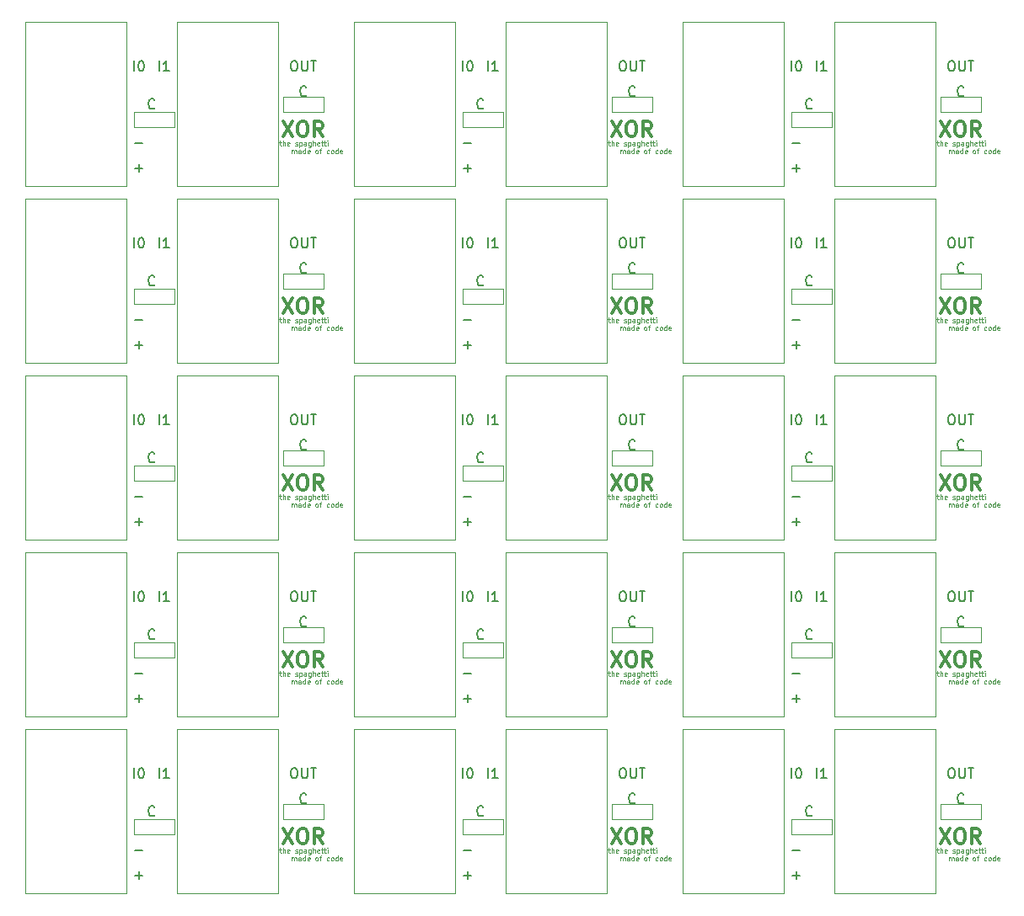
<source format=gto>
G04 #@! TF.GenerationSoftware,KiCad,Pcbnew,(5.1.6)-1*
G04 #@! TF.CreationDate,2020-06-25T08:16:03+09:00*
G04 #@! TF.ProjectId,XOR___,584f5262-d851-42e6-9b69-6361645f7063,rev?*
G04 #@! TF.SameCoordinates,Original*
G04 #@! TF.FileFunction,Legend,Top*
G04 #@! TF.FilePolarity,Positive*
%FSLAX46Y46*%
G04 Gerber Fmt 4.6, Leading zero omitted, Abs format (unit mm)*
G04 Created by KiCad (PCBNEW (5.1.6)-1) date 2020-06-25 08:16:03*
%MOMM*%
%LPD*%
G01*
G04 APERTURE LIST*
%ADD10C,0.150000*%
%ADD11C,0.300000*%
%ADD12C,0.050000*%
%ADD13C,0.120000*%
G04 APERTURE END LIST*
D10*
X120269047Y-120086428D02*
X121030952Y-120086428D01*
X120650000Y-120467380D02*
X120650000Y-119705476D01*
X87249047Y-120086428D02*
X88010952Y-120086428D01*
X87630000Y-120467380D02*
X87630000Y-119705476D01*
X54229047Y-120086428D02*
X54990952Y-120086428D01*
X54610000Y-120467380D02*
X54610000Y-119705476D01*
X120269047Y-102306428D02*
X121030952Y-102306428D01*
X120650000Y-102687380D02*
X120650000Y-101925476D01*
X87249047Y-102306428D02*
X88010952Y-102306428D01*
X87630000Y-102687380D02*
X87630000Y-101925476D01*
X54229047Y-102306428D02*
X54990952Y-102306428D01*
X54610000Y-102687380D02*
X54610000Y-101925476D01*
X120269047Y-84526428D02*
X121030952Y-84526428D01*
X120650000Y-84907380D02*
X120650000Y-84145476D01*
X87249047Y-84526428D02*
X88010952Y-84526428D01*
X87630000Y-84907380D02*
X87630000Y-84145476D01*
X54229047Y-84526428D02*
X54990952Y-84526428D01*
X54610000Y-84907380D02*
X54610000Y-84145476D01*
X120269047Y-66746428D02*
X121030952Y-66746428D01*
X120650000Y-67127380D02*
X120650000Y-66365476D01*
X87249047Y-66746428D02*
X88010952Y-66746428D01*
X87630000Y-67127380D02*
X87630000Y-66365476D01*
X54229047Y-66746428D02*
X54990952Y-66746428D01*
X54610000Y-67127380D02*
X54610000Y-66365476D01*
X120269047Y-48966428D02*
X121030952Y-48966428D01*
X120650000Y-49347380D02*
X120650000Y-48585476D01*
X87249047Y-48966428D02*
X88010952Y-48966428D01*
X87630000Y-49347380D02*
X87630000Y-48585476D01*
X120173809Y-110307380D02*
X120173809Y-109307380D01*
X120840476Y-109307380D02*
X120935714Y-109307380D01*
X121030952Y-109355000D01*
X121078571Y-109402619D01*
X121126190Y-109497857D01*
X121173809Y-109688333D01*
X121173809Y-109926428D01*
X121126190Y-110116904D01*
X121078571Y-110212142D01*
X121030952Y-110259761D01*
X120935714Y-110307380D01*
X120840476Y-110307380D01*
X120745238Y-110259761D01*
X120697619Y-110212142D01*
X120650000Y-110116904D01*
X120602380Y-109926428D01*
X120602380Y-109688333D01*
X120650000Y-109497857D01*
X120697619Y-109402619D01*
X120745238Y-109355000D01*
X120840476Y-109307380D01*
X87153809Y-110307380D02*
X87153809Y-109307380D01*
X87820476Y-109307380D02*
X87915714Y-109307380D01*
X88010952Y-109355000D01*
X88058571Y-109402619D01*
X88106190Y-109497857D01*
X88153809Y-109688333D01*
X88153809Y-109926428D01*
X88106190Y-110116904D01*
X88058571Y-110212142D01*
X88010952Y-110259761D01*
X87915714Y-110307380D01*
X87820476Y-110307380D01*
X87725238Y-110259761D01*
X87677619Y-110212142D01*
X87630000Y-110116904D01*
X87582380Y-109926428D01*
X87582380Y-109688333D01*
X87630000Y-109497857D01*
X87677619Y-109402619D01*
X87725238Y-109355000D01*
X87820476Y-109307380D01*
X54133809Y-110307380D02*
X54133809Y-109307380D01*
X54800476Y-109307380D02*
X54895714Y-109307380D01*
X54990952Y-109355000D01*
X55038571Y-109402619D01*
X55086190Y-109497857D01*
X55133809Y-109688333D01*
X55133809Y-109926428D01*
X55086190Y-110116904D01*
X55038571Y-110212142D01*
X54990952Y-110259761D01*
X54895714Y-110307380D01*
X54800476Y-110307380D01*
X54705238Y-110259761D01*
X54657619Y-110212142D01*
X54610000Y-110116904D01*
X54562380Y-109926428D01*
X54562380Y-109688333D01*
X54610000Y-109497857D01*
X54657619Y-109402619D01*
X54705238Y-109355000D01*
X54800476Y-109307380D01*
X120173809Y-92527380D02*
X120173809Y-91527380D01*
X120840476Y-91527380D02*
X120935714Y-91527380D01*
X121030952Y-91575000D01*
X121078571Y-91622619D01*
X121126190Y-91717857D01*
X121173809Y-91908333D01*
X121173809Y-92146428D01*
X121126190Y-92336904D01*
X121078571Y-92432142D01*
X121030952Y-92479761D01*
X120935714Y-92527380D01*
X120840476Y-92527380D01*
X120745238Y-92479761D01*
X120697619Y-92432142D01*
X120650000Y-92336904D01*
X120602380Y-92146428D01*
X120602380Y-91908333D01*
X120650000Y-91717857D01*
X120697619Y-91622619D01*
X120745238Y-91575000D01*
X120840476Y-91527380D01*
X87153809Y-92527380D02*
X87153809Y-91527380D01*
X87820476Y-91527380D02*
X87915714Y-91527380D01*
X88010952Y-91575000D01*
X88058571Y-91622619D01*
X88106190Y-91717857D01*
X88153809Y-91908333D01*
X88153809Y-92146428D01*
X88106190Y-92336904D01*
X88058571Y-92432142D01*
X88010952Y-92479761D01*
X87915714Y-92527380D01*
X87820476Y-92527380D01*
X87725238Y-92479761D01*
X87677619Y-92432142D01*
X87630000Y-92336904D01*
X87582380Y-92146428D01*
X87582380Y-91908333D01*
X87630000Y-91717857D01*
X87677619Y-91622619D01*
X87725238Y-91575000D01*
X87820476Y-91527380D01*
X54133809Y-92527380D02*
X54133809Y-91527380D01*
X54800476Y-91527380D02*
X54895714Y-91527380D01*
X54990952Y-91575000D01*
X55038571Y-91622619D01*
X55086190Y-91717857D01*
X55133809Y-91908333D01*
X55133809Y-92146428D01*
X55086190Y-92336904D01*
X55038571Y-92432142D01*
X54990952Y-92479761D01*
X54895714Y-92527380D01*
X54800476Y-92527380D01*
X54705238Y-92479761D01*
X54657619Y-92432142D01*
X54610000Y-92336904D01*
X54562380Y-92146428D01*
X54562380Y-91908333D01*
X54610000Y-91717857D01*
X54657619Y-91622619D01*
X54705238Y-91575000D01*
X54800476Y-91527380D01*
X120173809Y-74747380D02*
X120173809Y-73747380D01*
X120840476Y-73747380D02*
X120935714Y-73747380D01*
X121030952Y-73795000D01*
X121078571Y-73842619D01*
X121126190Y-73937857D01*
X121173809Y-74128333D01*
X121173809Y-74366428D01*
X121126190Y-74556904D01*
X121078571Y-74652142D01*
X121030952Y-74699761D01*
X120935714Y-74747380D01*
X120840476Y-74747380D01*
X120745238Y-74699761D01*
X120697619Y-74652142D01*
X120650000Y-74556904D01*
X120602380Y-74366428D01*
X120602380Y-74128333D01*
X120650000Y-73937857D01*
X120697619Y-73842619D01*
X120745238Y-73795000D01*
X120840476Y-73747380D01*
X87153809Y-74747380D02*
X87153809Y-73747380D01*
X87820476Y-73747380D02*
X87915714Y-73747380D01*
X88010952Y-73795000D01*
X88058571Y-73842619D01*
X88106190Y-73937857D01*
X88153809Y-74128333D01*
X88153809Y-74366428D01*
X88106190Y-74556904D01*
X88058571Y-74652142D01*
X88010952Y-74699761D01*
X87915714Y-74747380D01*
X87820476Y-74747380D01*
X87725238Y-74699761D01*
X87677619Y-74652142D01*
X87630000Y-74556904D01*
X87582380Y-74366428D01*
X87582380Y-74128333D01*
X87630000Y-73937857D01*
X87677619Y-73842619D01*
X87725238Y-73795000D01*
X87820476Y-73747380D01*
X54133809Y-74747380D02*
X54133809Y-73747380D01*
X54800476Y-73747380D02*
X54895714Y-73747380D01*
X54990952Y-73795000D01*
X55038571Y-73842619D01*
X55086190Y-73937857D01*
X55133809Y-74128333D01*
X55133809Y-74366428D01*
X55086190Y-74556904D01*
X55038571Y-74652142D01*
X54990952Y-74699761D01*
X54895714Y-74747380D01*
X54800476Y-74747380D01*
X54705238Y-74699761D01*
X54657619Y-74652142D01*
X54610000Y-74556904D01*
X54562380Y-74366428D01*
X54562380Y-74128333D01*
X54610000Y-73937857D01*
X54657619Y-73842619D01*
X54705238Y-73795000D01*
X54800476Y-73747380D01*
X120173809Y-56967380D02*
X120173809Y-55967380D01*
X120840476Y-55967380D02*
X120935714Y-55967380D01*
X121030952Y-56015000D01*
X121078571Y-56062619D01*
X121126190Y-56157857D01*
X121173809Y-56348333D01*
X121173809Y-56586428D01*
X121126190Y-56776904D01*
X121078571Y-56872142D01*
X121030952Y-56919761D01*
X120935714Y-56967380D01*
X120840476Y-56967380D01*
X120745238Y-56919761D01*
X120697619Y-56872142D01*
X120650000Y-56776904D01*
X120602380Y-56586428D01*
X120602380Y-56348333D01*
X120650000Y-56157857D01*
X120697619Y-56062619D01*
X120745238Y-56015000D01*
X120840476Y-55967380D01*
X87153809Y-56967380D02*
X87153809Y-55967380D01*
X87820476Y-55967380D02*
X87915714Y-55967380D01*
X88010952Y-56015000D01*
X88058571Y-56062619D01*
X88106190Y-56157857D01*
X88153809Y-56348333D01*
X88153809Y-56586428D01*
X88106190Y-56776904D01*
X88058571Y-56872142D01*
X88010952Y-56919761D01*
X87915714Y-56967380D01*
X87820476Y-56967380D01*
X87725238Y-56919761D01*
X87677619Y-56872142D01*
X87630000Y-56776904D01*
X87582380Y-56586428D01*
X87582380Y-56348333D01*
X87630000Y-56157857D01*
X87677619Y-56062619D01*
X87725238Y-56015000D01*
X87820476Y-55967380D01*
X54133809Y-56967380D02*
X54133809Y-55967380D01*
X54800476Y-55967380D02*
X54895714Y-55967380D01*
X54990952Y-56015000D01*
X55038571Y-56062619D01*
X55086190Y-56157857D01*
X55133809Y-56348333D01*
X55133809Y-56586428D01*
X55086190Y-56776904D01*
X55038571Y-56872142D01*
X54990952Y-56919761D01*
X54895714Y-56967380D01*
X54800476Y-56967380D01*
X54705238Y-56919761D01*
X54657619Y-56872142D01*
X54610000Y-56776904D01*
X54562380Y-56586428D01*
X54562380Y-56348333D01*
X54610000Y-56157857D01*
X54657619Y-56062619D01*
X54705238Y-56015000D01*
X54800476Y-55967380D01*
X120173809Y-39187380D02*
X120173809Y-38187380D01*
X120840476Y-38187380D02*
X120935714Y-38187380D01*
X121030952Y-38235000D01*
X121078571Y-38282619D01*
X121126190Y-38377857D01*
X121173809Y-38568333D01*
X121173809Y-38806428D01*
X121126190Y-38996904D01*
X121078571Y-39092142D01*
X121030952Y-39139761D01*
X120935714Y-39187380D01*
X120840476Y-39187380D01*
X120745238Y-39139761D01*
X120697619Y-39092142D01*
X120650000Y-38996904D01*
X120602380Y-38806428D01*
X120602380Y-38568333D01*
X120650000Y-38377857D01*
X120697619Y-38282619D01*
X120745238Y-38235000D01*
X120840476Y-38187380D01*
X87153809Y-39187380D02*
X87153809Y-38187380D01*
X87820476Y-38187380D02*
X87915714Y-38187380D01*
X88010952Y-38235000D01*
X88058571Y-38282619D01*
X88106190Y-38377857D01*
X88153809Y-38568333D01*
X88153809Y-38806428D01*
X88106190Y-38996904D01*
X88058571Y-39092142D01*
X88010952Y-39139761D01*
X87915714Y-39187380D01*
X87820476Y-39187380D01*
X87725238Y-39139761D01*
X87677619Y-39092142D01*
X87630000Y-38996904D01*
X87582380Y-38806428D01*
X87582380Y-38568333D01*
X87630000Y-38377857D01*
X87677619Y-38282619D01*
X87725238Y-38235000D01*
X87820476Y-38187380D01*
X122713809Y-110307380D02*
X122713809Y-109307380D01*
X123713809Y-110307380D02*
X123142380Y-110307380D01*
X123428095Y-110307380D02*
X123428095Y-109307380D01*
X123332857Y-109450238D01*
X123237619Y-109545476D01*
X123142380Y-109593095D01*
X89693809Y-110307380D02*
X89693809Y-109307380D01*
X90693809Y-110307380D02*
X90122380Y-110307380D01*
X90408095Y-110307380D02*
X90408095Y-109307380D01*
X90312857Y-109450238D01*
X90217619Y-109545476D01*
X90122380Y-109593095D01*
X56673809Y-110307380D02*
X56673809Y-109307380D01*
X57673809Y-110307380D02*
X57102380Y-110307380D01*
X57388095Y-110307380D02*
X57388095Y-109307380D01*
X57292857Y-109450238D01*
X57197619Y-109545476D01*
X57102380Y-109593095D01*
X122713809Y-92527380D02*
X122713809Y-91527380D01*
X123713809Y-92527380D02*
X123142380Y-92527380D01*
X123428095Y-92527380D02*
X123428095Y-91527380D01*
X123332857Y-91670238D01*
X123237619Y-91765476D01*
X123142380Y-91813095D01*
X89693809Y-92527380D02*
X89693809Y-91527380D01*
X90693809Y-92527380D02*
X90122380Y-92527380D01*
X90408095Y-92527380D02*
X90408095Y-91527380D01*
X90312857Y-91670238D01*
X90217619Y-91765476D01*
X90122380Y-91813095D01*
X56673809Y-92527380D02*
X56673809Y-91527380D01*
X57673809Y-92527380D02*
X57102380Y-92527380D01*
X57388095Y-92527380D02*
X57388095Y-91527380D01*
X57292857Y-91670238D01*
X57197619Y-91765476D01*
X57102380Y-91813095D01*
X122713809Y-74747380D02*
X122713809Y-73747380D01*
X123713809Y-74747380D02*
X123142380Y-74747380D01*
X123428095Y-74747380D02*
X123428095Y-73747380D01*
X123332857Y-73890238D01*
X123237619Y-73985476D01*
X123142380Y-74033095D01*
X89693809Y-74747380D02*
X89693809Y-73747380D01*
X90693809Y-74747380D02*
X90122380Y-74747380D01*
X90408095Y-74747380D02*
X90408095Y-73747380D01*
X90312857Y-73890238D01*
X90217619Y-73985476D01*
X90122380Y-74033095D01*
X56673809Y-74747380D02*
X56673809Y-73747380D01*
X57673809Y-74747380D02*
X57102380Y-74747380D01*
X57388095Y-74747380D02*
X57388095Y-73747380D01*
X57292857Y-73890238D01*
X57197619Y-73985476D01*
X57102380Y-74033095D01*
X122713809Y-56967380D02*
X122713809Y-55967380D01*
X123713809Y-56967380D02*
X123142380Y-56967380D01*
X123428095Y-56967380D02*
X123428095Y-55967380D01*
X123332857Y-56110238D01*
X123237619Y-56205476D01*
X123142380Y-56253095D01*
X89693809Y-56967380D02*
X89693809Y-55967380D01*
X90693809Y-56967380D02*
X90122380Y-56967380D01*
X90408095Y-56967380D02*
X90408095Y-55967380D01*
X90312857Y-56110238D01*
X90217619Y-56205476D01*
X90122380Y-56253095D01*
X56673809Y-56967380D02*
X56673809Y-55967380D01*
X57673809Y-56967380D02*
X57102380Y-56967380D01*
X57388095Y-56967380D02*
X57388095Y-55967380D01*
X57292857Y-56110238D01*
X57197619Y-56205476D01*
X57102380Y-56253095D01*
X122713809Y-39187380D02*
X122713809Y-38187380D01*
X123713809Y-39187380D02*
X123142380Y-39187380D01*
X123428095Y-39187380D02*
X123428095Y-38187380D01*
X123332857Y-38330238D01*
X123237619Y-38425476D01*
X123142380Y-38473095D01*
X89693809Y-39187380D02*
X89693809Y-38187380D01*
X90693809Y-39187380D02*
X90122380Y-39187380D01*
X90408095Y-39187380D02*
X90408095Y-38187380D01*
X90312857Y-38330238D01*
X90217619Y-38425476D01*
X90122380Y-38473095D01*
X122229523Y-114022142D02*
X122181904Y-114069761D01*
X122039047Y-114117380D01*
X121943809Y-114117380D01*
X121800952Y-114069761D01*
X121705714Y-113974523D01*
X121658095Y-113879285D01*
X121610476Y-113688809D01*
X121610476Y-113545952D01*
X121658095Y-113355476D01*
X121705714Y-113260238D01*
X121800952Y-113165000D01*
X121943809Y-113117380D01*
X122039047Y-113117380D01*
X122181904Y-113165000D01*
X122229523Y-113212619D01*
X89209523Y-114022142D02*
X89161904Y-114069761D01*
X89019047Y-114117380D01*
X88923809Y-114117380D01*
X88780952Y-114069761D01*
X88685714Y-113974523D01*
X88638095Y-113879285D01*
X88590476Y-113688809D01*
X88590476Y-113545952D01*
X88638095Y-113355476D01*
X88685714Y-113260238D01*
X88780952Y-113165000D01*
X88923809Y-113117380D01*
X89019047Y-113117380D01*
X89161904Y-113165000D01*
X89209523Y-113212619D01*
X56189523Y-114022142D02*
X56141904Y-114069761D01*
X55999047Y-114117380D01*
X55903809Y-114117380D01*
X55760952Y-114069761D01*
X55665714Y-113974523D01*
X55618095Y-113879285D01*
X55570476Y-113688809D01*
X55570476Y-113545952D01*
X55618095Y-113355476D01*
X55665714Y-113260238D01*
X55760952Y-113165000D01*
X55903809Y-113117380D01*
X55999047Y-113117380D01*
X56141904Y-113165000D01*
X56189523Y-113212619D01*
X122229523Y-96242142D02*
X122181904Y-96289761D01*
X122039047Y-96337380D01*
X121943809Y-96337380D01*
X121800952Y-96289761D01*
X121705714Y-96194523D01*
X121658095Y-96099285D01*
X121610476Y-95908809D01*
X121610476Y-95765952D01*
X121658095Y-95575476D01*
X121705714Y-95480238D01*
X121800952Y-95385000D01*
X121943809Y-95337380D01*
X122039047Y-95337380D01*
X122181904Y-95385000D01*
X122229523Y-95432619D01*
X89209523Y-96242142D02*
X89161904Y-96289761D01*
X89019047Y-96337380D01*
X88923809Y-96337380D01*
X88780952Y-96289761D01*
X88685714Y-96194523D01*
X88638095Y-96099285D01*
X88590476Y-95908809D01*
X88590476Y-95765952D01*
X88638095Y-95575476D01*
X88685714Y-95480238D01*
X88780952Y-95385000D01*
X88923809Y-95337380D01*
X89019047Y-95337380D01*
X89161904Y-95385000D01*
X89209523Y-95432619D01*
X56189523Y-96242142D02*
X56141904Y-96289761D01*
X55999047Y-96337380D01*
X55903809Y-96337380D01*
X55760952Y-96289761D01*
X55665714Y-96194523D01*
X55618095Y-96099285D01*
X55570476Y-95908809D01*
X55570476Y-95765952D01*
X55618095Y-95575476D01*
X55665714Y-95480238D01*
X55760952Y-95385000D01*
X55903809Y-95337380D01*
X55999047Y-95337380D01*
X56141904Y-95385000D01*
X56189523Y-95432619D01*
X122229523Y-78462142D02*
X122181904Y-78509761D01*
X122039047Y-78557380D01*
X121943809Y-78557380D01*
X121800952Y-78509761D01*
X121705714Y-78414523D01*
X121658095Y-78319285D01*
X121610476Y-78128809D01*
X121610476Y-77985952D01*
X121658095Y-77795476D01*
X121705714Y-77700238D01*
X121800952Y-77605000D01*
X121943809Y-77557380D01*
X122039047Y-77557380D01*
X122181904Y-77605000D01*
X122229523Y-77652619D01*
X89209523Y-78462142D02*
X89161904Y-78509761D01*
X89019047Y-78557380D01*
X88923809Y-78557380D01*
X88780952Y-78509761D01*
X88685714Y-78414523D01*
X88638095Y-78319285D01*
X88590476Y-78128809D01*
X88590476Y-77985952D01*
X88638095Y-77795476D01*
X88685714Y-77700238D01*
X88780952Y-77605000D01*
X88923809Y-77557380D01*
X89019047Y-77557380D01*
X89161904Y-77605000D01*
X89209523Y-77652619D01*
X56189523Y-78462142D02*
X56141904Y-78509761D01*
X55999047Y-78557380D01*
X55903809Y-78557380D01*
X55760952Y-78509761D01*
X55665714Y-78414523D01*
X55618095Y-78319285D01*
X55570476Y-78128809D01*
X55570476Y-77985952D01*
X55618095Y-77795476D01*
X55665714Y-77700238D01*
X55760952Y-77605000D01*
X55903809Y-77557380D01*
X55999047Y-77557380D01*
X56141904Y-77605000D01*
X56189523Y-77652619D01*
X122229523Y-60682142D02*
X122181904Y-60729761D01*
X122039047Y-60777380D01*
X121943809Y-60777380D01*
X121800952Y-60729761D01*
X121705714Y-60634523D01*
X121658095Y-60539285D01*
X121610476Y-60348809D01*
X121610476Y-60205952D01*
X121658095Y-60015476D01*
X121705714Y-59920238D01*
X121800952Y-59825000D01*
X121943809Y-59777380D01*
X122039047Y-59777380D01*
X122181904Y-59825000D01*
X122229523Y-59872619D01*
X89209523Y-60682142D02*
X89161904Y-60729761D01*
X89019047Y-60777380D01*
X88923809Y-60777380D01*
X88780952Y-60729761D01*
X88685714Y-60634523D01*
X88638095Y-60539285D01*
X88590476Y-60348809D01*
X88590476Y-60205952D01*
X88638095Y-60015476D01*
X88685714Y-59920238D01*
X88780952Y-59825000D01*
X88923809Y-59777380D01*
X89019047Y-59777380D01*
X89161904Y-59825000D01*
X89209523Y-59872619D01*
X56189523Y-60682142D02*
X56141904Y-60729761D01*
X55999047Y-60777380D01*
X55903809Y-60777380D01*
X55760952Y-60729761D01*
X55665714Y-60634523D01*
X55618095Y-60539285D01*
X55570476Y-60348809D01*
X55570476Y-60205952D01*
X55618095Y-60015476D01*
X55665714Y-59920238D01*
X55760952Y-59825000D01*
X55903809Y-59777380D01*
X55999047Y-59777380D01*
X56141904Y-59825000D01*
X56189523Y-59872619D01*
X122229523Y-42902142D02*
X122181904Y-42949761D01*
X122039047Y-42997380D01*
X121943809Y-42997380D01*
X121800952Y-42949761D01*
X121705714Y-42854523D01*
X121658095Y-42759285D01*
X121610476Y-42568809D01*
X121610476Y-42425952D01*
X121658095Y-42235476D01*
X121705714Y-42140238D01*
X121800952Y-42045000D01*
X121943809Y-41997380D01*
X122039047Y-41997380D01*
X122181904Y-42045000D01*
X122229523Y-42092619D01*
X89209523Y-42902142D02*
X89161904Y-42949761D01*
X89019047Y-42997380D01*
X88923809Y-42997380D01*
X88780952Y-42949761D01*
X88685714Y-42854523D01*
X88638095Y-42759285D01*
X88590476Y-42568809D01*
X88590476Y-42425952D01*
X88638095Y-42235476D01*
X88685714Y-42140238D01*
X88780952Y-42045000D01*
X88923809Y-41997380D01*
X89019047Y-41997380D01*
X89161904Y-42045000D01*
X89209523Y-42092619D01*
X120269047Y-117546428D02*
X121030952Y-117546428D01*
X87249047Y-117546428D02*
X88010952Y-117546428D01*
X54229047Y-117546428D02*
X54990952Y-117546428D01*
X120269047Y-99766428D02*
X121030952Y-99766428D01*
X87249047Y-99766428D02*
X88010952Y-99766428D01*
X54229047Y-99766428D02*
X54990952Y-99766428D01*
X120269047Y-81986428D02*
X121030952Y-81986428D01*
X87249047Y-81986428D02*
X88010952Y-81986428D01*
X54229047Y-81986428D02*
X54990952Y-81986428D01*
X120269047Y-64206428D02*
X121030952Y-64206428D01*
X87249047Y-64206428D02*
X88010952Y-64206428D01*
X54229047Y-64206428D02*
X54990952Y-64206428D01*
X120269047Y-46426428D02*
X121030952Y-46426428D01*
X87249047Y-46426428D02*
X88010952Y-46426428D01*
X137469523Y-112752142D02*
X137421904Y-112799761D01*
X137279047Y-112847380D01*
X137183809Y-112847380D01*
X137040952Y-112799761D01*
X136945714Y-112704523D01*
X136898095Y-112609285D01*
X136850476Y-112418809D01*
X136850476Y-112275952D01*
X136898095Y-112085476D01*
X136945714Y-111990238D01*
X137040952Y-111895000D01*
X137183809Y-111847380D01*
X137279047Y-111847380D01*
X137421904Y-111895000D01*
X137469523Y-111942619D01*
X104449523Y-112752142D02*
X104401904Y-112799761D01*
X104259047Y-112847380D01*
X104163809Y-112847380D01*
X104020952Y-112799761D01*
X103925714Y-112704523D01*
X103878095Y-112609285D01*
X103830476Y-112418809D01*
X103830476Y-112275952D01*
X103878095Y-112085476D01*
X103925714Y-111990238D01*
X104020952Y-111895000D01*
X104163809Y-111847380D01*
X104259047Y-111847380D01*
X104401904Y-111895000D01*
X104449523Y-111942619D01*
X71429523Y-112752142D02*
X71381904Y-112799761D01*
X71239047Y-112847380D01*
X71143809Y-112847380D01*
X71000952Y-112799761D01*
X70905714Y-112704523D01*
X70858095Y-112609285D01*
X70810476Y-112418809D01*
X70810476Y-112275952D01*
X70858095Y-112085476D01*
X70905714Y-111990238D01*
X71000952Y-111895000D01*
X71143809Y-111847380D01*
X71239047Y-111847380D01*
X71381904Y-111895000D01*
X71429523Y-111942619D01*
X137469523Y-94972142D02*
X137421904Y-95019761D01*
X137279047Y-95067380D01*
X137183809Y-95067380D01*
X137040952Y-95019761D01*
X136945714Y-94924523D01*
X136898095Y-94829285D01*
X136850476Y-94638809D01*
X136850476Y-94495952D01*
X136898095Y-94305476D01*
X136945714Y-94210238D01*
X137040952Y-94115000D01*
X137183809Y-94067380D01*
X137279047Y-94067380D01*
X137421904Y-94115000D01*
X137469523Y-94162619D01*
X104449523Y-94972142D02*
X104401904Y-95019761D01*
X104259047Y-95067380D01*
X104163809Y-95067380D01*
X104020952Y-95019761D01*
X103925714Y-94924523D01*
X103878095Y-94829285D01*
X103830476Y-94638809D01*
X103830476Y-94495952D01*
X103878095Y-94305476D01*
X103925714Y-94210238D01*
X104020952Y-94115000D01*
X104163809Y-94067380D01*
X104259047Y-94067380D01*
X104401904Y-94115000D01*
X104449523Y-94162619D01*
X71429523Y-94972142D02*
X71381904Y-95019761D01*
X71239047Y-95067380D01*
X71143809Y-95067380D01*
X71000952Y-95019761D01*
X70905714Y-94924523D01*
X70858095Y-94829285D01*
X70810476Y-94638809D01*
X70810476Y-94495952D01*
X70858095Y-94305476D01*
X70905714Y-94210238D01*
X71000952Y-94115000D01*
X71143809Y-94067380D01*
X71239047Y-94067380D01*
X71381904Y-94115000D01*
X71429523Y-94162619D01*
X137469523Y-77192142D02*
X137421904Y-77239761D01*
X137279047Y-77287380D01*
X137183809Y-77287380D01*
X137040952Y-77239761D01*
X136945714Y-77144523D01*
X136898095Y-77049285D01*
X136850476Y-76858809D01*
X136850476Y-76715952D01*
X136898095Y-76525476D01*
X136945714Y-76430238D01*
X137040952Y-76335000D01*
X137183809Y-76287380D01*
X137279047Y-76287380D01*
X137421904Y-76335000D01*
X137469523Y-76382619D01*
X104449523Y-77192142D02*
X104401904Y-77239761D01*
X104259047Y-77287380D01*
X104163809Y-77287380D01*
X104020952Y-77239761D01*
X103925714Y-77144523D01*
X103878095Y-77049285D01*
X103830476Y-76858809D01*
X103830476Y-76715952D01*
X103878095Y-76525476D01*
X103925714Y-76430238D01*
X104020952Y-76335000D01*
X104163809Y-76287380D01*
X104259047Y-76287380D01*
X104401904Y-76335000D01*
X104449523Y-76382619D01*
X71429523Y-77192142D02*
X71381904Y-77239761D01*
X71239047Y-77287380D01*
X71143809Y-77287380D01*
X71000952Y-77239761D01*
X70905714Y-77144523D01*
X70858095Y-77049285D01*
X70810476Y-76858809D01*
X70810476Y-76715952D01*
X70858095Y-76525476D01*
X70905714Y-76430238D01*
X71000952Y-76335000D01*
X71143809Y-76287380D01*
X71239047Y-76287380D01*
X71381904Y-76335000D01*
X71429523Y-76382619D01*
X137469523Y-59412142D02*
X137421904Y-59459761D01*
X137279047Y-59507380D01*
X137183809Y-59507380D01*
X137040952Y-59459761D01*
X136945714Y-59364523D01*
X136898095Y-59269285D01*
X136850476Y-59078809D01*
X136850476Y-58935952D01*
X136898095Y-58745476D01*
X136945714Y-58650238D01*
X137040952Y-58555000D01*
X137183809Y-58507380D01*
X137279047Y-58507380D01*
X137421904Y-58555000D01*
X137469523Y-58602619D01*
X104449523Y-59412142D02*
X104401904Y-59459761D01*
X104259047Y-59507380D01*
X104163809Y-59507380D01*
X104020952Y-59459761D01*
X103925714Y-59364523D01*
X103878095Y-59269285D01*
X103830476Y-59078809D01*
X103830476Y-58935952D01*
X103878095Y-58745476D01*
X103925714Y-58650238D01*
X104020952Y-58555000D01*
X104163809Y-58507380D01*
X104259047Y-58507380D01*
X104401904Y-58555000D01*
X104449523Y-58602619D01*
X71429523Y-59412142D02*
X71381904Y-59459761D01*
X71239047Y-59507380D01*
X71143809Y-59507380D01*
X71000952Y-59459761D01*
X70905714Y-59364523D01*
X70858095Y-59269285D01*
X70810476Y-59078809D01*
X70810476Y-58935952D01*
X70858095Y-58745476D01*
X70905714Y-58650238D01*
X71000952Y-58555000D01*
X71143809Y-58507380D01*
X71239047Y-58507380D01*
X71381904Y-58555000D01*
X71429523Y-58602619D01*
X137469523Y-41632142D02*
X137421904Y-41679761D01*
X137279047Y-41727380D01*
X137183809Y-41727380D01*
X137040952Y-41679761D01*
X136945714Y-41584523D01*
X136898095Y-41489285D01*
X136850476Y-41298809D01*
X136850476Y-41155952D01*
X136898095Y-40965476D01*
X136945714Y-40870238D01*
X137040952Y-40775000D01*
X137183809Y-40727380D01*
X137279047Y-40727380D01*
X137421904Y-40775000D01*
X137469523Y-40822619D01*
X104449523Y-41632142D02*
X104401904Y-41679761D01*
X104259047Y-41727380D01*
X104163809Y-41727380D01*
X104020952Y-41679761D01*
X103925714Y-41584523D01*
X103878095Y-41489285D01*
X103830476Y-41298809D01*
X103830476Y-41155952D01*
X103878095Y-40965476D01*
X103925714Y-40870238D01*
X104020952Y-40775000D01*
X104163809Y-40727380D01*
X104259047Y-40727380D01*
X104401904Y-40775000D01*
X104449523Y-40822619D01*
X136160000Y-109307380D02*
X136350476Y-109307380D01*
X136445714Y-109355000D01*
X136540952Y-109450238D01*
X136588571Y-109640714D01*
X136588571Y-109974047D01*
X136540952Y-110164523D01*
X136445714Y-110259761D01*
X136350476Y-110307380D01*
X136160000Y-110307380D01*
X136064761Y-110259761D01*
X135969523Y-110164523D01*
X135921904Y-109974047D01*
X135921904Y-109640714D01*
X135969523Y-109450238D01*
X136064761Y-109355000D01*
X136160000Y-109307380D01*
X137017142Y-109307380D02*
X137017142Y-110116904D01*
X137064761Y-110212142D01*
X137112380Y-110259761D01*
X137207619Y-110307380D01*
X137398095Y-110307380D01*
X137493333Y-110259761D01*
X137540952Y-110212142D01*
X137588571Y-110116904D01*
X137588571Y-109307380D01*
X137921904Y-109307380D02*
X138493333Y-109307380D01*
X138207619Y-110307380D02*
X138207619Y-109307380D01*
X103140000Y-109307380D02*
X103330476Y-109307380D01*
X103425714Y-109355000D01*
X103520952Y-109450238D01*
X103568571Y-109640714D01*
X103568571Y-109974047D01*
X103520952Y-110164523D01*
X103425714Y-110259761D01*
X103330476Y-110307380D01*
X103140000Y-110307380D01*
X103044761Y-110259761D01*
X102949523Y-110164523D01*
X102901904Y-109974047D01*
X102901904Y-109640714D01*
X102949523Y-109450238D01*
X103044761Y-109355000D01*
X103140000Y-109307380D01*
X103997142Y-109307380D02*
X103997142Y-110116904D01*
X104044761Y-110212142D01*
X104092380Y-110259761D01*
X104187619Y-110307380D01*
X104378095Y-110307380D01*
X104473333Y-110259761D01*
X104520952Y-110212142D01*
X104568571Y-110116904D01*
X104568571Y-109307380D01*
X104901904Y-109307380D02*
X105473333Y-109307380D01*
X105187619Y-110307380D02*
X105187619Y-109307380D01*
X70120000Y-109307380D02*
X70310476Y-109307380D01*
X70405714Y-109355000D01*
X70500952Y-109450238D01*
X70548571Y-109640714D01*
X70548571Y-109974047D01*
X70500952Y-110164523D01*
X70405714Y-110259761D01*
X70310476Y-110307380D01*
X70120000Y-110307380D01*
X70024761Y-110259761D01*
X69929523Y-110164523D01*
X69881904Y-109974047D01*
X69881904Y-109640714D01*
X69929523Y-109450238D01*
X70024761Y-109355000D01*
X70120000Y-109307380D01*
X70977142Y-109307380D02*
X70977142Y-110116904D01*
X71024761Y-110212142D01*
X71072380Y-110259761D01*
X71167619Y-110307380D01*
X71358095Y-110307380D01*
X71453333Y-110259761D01*
X71500952Y-110212142D01*
X71548571Y-110116904D01*
X71548571Y-109307380D01*
X71881904Y-109307380D02*
X72453333Y-109307380D01*
X72167619Y-110307380D02*
X72167619Y-109307380D01*
X136160000Y-91527380D02*
X136350476Y-91527380D01*
X136445714Y-91575000D01*
X136540952Y-91670238D01*
X136588571Y-91860714D01*
X136588571Y-92194047D01*
X136540952Y-92384523D01*
X136445714Y-92479761D01*
X136350476Y-92527380D01*
X136160000Y-92527380D01*
X136064761Y-92479761D01*
X135969523Y-92384523D01*
X135921904Y-92194047D01*
X135921904Y-91860714D01*
X135969523Y-91670238D01*
X136064761Y-91575000D01*
X136160000Y-91527380D01*
X137017142Y-91527380D02*
X137017142Y-92336904D01*
X137064761Y-92432142D01*
X137112380Y-92479761D01*
X137207619Y-92527380D01*
X137398095Y-92527380D01*
X137493333Y-92479761D01*
X137540952Y-92432142D01*
X137588571Y-92336904D01*
X137588571Y-91527380D01*
X137921904Y-91527380D02*
X138493333Y-91527380D01*
X138207619Y-92527380D02*
X138207619Y-91527380D01*
X103140000Y-91527380D02*
X103330476Y-91527380D01*
X103425714Y-91575000D01*
X103520952Y-91670238D01*
X103568571Y-91860714D01*
X103568571Y-92194047D01*
X103520952Y-92384523D01*
X103425714Y-92479761D01*
X103330476Y-92527380D01*
X103140000Y-92527380D01*
X103044761Y-92479761D01*
X102949523Y-92384523D01*
X102901904Y-92194047D01*
X102901904Y-91860714D01*
X102949523Y-91670238D01*
X103044761Y-91575000D01*
X103140000Y-91527380D01*
X103997142Y-91527380D02*
X103997142Y-92336904D01*
X104044761Y-92432142D01*
X104092380Y-92479761D01*
X104187619Y-92527380D01*
X104378095Y-92527380D01*
X104473333Y-92479761D01*
X104520952Y-92432142D01*
X104568571Y-92336904D01*
X104568571Y-91527380D01*
X104901904Y-91527380D02*
X105473333Y-91527380D01*
X105187619Y-92527380D02*
X105187619Y-91527380D01*
X70120000Y-91527380D02*
X70310476Y-91527380D01*
X70405714Y-91575000D01*
X70500952Y-91670238D01*
X70548571Y-91860714D01*
X70548571Y-92194047D01*
X70500952Y-92384523D01*
X70405714Y-92479761D01*
X70310476Y-92527380D01*
X70120000Y-92527380D01*
X70024761Y-92479761D01*
X69929523Y-92384523D01*
X69881904Y-92194047D01*
X69881904Y-91860714D01*
X69929523Y-91670238D01*
X70024761Y-91575000D01*
X70120000Y-91527380D01*
X70977142Y-91527380D02*
X70977142Y-92336904D01*
X71024761Y-92432142D01*
X71072380Y-92479761D01*
X71167619Y-92527380D01*
X71358095Y-92527380D01*
X71453333Y-92479761D01*
X71500952Y-92432142D01*
X71548571Y-92336904D01*
X71548571Y-91527380D01*
X71881904Y-91527380D02*
X72453333Y-91527380D01*
X72167619Y-92527380D02*
X72167619Y-91527380D01*
X136160000Y-73747380D02*
X136350476Y-73747380D01*
X136445714Y-73795000D01*
X136540952Y-73890238D01*
X136588571Y-74080714D01*
X136588571Y-74414047D01*
X136540952Y-74604523D01*
X136445714Y-74699761D01*
X136350476Y-74747380D01*
X136160000Y-74747380D01*
X136064761Y-74699761D01*
X135969523Y-74604523D01*
X135921904Y-74414047D01*
X135921904Y-74080714D01*
X135969523Y-73890238D01*
X136064761Y-73795000D01*
X136160000Y-73747380D01*
X137017142Y-73747380D02*
X137017142Y-74556904D01*
X137064761Y-74652142D01*
X137112380Y-74699761D01*
X137207619Y-74747380D01*
X137398095Y-74747380D01*
X137493333Y-74699761D01*
X137540952Y-74652142D01*
X137588571Y-74556904D01*
X137588571Y-73747380D01*
X137921904Y-73747380D02*
X138493333Y-73747380D01*
X138207619Y-74747380D02*
X138207619Y-73747380D01*
X103140000Y-73747380D02*
X103330476Y-73747380D01*
X103425714Y-73795000D01*
X103520952Y-73890238D01*
X103568571Y-74080714D01*
X103568571Y-74414047D01*
X103520952Y-74604523D01*
X103425714Y-74699761D01*
X103330476Y-74747380D01*
X103140000Y-74747380D01*
X103044761Y-74699761D01*
X102949523Y-74604523D01*
X102901904Y-74414047D01*
X102901904Y-74080714D01*
X102949523Y-73890238D01*
X103044761Y-73795000D01*
X103140000Y-73747380D01*
X103997142Y-73747380D02*
X103997142Y-74556904D01*
X104044761Y-74652142D01*
X104092380Y-74699761D01*
X104187619Y-74747380D01*
X104378095Y-74747380D01*
X104473333Y-74699761D01*
X104520952Y-74652142D01*
X104568571Y-74556904D01*
X104568571Y-73747380D01*
X104901904Y-73747380D02*
X105473333Y-73747380D01*
X105187619Y-74747380D02*
X105187619Y-73747380D01*
X70120000Y-73747380D02*
X70310476Y-73747380D01*
X70405714Y-73795000D01*
X70500952Y-73890238D01*
X70548571Y-74080714D01*
X70548571Y-74414047D01*
X70500952Y-74604523D01*
X70405714Y-74699761D01*
X70310476Y-74747380D01*
X70120000Y-74747380D01*
X70024761Y-74699761D01*
X69929523Y-74604523D01*
X69881904Y-74414047D01*
X69881904Y-74080714D01*
X69929523Y-73890238D01*
X70024761Y-73795000D01*
X70120000Y-73747380D01*
X70977142Y-73747380D02*
X70977142Y-74556904D01*
X71024761Y-74652142D01*
X71072380Y-74699761D01*
X71167619Y-74747380D01*
X71358095Y-74747380D01*
X71453333Y-74699761D01*
X71500952Y-74652142D01*
X71548571Y-74556904D01*
X71548571Y-73747380D01*
X71881904Y-73747380D02*
X72453333Y-73747380D01*
X72167619Y-74747380D02*
X72167619Y-73747380D01*
X136160000Y-55967380D02*
X136350476Y-55967380D01*
X136445714Y-56015000D01*
X136540952Y-56110238D01*
X136588571Y-56300714D01*
X136588571Y-56634047D01*
X136540952Y-56824523D01*
X136445714Y-56919761D01*
X136350476Y-56967380D01*
X136160000Y-56967380D01*
X136064761Y-56919761D01*
X135969523Y-56824523D01*
X135921904Y-56634047D01*
X135921904Y-56300714D01*
X135969523Y-56110238D01*
X136064761Y-56015000D01*
X136160000Y-55967380D01*
X137017142Y-55967380D02*
X137017142Y-56776904D01*
X137064761Y-56872142D01*
X137112380Y-56919761D01*
X137207619Y-56967380D01*
X137398095Y-56967380D01*
X137493333Y-56919761D01*
X137540952Y-56872142D01*
X137588571Y-56776904D01*
X137588571Y-55967380D01*
X137921904Y-55967380D02*
X138493333Y-55967380D01*
X138207619Y-56967380D02*
X138207619Y-55967380D01*
X103140000Y-55967380D02*
X103330476Y-55967380D01*
X103425714Y-56015000D01*
X103520952Y-56110238D01*
X103568571Y-56300714D01*
X103568571Y-56634047D01*
X103520952Y-56824523D01*
X103425714Y-56919761D01*
X103330476Y-56967380D01*
X103140000Y-56967380D01*
X103044761Y-56919761D01*
X102949523Y-56824523D01*
X102901904Y-56634047D01*
X102901904Y-56300714D01*
X102949523Y-56110238D01*
X103044761Y-56015000D01*
X103140000Y-55967380D01*
X103997142Y-55967380D02*
X103997142Y-56776904D01*
X104044761Y-56872142D01*
X104092380Y-56919761D01*
X104187619Y-56967380D01*
X104378095Y-56967380D01*
X104473333Y-56919761D01*
X104520952Y-56872142D01*
X104568571Y-56776904D01*
X104568571Y-55967380D01*
X104901904Y-55967380D02*
X105473333Y-55967380D01*
X105187619Y-56967380D02*
X105187619Y-55967380D01*
X70120000Y-55967380D02*
X70310476Y-55967380D01*
X70405714Y-56015000D01*
X70500952Y-56110238D01*
X70548571Y-56300714D01*
X70548571Y-56634047D01*
X70500952Y-56824523D01*
X70405714Y-56919761D01*
X70310476Y-56967380D01*
X70120000Y-56967380D01*
X70024761Y-56919761D01*
X69929523Y-56824523D01*
X69881904Y-56634047D01*
X69881904Y-56300714D01*
X69929523Y-56110238D01*
X70024761Y-56015000D01*
X70120000Y-55967380D01*
X70977142Y-55967380D02*
X70977142Y-56776904D01*
X71024761Y-56872142D01*
X71072380Y-56919761D01*
X71167619Y-56967380D01*
X71358095Y-56967380D01*
X71453333Y-56919761D01*
X71500952Y-56872142D01*
X71548571Y-56776904D01*
X71548571Y-55967380D01*
X71881904Y-55967380D02*
X72453333Y-55967380D01*
X72167619Y-56967380D02*
X72167619Y-55967380D01*
X136160000Y-38187380D02*
X136350476Y-38187380D01*
X136445714Y-38235000D01*
X136540952Y-38330238D01*
X136588571Y-38520714D01*
X136588571Y-38854047D01*
X136540952Y-39044523D01*
X136445714Y-39139761D01*
X136350476Y-39187380D01*
X136160000Y-39187380D01*
X136064761Y-39139761D01*
X135969523Y-39044523D01*
X135921904Y-38854047D01*
X135921904Y-38520714D01*
X135969523Y-38330238D01*
X136064761Y-38235000D01*
X136160000Y-38187380D01*
X137017142Y-38187380D02*
X137017142Y-38996904D01*
X137064761Y-39092142D01*
X137112380Y-39139761D01*
X137207619Y-39187380D01*
X137398095Y-39187380D01*
X137493333Y-39139761D01*
X137540952Y-39092142D01*
X137588571Y-38996904D01*
X137588571Y-38187380D01*
X137921904Y-38187380D02*
X138493333Y-38187380D01*
X138207619Y-39187380D02*
X138207619Y-38187380D01*
X103140000Y-38187380D02*
X103330476Y-38187380D01*
X103425714Y-38235000D01*
X103520952Y-38330238D01*
X103568571Y-38520714D01*
X103568571Y-38854047D01*
X103520952Y-39044523D01*
X103425714Y-39139761D01*
X103330476Y-39187380D01*
X103140000Y-39187380D01*
X103044761Y-39139761D01*
X102949523Y-39044523D01*
X102901904Y-38854047D01*
X102901904Y-38520714D01*
X102949523Y-38330238D01*
X103044761Y-38235000D01*
X103140000Y-38187380D01*
X103997142Y-38187380D02*
X103997142Y-38996904D01*
X104044761Y-39092142D01*
X104092380Y-39139761D01*
X104187619Y-39187380D01*
X104378095Y-39187380D01*
X104473333Y-39139761D01*
X104520952Y-39092142D01*
X104568571Y-38996904D01*
X104568571Y-38187380D01*
X104901904Y-38187380D02*
X105473333Y-38187380D01*
X105187619Y-39187380D02*
X105187619Y-38187380D01*
D11*
X135124285Y-115383571D02*
X136124285Y-116883571D01*
X136124285Y-115383571D02*
X135124285Y-116883571D01*
X136981428Y-115383571D02*
X137267142Y-115383571D01*
X137410000Y-115455000D01*
X137552857Y-115597857D01*
X137624285Y-115883571D01*
X137624285Y-116383571D01*
X137552857Y-116669285D01*
X137410000Y-116812142D01*
X137267142Y-116883571D01*
X136981428Y-116883571D01*
X136838571Y-116812142D01*
X136695714Y-116669285D01*
X136624285Y-116383571D01*
X136624285Y-115883571D01*
X136695714Y-115597857D01*
X136838571Y-115455000D01*
X136981428Y-115383571D01*
X139124285Y-116883571D02*
X138624285Y-116169285D01*
X138267142Y-116883571D02*
X138267142Y-115383571D01*
X138838571Y-115383571D01*
X138981428Y-115455000D01*
X139052857Y-115526428D01*
X139124285Y-115669285D01*
X139124285Y-115883571D01*
X139052857Y-116026428D01*
X138981428Y-116097857D01*
X138838571Y-116169285D01*
X138267142Y-116169285D01*
X102104285Y-115383571D02*
X103104285Y-116883571D01*
X103104285Y-115383571D02*
X102104285Y-116883571D01*
X103961428Y-115383571D02*
X104247142Y-115383571D01*
X104390000Y-115455000D01*
X104532857Y-115597857D01*
X104604285Y-115883571D01*
X104604285Y-116383571D01*
X104532857Y-116669285D01*
X104390000Y-116812142D01*
X104247142Y-116883571D01*
X103961428Y-116883571D01*
X103818571Y-116812142D01*
X103675714Y-116669285D01*
X103604285Y-116383571D01*
X103604285Y-115883571D01*
X103675714Y-115597857D01*
X103818571Y-115455000D01*
X103961428Y-115383571D01*
X106104285Y-116883571D02*
X105604285Y-116169285D01*
X105247142Y-116883571D02*
X105247142Y-115383571D01*
X105818571Y-115383571D01*
X105961428Y-115455000D01*
X106032857Y-115526428D01*
X106104285Y-115669285D01*
X106104285Y-115883571D01*
X106032857Y-116026428D01*
X105961428Y-116097857D01*
X105818571Y-116169285D01*
X105247142Y-116169285D01*
X69084285Y-115383571D02*
X70084285Y-116883571D01*
X70084285Y-115383571D02*
X69084285Y-116883571D01*
X70941428Y-115383571D02*
X71227142Y-115383571D01*
X71370000Y-115455000D01*
X71512857Y-115597857D01*
X71584285Y-115883571D01*
X71584285Y-116383571D01*
X71512857Y-116669285D01*
X71370000Y-116812142D01*
X71227142Y-116883571D01*
X70941428Y-116883571D01*
X70798571Y-116812142D01*
X70655714Y-116669285D01*
X70584285Y-116383571D01*
X70584285Y-115883571D01*
X70655714Y-115597857D01*
X70798571Y-115455000D01*
X70941428Y-115383571D01*
X73084285Y-116883571D02*
X72584285Y-116169285D01*
X72227142Y-116883571D02*
X72227142Y-115383571D01*
X72798571Y-115383571D01*
X72941428Y-115455000D01*
X73012857Y-115526428D01*
X73084285Y-115669285D01*
X73084285Y-115883571D01*
X73012857Y-116026428D01*
X72941428Y-116097857D01*
X72798571Y-116169285D01*
X72227142Y-116169285D01*
X135124285Y-97603571D02*
X136124285Y-99103571D01*
X136124285Y-97603571D02*
X135124285Y-99103571D01*
X136981428Y-97603571D02*
X137267142Y-97603571D01*
X137410000Y-97675000D01*
X137552857Y-97817857D01*
X137624285Y-98103571D01*
X137624285Y-98603571D01*
X137552857Y-98889285D01*
X137410000Y-99032142D01*
X137267142Y-99103571D01*
X136981428Y-99103571D01*
X136838571Y-99032142D01*
X136695714Y-98889285D01*
X136624285Y-98603571D01*
X136624285Y-98103571D01*
X136695714Y-97817857D01*
X136838571Y-97675000D01*
X136981428Y-97603571D01*
X139124285Y-99103571D02*
X138624285Y-98389285D01*
X138267142Y-99103571D02*
X138267142Y-97603571D01*
X138838571Y-97603571D01*
X138981428Y-97675000D01*
X139052857Y-97746428D01*
X139124285Y-97889285D01*
X139124285Y-98103571D01*
X139052857Y-98246428D01*
X138981428Y-98317857D01*
X138838571Y-98389285D01*
X138267142Y-98389285D01*
X102104285Y-97603571D02*
X103104285Y-99103571D01*
X103104285Y-97603571D02*
X102104285Y-99103571D01*
X103961428Y-97603571D02*
X104247142Y-97603571D01*
X104390000Y-97675000D01*
X104532857Y-97817857D01*
X104604285Y-98103571D01*
X104604285Y-98603571D01*
X104532857Y-98889285D01*
X104390000Y-99032142D01*
X104247142Y-99103571D01*
X103961428Y-99103571D01*
X103818571Y-99032142D01*
X103675714Y-98889285D01*
X103604285Y-98603571D01*
X103604285Y-98103571D01*
X103675714Y-97817857D01*
X103818571Y-97675000D01*
X103961428Y-97603571D01*
X106104285Y-99103571D02*
X105604285Y-98389285D01*
X105247142Y-99103571D02*
X105247142Y-97603571D01*
X105818571Y-97603571D01*
X105961428Y-97675000D01*
X106032857Y-97746428D01*
X106104285Y-97889285D01*
X106104285Y-98103571D01*
X106032857Y-98246428D01*
X105961428Y-98317857D01*
X105818571Y-98389285D01*
X105247142Y-98389285D01*
X69084285Y-97603571D02*
X70084285Y-99103571D01*
X70084285Y-97603571D02*
X69084285Y-99103571D01*
X70941428Y-97603571D02*
X71227142Y-97603571D01*
X71370000Y-97675000D01*
X71512857Y-97817857D01*
X71584285Y-98103571D01*
X71584285Y-98603571D01*
X71512857Y-98889285D01*
X71370000Y-99032142D01*
X71227142Y-99103571D01*
X70941428Y-99103571D01*
X70798571Y-99032142D01*
X70655714Y-98889285D01*
X70584285Y-98603571D01*
X70584285Y-98103571D01*
X70655714Y-97817857D01*
X70798571Y-97675000D01*
X70941428Y-97603571D01*
X73084285Y-99103571D02*
X72584285Y-98389285D01*
X72227142Y-99103571D02*
X72227142Y-97603571D01*
X72798571Y-97603571D01*
X72941428Y-97675000D01*
X73012857Y-97746428D01*
X73084285Y-97889285D01*
X73084285Y-98103571D01*
X73012857Y-98246428D01*
X72941428Y-98317857D01*
X72798571Y-98389285D01*
X72227142Y-98389285D01*
X135124285Y-79823571D02*
X136124285Y-81323571D01*
X136124285Y-79823571D02*
X135124285Y-81323571D01*
X136981428Y-79823571D02*
X137267142Y-79823571D01*
X137410000Y-79895000D01*
X137552857Y-80037857D01*
X137624285Y-80323571D01*
X137624285Y-80823571D01*
X137552857Y-81109285D01*
X137410000Y-81252142D01*
X137267142Y-81323571D01*
X136981428Y-81323571D01*
X136838571Y-81252142D01*
X136695714Y-81109285D01*
X136624285Y-80823571D01*
X136624285Y-80323571D01*
X136695714Y-80037857D01*
X136838571Y-79895000D01*
X136981428Y-79823571D01*
X139124285Y-81323571D02*
X138624285Y-80609285D01*
X138267142Y-81323571D02*
X138267142Y-79823571D01*
X138838571Y-79823571D01*
X138981428Y-79895000D01*
X139052857Y-79966428D01*
X139124285Y-80109285D01*
X139124285Y-80323571D01*
X139052857Y-80466428D01*
X138981428Y-80537857D01*
X138838571Y-80609285D01*
X138267142Y-80609285D01*
X102104285Y-79823571D02*
X103104285Y-81323571D01*
X103104285Y-79823571D02*
X102104285Y-81323571D01*
X103961428Y-79823571D02*
X104247142Y-79823571D01*
X104390000Y-79895000D01*
X104532857Y-80037857D01*
X104604285Y-80323571D01*
X104604285Y-80823571D01*
X104532857Y-81109285D01*
X104390000Y-81252142D01*
X104247142Y-81323571D01*
X103961428Y-81323571D01*
X103818571Y-81252142D01*
X103675714Y-81109285D01*
X103604285Y-80823571D01*
X103604285Y-80323571D01*
X103675714Y-80037857D01*
X103818571Y-79895000D01*
X103961428Y-79823571D01*
X106104285Y-81323571D02*
X105604285Y-80609285D01*
X105247142Y-81323571D02*
X105247142Y-79823571D01*
X105818571Y-79823571D01*
X105961428Y-79895000D01*
X106032857Y-79966428D01*
X106104285Y-80109285D01*
X106104285Y-80323571D01*
X106032857Y-80466428D01*
X105961428Y-80537857D01*
X105818571Y-80609285D01*
X105247142Y-80609285D01*
X69084285Y-79823571D02*
X70084285Y-81323571D01*
X70084285Y-79823571D02*
X69084285Y-81323571D01*
X70941428Y-79823571D02*
X71227142Y-79823571D01*
X71370000Y-79895000D01*
X71512857Y-80037857D01*
X71584285Y-80323571D01*
X71584285Y-80823571D01*
X71512857Y-81109285D01*
X71370000Y-81252142D01*
X71227142Y-81323571D01*
X70941428Y-81323571D01*
X70798571Y-81252142D01*
X70655714Y-81109285D01*
X70584285Y-80823571D01*
X70584285Y-80323571D01*
X70655714Y-80037857D01*
X70798571Y-79895000D01*
X70941428Y-79823571D01*
X73084285Y-81323571D02*
X72584285Y-80609285D01*
X72227142Y-81323571D02*
X72227142Y-79823571D01*
X72798571Y-79823571D01*
X72941428Y-79895000D01*
X73012857Y-79966428D01*
X73084285Y-80109285D01*
X73084285Y-80323571D01*
X73012857Y-80466428D01*
X72941428Y-80537857D01*
X72798571Y-80609285D01*
X72227142Y-80609285D01*
X135124285Y-62043571D02*
X136124285Y-63543571D01*
X136124285Y-62043571D02*
X135124285Y-63543571D01*
X136981428Y-62043571D02*
X137267142Y-62043571D01*
X137410000Y-62115000D01*
X137552857Y-62257857D01*
X137624285Y-62543571D01*
X137624285Y-63043571D01*
X137552857Y-63329285D01*
X137410000Y-63472142D01*
X137267142Y-63543571D01*
X136981428Y-63543571D01*
X136838571Y-63472142D01*
X136695714Y-63329285D01*
X136624285Y-63043571D01*
X136624285Y-62543571D01*
X136695714Y-62257857D01*
X136838571Y-62115000D01*
X136981428Y-62043571D01*
X139124285Y-63543571D02*
X138624285Y-62829285D01*
X138267142Y-63543571D02*
X138267142Y-62043571D01*
X138838571Y-62043571D01*
X138981428Y-62115000D01*
X139052857Y-62186428D01*
X139124285Y-62329285D01*
X139124285Y-62543571D01*
X139052857Y-62686428D01*
X138981428Y-62757857D01*
X138838571Y-62829285D01*
X138267142Y-62829285D01*
X102104285Y-62043571D02*
X103104285Y-63543571D01*
X103104285Y-62043571D02*
X102104285Y-63543571D01*
X103961428Y-62043571D02*
X104247142Y-62043571D01*
X104390000Y-62115000D01*
X104532857Y-62257857D01*
X104604285Y-62543571D01*
X104604285Y-63043571D01*
X104532857Y-63329285D01*
X104390000Y-63472142D01*
X104247142Y-63543571D01*
X103961428Y-63543571D01*
X103818571Y-63472142D01*
X103675714Y-63329285D01*
X103604285Y-63043571D01*
X103604285Y-62543571D01*
X103675714Y-62257857D01*
X103818571Y-62115000D01*
X103961428Y-62043571D01*
X106104285Y-63543571D02*
X105604285Y-62829285D01*
X105247142Y-63543571D02*
X105247142Y-62043571D01*
X105818571Y-62043571D01*
X105961428Y-62115000D01*
X106032857Y-62186428D01*
X106104285Y-62329285D01*
X106104285Y-62543571D01*
X106032857Y-62686428D01*
X105961428Y-62757857D01*
X105818571Y-62829285D01*
X105247142Y-62829285D01*
X69084285Y-62043571D02*
X70084285Y-63543571D01*
X70084285Y-62043571D02*
X69084285Y-63543571D01*
X70941428Y-62043571D02*
X71227142Y-62043571D01*
X71370000Y-62115000D01*
X71512857Y-62257857D01*
X71584285Y-62543571D01*
X71584285Y-63043571D01*
X71512857Y-63329285D01*
X71370000Y-63472142D01*
X71227142Y-63543571D01*
X70941428Y-63543571D01*
X70798571Y-63472142D01*
X70655714Y-63329285D01*
X70584285Y-63043571D01*
X70584285Y-62543571D01*
X70655714Y-62257857D01*
X70798571Y-62115000D01*
X70941428Y-62043571D01*
X73084285Y-63543571D02*
X72584285Y-62829285D01*
X72227142Y-63543571D02*
X72227142Y-62043571D01*
X72798571Y-62043571D01*
X72941428Y-62115000D01*
X73012857Y-62186428D01*
X73084285Y-62329285D01*
X73084285Y-62543571D01*
X73012857Y-62686428D01*
X72941428Y-62757857D01*
X72798571Y-62829285D01*
X72227142Y-62829285D01*
X135124285Y-44263571D02*
X136124285Y-45763571D01*
X136124285Y-44263571D02*
X135124285Y-45763571D01*
X136981428Y-44263571D02*
X137267142Y-44263571D01*
X137410000Y-44335000D01*
X137552857Y-44477857D01*
X137624285Y-44763571D01*
X137624285Y-45263571D01*
X137552857Y-45549285D01*
X137410000Y-45692142D01*
X137267142Y-45763571D01*
X136981428Y-45763571D01*
X136838571Y-45692142D01*
X136695714Y-45549285D01*
X136624285Y-45263571D01*
X136624285Y-44763571D01*
X136695714Y-44477857D01*
X136838571Y-44335000D01*
X136981428Y-44263571D01*
X139124285Y-45763571D02*
X138624285Y-45049285D01*
X138267142Y-45763571D02*
X138267142Y-44263571D01*
X138838571Y-44263571D01*
X138981428Y-44335000D01*
X139052857Y-44406428D01*
X139124285Y-44549285D01*
X139124285Y-44763571D01*
X139052857Y-44906428D01*
X138981428Y-44977857D01*
X138838571Y-45049285D01*
X138267142Y-45049285D01*
X102104285Y-44263571D02*
X103104285Y-45763571D01*
X103104285Y-44263571D02*
X102104285Y-45763571D01*
X103961428Y-44263571D02*
X104247142Y-44263571D01*
X104390000Y-44335000D01*
X104532857Y-44477857D01*
X104604285Y-44763571D01*
X104604285Y-45263571D01*
X104532857Y-45549285D01*
X104390000Y-45692142D01*
X104247142Y-45763571D01*
X103961428Y-45763571D01*
X103818571Y-45692142D01*
X103675714Y-45549285D01*
X103604285Y-45263571D01*
X103604285Y-44763571D01*
X103675714Y-44477857D01*
X103818571Y-44335000D01*
X103961428Y-44263571D01*
X106104285Y-45763571D02*
X105604285Y-45049285D01*
X105247142Y-45763571D02*
X105247142Y-44263571D01*
X105818571Y-44263571D01*
X105961428Y-44335000D01*
X106032857Y-44406428D01*
X106104285Y-44549285D01*
X106104285Y-44763571D01*
X106032857Y-44906428D01*
X105961428Y-44977857D01*
X105818571Y-45049285D01*
X105247142Y-45049285D01*
D12*
X134771142Y-117475857D02*
X134961619Y-117475857D01*
X134842571Y-117309190D02*
X134842571Y-117737761D01*
X134866380Y-117785380D01*
X134914000Y-117809190D01*
X134961619Y-117809190D01*
X135128285Y-117809190D02*
X135128285Y-117309190D01*
X135342571Y-117809190D02*
X135342571Y-117547285D01*
X135318761Y-117499666D01*
X135271142Y-117475857D01*
X135199714Y-117475857D01*
X135152095Y-117499666D01*
X135128285Y-117523476D01*
X135771142Y-117785380D02*
X135723523Y-117809190D01*
X135628285Y-117809190D01*
X135580666Y-117785380D01*
X135556857Y-117737761D01*
X135556857Y-117547285D01*
X135580666Y-117499666D01*
X135628285Y-117475857D01*
X135723523Y-117475857D01*
X135771142Y-117499666D01*
X135794952Y-117547285D01*
X135794952Y-117594904D01*
X135556857Y-117642523D01*
X136366380Y-117785380D02*
X136414000Y-117809190D01*
X136509238Y-117809190D01*
X136556857Y-117785380D01*
X136580666Y-117737761D01*
X136580666Y-117713952D01*
X136556857Y-117666333D01*
X136509238Y-117642523D01*
X136437809Y-117642523D01*
X136390190Y-117618714D01*
X136366380Y-117571095D01*
X136366380Y-117547285D01*
X136390190Y-117499666D01*
X136437809Y-117475857D01*
X136509238Y-117475857D01*
X136556857Y-117499666D01*
X136794952Y-117475857D02*
X136794952Y-117975857D01*
X136794952Y-117499666D02*
X136842571Y-117475857D01*
X136937809Y-117475857D01*
X136985428Y-117499666D01*
X137009238Y-117523476D01*
X137033047Y-117571095D01*
X137033047Y-117713952D01*
X137009238Y-117761571D01*
X136985428Y-117785380D01*
X136937809Y-117809190D01*
X136842571Y-117809190D01*
X136794952Y-117785380D01*
X137461619Y-117809190D02*
X137461619Y-117547285D01*
X137437809Y-117499666D01*
X137390190Y-117475857D01*
X137294952Y-117475857D01*
X137247333Y-117499666D01*
X137461619Y-117785380D02*
X137414000Y-117809190D01*
X137294952Y-117809190D01*
X137247333Y-117785380D01*
X137223523Y-117737761D01*
X137223523Y-117690142D01*
X137247333Y-117642523D01*
X137294952Y-117618714D01*
X137414000Y-117618714D01*
X137461619Y-117594904D01*
X137914000Y-117475857D02*
X137914000Y-117880619D01*
X137890190Y-117928238D01*
X137866380Y-117952047D01*
X137818761Y-117975857D01*
X137747333Y-117975857D01*
X137699714Y-117952047D01*
X137914000Y-117785380D02*
X137866380Y-117809190D01*
X137771142Y-117809190D01*
X137723523Y-117785380D01*
X137699714Y-117761571D01*
X137675904Y-117713952D01*
X137675904Y-117571095D01*
X137699714Y-117523476D01*
X137723523Y-117499666D01*
X137771142Y-117475857D01*
X137866380Y-117475857D01*
X137914000Y-117499666D01*
X138152095Y-117809190D02*
X138152095Y-117309190D01*
X138366380Y-117809190D02*
X138366380Y-117547285D01*
X138342571Y-117499666D01*
X138294952Y-117475857D01*
X138223523Y-117475857D01*
X138175904Y-117499666D01*
X138152095Y-117523476D01*
X138794952Y-117785380D02*
X138747333Y-117809190D01*
X138652095Y-117809190D01*
X138604476Y-117785380D01*
X138580666Y-117737761D01*
X138580666Y-117547285D01*
X138604476Y-117499666D01*
X138652095Y-117475857D01*
X138747333Y-117475857D01*
X138794952Y-117499666D01*
X138818761Y-117547285D01*
X138818761Y-117594904D01*
X138580666Y-117642523D01*
X138961619Y-117475857D02*
X139152095Y-117475857D01*
X139033047Y-117309190D02*
X139033047Y-117737761D01*
X139056857Y-117785380D01*
X139104476Y-117809190D01*
X139152095Y-117809190D01*
X139247333Y-117475857D02*
X139437809Y-117475857D01*
X139318761Y-117309190D02*
X139318761Y-117737761D01*
X139342571Y-117785380D01*
X139390190Y-117809190D01*
X139437809Y-117809190D01*
X139604476Y-117809190D02*
X139604476Y-117475857D01*
X139604476Y-117309190D02*
X139580666Y-117333000D01*
X139604476Y-117356809D01*
X139628285Y-117333000D01*
X139604476Y-117309190D01*
X139604476Y-117356809D01*
X136044952Y-118609190D02*
X136044952Y-118275857D01*
X136044952Y-118323476D02*
X136068761Y-118299666D01*
X136116380Y-118275857D01*
X136187809Y-118275857D01*
X136235428Y-118299666D01*
X136259238Y-118347285D01*
X136259238Y-118609190D01*
X136259238Y-118347285D02*
X136283047Y-118299666D01*
X136330666Y-118275857D01*
X136402095Y-118275857D01*
X136449714Y-118299666D01*
X136473523Y-118347285D01*
X136473523Y-118609190D01*
X136925904Y-118609190D02*
X136925904Y-118347285D01*
X136902095Y-118299666D01*
X136854476Y-118275857D01*
X136759238Y-118275857D01*
X136711619Y-118299666D01*
X136925904Y-118585380D02*
X136878285Y-118609190D01*
X136759238Y-118609190D01*
X136711619Y-118585380D01*
X136687809Y-118537761D01*
X136687809Y-118490142D01*
X136711619Y-118442523D01*
X136759238Y-118418714D01*
X136878285Y-118418714D01*
X136925904Y-118394904D01*
X137378285Y-118609190D02*
X137378285Y-118109190D01*
X137378285Y-118585380D02*
X137330666Y-118609190D01*
X137235428Y-118609190D01*
X137187809Y-118585380D01*
X137164000Y-118561571D01*
X137140190Y-118513952D01*
X137140190Y-118371095D01*
X137164000Y-118323476D01*
X137187809Y-118299666D01*
X137235428Y-118275857D01*
X137330666Y-118275857D01*
X137378285Y-118299666D01*
X137806857Y-118585380D02*
X137759238Y-118609190D01*
X137664000Y-118609190D01*
X137616380Y-118585380D01*
X137592571Y-118537761D01*
X137592571Y-118347285D01*
X137616380Y-118299666D01*
X137664000Y-118275857D01*
X137759238Y-118275857D01*
X137806857Y-118299666D01*
X137830666Y-118347285D01*
X137830666Y-118394904D01*
X137592571Y-118442523D01*
X138497333Y-118609190D02*
X138449714Y-118585380D01*
X138425904Y-118561571D01*
X138402095Y-118513952D01*
X138402095Y-118371095D01*
X138425904Y-118323476D01*
X138449714Y-118299666D01*
X138497333Y-118275857D01*
X138568761Y-118275857D01*
X138616380Y-118299666D01*
X138640190Y-118323476D01*
X138664000Y-118371095D01*
X138664000Y-118513952D01*
X138640190Y-118561571D01*
X138616380Y-118585380D01*
X138568761Y-118609190D01*
X138497333Y-118609190D01*
X138806857Y-118275857D02*
X138997333Y-118275857D01*
X138878285Y-118609190D02*
X138878285Y-118180619D01*
X138902095Y-118133000D01*
X138949714Y-118109190D01*
X138997333Y-118109190D01*
X139759238Y-118585380D02*
X139711619Y-118609190D01*
X139616380Y-118609190D01*
X139568761Y-118585380D01*
X139544952Y-118561571D01*
X139521142Y-118513952D01*
X139521142Y-118371095D01*
X139544952Y-118323476D01*
X139568761Y-118299666D01*
X139616380Y-118275857D01*
X139711619Y-118275857D01*
X139759238Y-118299666D01*
X140044952Y-118609190D02*
X139997333Y-118585380D01*
X139973523Y-118561571D01*
X139949714Y-118513952D01*
X139949714Y-118371095D01*
X139973523Y-118323476D01*
X139997333Y-118299666D01*
X140044952Y-118275857D01*
X140116380Y-118275857D01*
X140164000Y-118299666D01*
X140187809Y-118323476D01*
X140211619Y-118371095D01*
X140211619Y-118513952D01*
X140187809Y-118561571D01*
X140164000Y-118585380D01*
X140116380Y-118609190D01*
X140044952Y-118609190D01*
X140640190Y-118609190D02*
X140640190Y-118109190D01*
X140640190Y-118585380D02*
X140592571Y-118609190D01*
X140497333Y-118609190D01*
X140449714Y-118585380D01*
X140425904Y-118561571D01*
X140402095Y-118513952D01*
X140402095Y-118371095D01*
X140425904Y-118323476D01*
X140449714Y-118299666D01*
X140497333Y-118275857D01*
X140592571Y-118275857D01*
X140640190Y-118299666D01*
X141068761Y-118585380D02*
X141021142Y-118609190D01*
X140925904Y-118609190D01*
X140878285Y-118585380D01*
X140854476Y-118537761D01*
X140854476Y-118347285D01*
X140878285Y-118299666D01*
X140925904Y-118275857D01*
X141021142Y-118275857D01*
X141068761Y-118299666D01*
X141092571Y-118347285D01*
X141092571Y-118394904D01*
X140854476Y-118442523D01*
X101751142Y-117475857D02*
X101941619Y-117475857D01*
X101822571Y-117309190D02*
X101822571Y-117737761D01*
X101846380Y-117785380D01*
X101894000Y-117809190D01*
X101941619Y-117809190D01*
X102108285Y-117809190D02*
X102108285Y-117309190D01*
X102322571Y-117809190D02*
X102322571Y-117547285D01*
X102298761Y-117499666D01*
X102251142Y-117475857D01*
X102179714Y-117475857D01*
X102132095Y-117499666D01*
X102108285Y-117523476D01*
X102751142Y-117785380D02*
X102703523Y-117809190D01*
X102608285Y-117809190D01*
X102560666Y-117785380D01*
X102536857Y-117737761D01*
X102536857Y-117547285D01*
X102560666Y-117499666D01*
X102608285Y-117475857D01*
X102703523Y-117475857D01*
X102751142Y-117499666D01*
X102774952Y-117547285D01*
X102774952Y-117594904D01*
X102536857Y-117642523D01*
X103346380Y-117785380D02*
X103394000Y-117809190D01*
X103489238Y-117809190D01*
X103536857Y-117785380D01*
X103560666Y-117737761D01*
X103560666Y-117713952D01*
X103536857Y-117666333D01*
X103489238Y-117642523D01*
X103417809Y-117642523D01*
X103370190Y-117618714D01*
X103346380Y-117571095D01*
X103346380Y-117547285D01*
X103370190Y-117499666D01*
X103417809Y-117475857D01*
X103489238Y-117475857D01*
X103536857Y-117499666D01*
X103774952Y-117475857D02*
X103774952Y-117975857D01*
X103774952Y-117499666D02*
X103822571Y-117475857D01*
X103917809Y-117475857D01*
X103965428Y-117499666D01*
X103989238Y-117523476D01*
X104013047Y-117571095D01*
X104013047Y-117713952D01*
X103989238Y-117761571D01*
X103965428Y-117785380D01*
X103917809Y-117809190D01*
X103822571Y-117809190D01*
X103774952Y-117785380D01*
X104441619Y-117809190D02*
X104441619Y-117547285D01*
X104417809Y-117499666D01*
X104370190Y-117475857D01*
X104274952Y-117475857D01*
X104227333Y-117499666D01*
X104441619Y-117785380D02*
X104394000Y-117809190D01*
X104274952Y-117809190D01*
X104227333Y-117785380D01*
X104203523Y-117737761D01*
X104203523Y-117690142D01*
X104227333Y-117642523D01*
X104274952Y-117618714D01*
X104394000Y-117618714D01*
X104441619Y-117594904D01*
X104894000Y-117475857D02*
X104894000Y-117880619D01*
X104870190Y-117928238D01*
X104846380Y-117952047D01*
X104798761Y-117975857D01*
X104727333Y-117975857D01*
X104679714Y-117952047D01*
X104894000Y-117785380D02*
X104846380Y-117809190D01*
X104751142Y-117809190D01*
X104703523Y-117785380D01*
X104679714Y-117761571D01*
X104655904Y-117713952D01*
X104655904Y-117571095D01*
X104679714Y-117523476D01*
X104703523Y-117499666D01*
X104751142Y-117475857D01*
X104846380Y-117475857D01*
X104894000Y-117499666D01*
X105132095Y-117809190D02*
X105132095Y-117309190D01*
X105346380Y-117809190D02*
X105346380Y-117547285D01*
X105322571Y-117499666D01*
X105274952Y-117475857D01*
X105203523Y-117475857D01*
X105155904Y-117499666D01*
X105132095Y-117523476D01*
X105774952Y-117785380D02*
X105727333Y-117809190D01*
X105632095Y-117809190D01*
X105584476Y-117785380D01*
X105560666Y-117737761D01*
X105560666Y-117547285D01*
X105584476Y-117499666D01*
X105632095Y-117475857D01*
X105727333Y-117475857D01*
X105774952Y-117499666D01*
X105798761Y-117547285D01*
X105798761Y-117594904D01*
X105560666Y-117642523D01*
X105941619Y-117475857D02*
X106132095Y-117475857D01*
X106013047Y-117309190D02*
X106013047Y-117737761D01*
X106036857Y-117785380D01*
X106084476Y-117809190D01*
X106132095Y-117809190D01*
X106227333Y-117475857D02*
X106417809Y-117475857D01*
X106298761Y-117309190D02*
X106298761Y-117737761D01*
X106322571Y-117785380D01*
X106370190Y-117809190D01*
X106417809Y-117809190D01*
X106584476Y-117809190D02*
X106584476Y-117475857D01*
X106584476Y-117309190D02*
X106560666Y-117333000D01*
X106584476Y-117356809D01*
X106608285Y-117333000D01*
X106584476Y-117309190D01*
X106584476Y-117356809D01*
X103024952Y-118609190D02*
X103024952Y-118275857D01*
X103024952Y-118323476D02*
X103048761Y-118299666D01*
X103096380Y-118275857D01*
X103167809Y-118275857D01*
X103215428Y-118299666D01*
X103239238Y-118347285D01*
X103239238Y-118609190D01*
X103239238Y-118347285D02*
X103263047Y-118299666D01*
X103310666Y-118275857D01*
X103382095Y-118275857D01*
X103429714Y-118299666D01*
X103453523Y-118347285D01*
X103453523Y-118609190D01*
X103905904Y-118609190D02*
X103905904Y-118347285D01*
X103882095Y-118299666D01*
X103834476Y-118275857D01*
X103739238Y-118275857D01*
X103691619Y-118299666D01*
X103905904Y-118585380D02*
X103858285Y-118609190D01*
X103739238Y-118609190D01*
X103691619Y-118585380D01*
X103667809Y-118537761D01*
X103667809Y-118490142D01*
X103691619Y-118442523D01*
X103739238Y-118418714D01*
X103858285Y-118418714D01*
X103905904Y-118394904D01*
X104358285Y-118609190D02*
X104358285Y-118109190D01*
X104358285Y-118585380D02*
X104310666Y-118609190D01*
X104215428Y-118609190D01*
X104167809Y-118585380D01*
X104144000Y-118561571D01*
X104120190Y-118513952D01*
X104120190Y-118371095D01*
X104144000Y-118323476D01*
X104167809Y-118299666D01*
X104215428Y-118275857D01*
X104310666Y-118275857D01*
X104358285Y-118299666D01*
X104786857Y-118585380D02*
X104739238Y-118609190D01*
X104644000Y-118609190D01*
X104596380Y-118585380D01*
X104572571Y-118537761D01*
X104572571Y-118347285D01*
X104596380Y-118299666D01*
X104644000Y-118275857D01*
X104739238Y-118275857D01*
X104786857Y-118299666D01*
X104810666Y-118347285D01*
X104810666Y-118394904D01*
X104572571Y-118442523D01*
X105477333Y-118609190D02*
X105429714Y-118585380D01*
X105405904Y-118561571D01*
X105382095Y-118513952D01*
X105382095Y-118371095D01*
X105405904Y-118323476D01*
X105429714Y-118299666D01*
X105477333Y-118275857D01*
X105548761Y-118275857D01*
X105596380Y-118299666D01*
X105620190Y-118323476D01*
X105644000Y-118371095D01*
X105644000Y-118513952D01*
X105620190Y-118561571D01*
X105596380Y-118585380D01*
X105548761Y-118609190D01*
X105477333Y-118609190D01*
X105786857Y-118275857D02*
X105977333Y-118275857D01*
X105858285Y-118609190D02*
X105858285Y-118180619D01*
X105882095Y-118133000D01*
X105929714Y-118109190D01*
X105977333Y-118109190D01*
X106739238Y-118585380D02*
X106691619Y-118609190D01*
X106596380Y-118609190D01*
X106548761Y-118585380D01*
X106524952Y-118561571D01*
X106501142Y-118513952D01*
X106501142Y-118371095D01*
X106524952Y-118323476D01*
X106548761Y-118299666D01*
X106596380Y-118275857D01*
X106691619Y-118275857D01*
X106739238Y-118299666D01*
X107024952Y-118609190D02*
X106977333Y-118585380D01*
X106953523Y-118561571D01*
X106929714Y-118513952D01*
X106929714Y-118371095D01*
X106953523Y-118323476D01*
X106977333Y-118299666D01*
X107024952Y-118275857D01*
X107096380Y-118275857D01*
X107144000Y-118299666D01*
X107167809Y-118323476D01*
X107191619Y-118371095D01*
X107191619Y-118513952D01*
X107167809Y-118561571D01*
X107144000Y-118585380D01*
X107096380Y-118609190D01*
X107024952Y-118609190D01*
X107620190Y-118609190D02*
X107620190Y-118109190D01*
X107620190Y-118585380D02*
X107572571Y-118609190D01*
X107477333Y-118609190D01*
X107429714Y-118585380D01*
X107405904Y-118561571D01*
X107382095Y-118513952D01*
X107382095Y-118371095D01*
X107405904Y-118323476D01*
X107429714Y-118299666D01*
X107477333Y-118275857D01*
X107572571Y-118275857D01*
X107620190Y-118299666D01*
X108048761Y-118585380D02*
X108001142Y-118609190D01*
X107905904Y-118609190D01*
X107858285Y-118585380D01*
X107834476Y-118537761D01*
X107834476Y-118347285D01*
X107858285Y-118299666D01*
X107905904Y-118275857D01*
X108001142Y-118275857D01*
X108048761Y-118299666D01*
X108072571Y-118347285D01*
X108072571Y-118394904D01*
X107834476Y-118442523D01*
X68731142Y-117475857D02*
X68921619Y-117475857D01*
X68802571Y-117309190D02*
X68802571Y-117737761D01*
X68826380Y-117785380D01*
X68874000Y-117809190D01*
X68921619Y-117809190D01*
X69088285Y-117809190D02*
X69088285Y-117309190D01*
X69302571Y-117809190D02*
X69302571Y-117547285D01*
X69278761Y-117499666D01*
X69231142Y-117475857D01*
X69159714Y-117475857D01*
X69112095Y-117499666D01*
X69088285Y-117523476D01*
X69731142Y-117785380D02*
X69683523Y-117809190D01*
X69588285Y-117809190D01*
X69540666Y-117785380D01*
X69516857Y-117737761D01*
X69516857Y-117547285D01*
X69540666Y-117499666D01*
X69588285Y-117475857D01*
X69683523Y-117475857D01*
X69731142Y-117499666D01*
X69754952Y-117547285D01*
X69754952Y-117594904D01*
X69516857Y-117642523D01*
X70326380Y-117785380D02*
X70374000Y-117809190D01*
X70469238Y-117809190D01*
X70516857Y-117785380D01*
X70540666Y-117737761D01*
X70540666Y-117713952D01*
X70516857Y-117666333D01*
X70469238Y-117642523D01*
X70397809Y-117642523D01*
X70350190Y-117618714D01*
X70326380Y-117571095D01*
X70326380Y-117547285D01*
X70350190Y-117499666D01*
X70397809Y-117475857D01*
X70469238Y-117475857D01*
X70516857Y-117499666D01*
X70754952Y-117475857D02*
X70754952Y-117975857D01*
X70754952Y-117499666D02*
X70802571Y-117475857D01*
X70897809Y-117475857D01*
X70945428Y-117499666D01*
X70969238Y-117523476D01*
X70993047Y-117571095D01*
X70993047Y-117713952D01*
X70969238Y-117761571D01*
X70945428Y-117785380D01*
X70897809Y-117809190D01*
X70802571Y-117809190D01*
X70754952Y-117785380D01*
X71421619Y-117809190D02*
X71421619Y-117547285D01*
X71397809Y-117499666D01*
X71350190Y-117475857D01*
X71254952Y-117475857D01*
X71207333Y-117499666D01*
X71421619Y-117785380D02*
X71374000Y-117809190D01*
X71254952Y-117809190D01*
X71207333Y-117785380D01*
X71183523Y-117737761D01*
X71183523Y-117690142D01*
X71207333Y-117642523D01*
X71254952Y-117618714D01*
X71374000Y-117618714D01*
X71421619Y-117594904D01*
X71874000Y-117475857D02*
X71874000Y-117880619D01*
X71850190Y-117928238D01*
X71826380Y-117952047D01*
X71778761Y-117975857D01*
X71707333Y-117975857D01*
X71659714Y-117952047D01*
X71874000Y-117785380D02*
X71826380Y-117809190D01*
X71731142Y-117809190D01*
X71683523Y-117785380D01*
X71659714Y-117761571D01*
X71635904Y-117713952D01*
X71635904Y-117571095D01*
X71659714Y-117523476D01*
X71683523Y-117499666D01*
X71731142Y-117475857D01*
X71826380Y-117475857D01*
X71874000Y-117499666D01*
X72112095Y-117809190D02*
X72112095Y-117309190D01*
X72326380Y-117809190D02*
X72326380Y-117547285D01*
X72302571Y-117499666D01*
X72254952Y-117475857D01*
X72183523Y-117475857D01*
X72135904Y-117499666D01*
X72112095Y-117523476D01*
X72754952Y-117785380D02*
X72707333Y-117809190D01*
X72612095Y-117809190D01*
X72564476Y-117785380D01*
X72540666Y-117737761D01*
X72540666Y-117547285D01*
X72564476Y-117499666D01*
X72612095Y-117475857D01*
X72707333Y-117475857D01*
X72754952Y-117499666D01*
X72778761Y-117547285D01*
X72778761Y-117594904D01*
X72540666Y-117642523D01*
X72921619Y-117475857D02*
X73112095Y-117475857D01*
X72993047Y-117309190D02*
X72993047Y-117737761D01*
X73016857Y-117785380D01*
X73064476Y-117809190D01*
X73112095Y-117809190D01*
X73207333Y-117475857D02*
X73397809Y-117475857D01*
X73278761Y-117309190D02*
X73278761Y-117737761D01*
X73302571Y-117785380D01*
X73350190Y-117809190D01*
X73397809Y-117809190D01*
X73564476Y-117809190D02*
X73564476Y-117475857D01*
X73564476Y-117309190D02*
X73540666Y-117333000D01*
X73564476Y-117356809D01*
X73588285Y-117333000D01*
X73564476Y-117309190D01*
X73564476Y-117356809D01*
X70004952Y-118609190D02*
X70004952Y-118275857D01*
X70004952Y-118323476D02*
X70028761Y-118299666D01*
X70076380Y-118275857D01*
X70147809Y-118275857D01*
X70195428Y-118299666D01*
X70219238Y-118347285D01*
X70219238Y-118609190D01*
X70219238Y-118347285D02*
X70243047Y-118299666D01*
X70290666Y-118275857D01*
X70362095Y-118275857D01*
X70409714Y-118299666D01*
X70433523Y-118347285D01*
X70433523Y-118609190D01*
X70885904Y-118609190D02*
X70885904Y-118347285D01*
X70862095Y-118299666D01*
X70814476Y-118275857D01*
X70719238Y-118275857D01*
X70671619Y-118299666D01*
X70885904Y-118585380D02*
X70838285Y-118609190D01*
X70719238Y-118609190D01*
X70671619Y-118585380D01*
X70647809Y-118537761D01*
X70647809Y-118490142D01*
X70671619Y-118442523D01*
X70719238Y-118418714D01*
X70838285Y-118418714D01*
X70885904Y-118394904D01*
X71338285Y-118609190D02*
X71338285Y-118109190D01*
X71338285Y-118585380D02*
X71290666Y-118609190D01*
X71195428Y-118609190D01*
X71147809Y-118585380D01*
X71124000Y-118561571D01*
X71100190Y-118513952D01*
X71100190Y-118371095D01*
X71124000Y-118323476D01*
X71147809Y-118299666D01*
X71195428Y-118275857D01*
X71290666Y-118275857D01*
X71338285Y-118299666D01*
X71766857Y-118585380D02*
X71719238Y-118609190D01*
X71624000Y-118609190D01*
X71576380Y-118585380D01*
X71552571Y-118537761D01*
X71552571Y-118347285D01*
X71576380Y-118299666D01*
X71624000Y-118275857D01*
X71719238Y-118275857D01*
X71766857Y-118299666D01*
X71790666Y-118347285D01*
X71790666Y-118394904D01*
X71552571Y-118442523D01*
X72457333Y-118609190D02*
X72409714Y-118585380D01*
X72385904Y-118561571D01*
X72362095Y-118513952D01*
X72362095Y-118371095D01*
X72385904Y-118323476D01*
X72409714Y-118299666D01*
X72457333Y-118275857D01*
X72528761Y-118275857D01*
X72576380Y-118299666D01*
X72600190Y-118323476D01*
X72624000Y-118371095D01*
X72624000Y-118513952D01*
X72600190Y-118561571D01*
X72576380Y-118585380D01*
X72528761Y-118609190D01*
X72457333Y-118609190D01*
X72766857Y-118275857D02*
X72957333Y-118275857D01*
X72838285Y-118609190D02*
X72838285Y-118180619D01*
X72862095Y-118133000D01*
X72909714Y-118109190D01*
X72957333Y-118109190D01*
X73719238Y-118585380D02*
X73671619Y-118609190D01*
X73576380Y-118609190D01*
X73528761Y-118585380D01*
X73504952Y-118561571D01*
X73481142Y-118513952D01*
X73481142Y-118371095D01*
X73504952Y-118323476D01*
X73528761Y-118299666D01*
X73576380Y-118275857D01*
X73671619Y-118275857D01*
X73719238Y-118299666D01*
X74004952Y-118609190D02*
X73957333Y-118585380D01*
X73933523Y-118561571D01*
X73909714Y-118513952D01*
X73909714Y-118371095D01*
X73933523Y-118323476D01*
X73957333Y-118299666D01*
X74004952Y-118275857D01*
X74076380Y-118275857D01*
X74124000Y-118299666D01*
X74147809Y-118323476D01*
X74171619Y-118371095D01*
X74171619Y-118513952D01*
X74147809Y-118561571D01*
X74124000Y-118585380D01*
X74076380Y-118609190D01*
X74004952Y-118609190D01*
X74600190Y-118609190D02*
X74600190Y-118109190D01*
X74600190Y-118585380D02*
X74552571Y-118609190D01*
X74457333Y-118609190D01*
X74409714Y-118585380D01*
X74385904Y-118561571D01*
X74362095Y-118513952D01*
X74362095Y-118371095D01*
X74385904Y-118323476D01*
X74409714Y-118299666D01*
X74457333Y-118275857D01*
X74552571Y-118275857D01*
X74600190Y-118299666D01*
X75028761Y-118585380D02*
X74981142Y-118609190D01*
X74885904Y-118609190D01*
X74838285Y-118585380D01*
X74814476Y-118537761D01*
X74814476Y-118347285D01*
X74838285Y-118299666D01*
X74885904Y-118275857D01*
X74981142Y-118275857D01*
X75028761Y-118299666D01*
X75052571Y-118347285D01*
X75052571Y-118394904D01*
X74814476Y-118442523D01*
X134771142Y-99695857D02*
X134961619Y-99695857D01*
X134842571Y-99529190D02*
X134842571Y-99957761D01*
X134866380Y-100005380D01*
X134914000Y-100029190D01*
X134961619Y-100029190D01*
X135128285Y-100029190D02*
X135128285Y-99529190D01*
X135342571Y-100029190D02*
X135342571Y-99767285D01*
X135318761Y-99719666D01*
X135271142Y-99695857D01*
X135199714Y-99695857D01*
X135152095Y-99719666D01*
X135128285Y-99743476D01*
X135771142Y-100005380D02*
X135723523Y-100029190D01*
X135628285Y-100029190D01*
X135580666Y-100005380D01*
X135556857Y-99957761D01*
X135556857Y-99767285D01*
X135580666Y-99719666D01*
X135628285Y-99695857D01*
X135723523Y-99695857D01*
X135771142Y-99719666D01*
X135794952Y-99767285D01*
X135794952Y-99814904D01*
X135556857Y-99862523D01*
X136366380Y-100005380D02*
X136414000Y-100029190D01*
X136509238Y-100029190D01*
X136556857Y-100005380D01*
X136580666Y-99957761D01*
X136580666Y-99933952D01*
X136556857Y-99886333D01*
X136509238Y-99862523D01*
X136437809Y-99862523D01*
X136390190Y-99838714D01*
X136366380Y-99791095D01*
X136366380Y-99767285D01*
X136390190Y-99719666D01*
X136437809Y-99695857D01*
X136509238Y-99695857D01*
X136556857Y-99719666D01*
X136794952Y-99695857D02*
X136794952Y-100195857D01*
X136794952Y-99719666D02*
X136842571Y-99695857D01*
X136937809Y-99695857D01*
X136985428Y-99719666D01*
X137009238Y-99743476D01*
X137033047Y-99791095D01*
X137033047Y-99933952D01*
X137009238Y-99981571D01*
X136985428Y-100005380D01*
X136937809Y-100029190D01*
X136842571Y-100029190D01*
X136794952Y-100005380D01*
X137461619Y-100029190D02*
X137461619Y-99767285D01*
X137437809Y-99719666D01*
X137390190Y-99695857D01*
X137294952Y-99695857D01*
X137247333Y-99719666D01*
X137461619Y-100005380D02*
X137414000Y-100029190D01*
X137294952Y-100029190D01*
X137247333Y-100005380D01*
X137223523Y-99957761D01*
X137223523Y-99910142D01*
X137247333Y-99862523D01*
X137294952Y-99838714D01*
X137414000Y-99838714D01*
X137461619Y-99814904D01*
X137914000Y-99695857D02*
X137914000Y-100100619D01*
X137890190Y-100148238D01*
X137866380Y-100172047D01*
X137818761Y-100195857D01*
X137747333Y-100195857D01*
X137699714Y-100172047D01*
X137914000Y-100005380D02*
X137866380Y-100029190D01*
X137771142Y-100029190D01*
X137723523Y-100005380D01*
X137699714Y-99981571D01*
X137675904Y-99933952D01*
X137675904Y-99791095D01*
X137699714Y-99743476D01*
X137723523Y-99719666D01*
X137771142Y-99695857D01*
X137866380Y-99695857D01*
X137914000Y-99719666D01*
X138152095Y-100029190D02*
X138152095Y-99529190D01*
X138366380Y-100029190D02*
X138366380Y-99767285D01*
X138342571Y-99719666D01*
X138294952Y-99695857D01*
X138223523Y-99695857D01*
X138175904Y-99719666D01*
X138152095Y-99743476D01*
X138794952Y-100005380D02*
X138747333Y-100029190D01*
X138652095Y-100029190D01*
X138604476Y-100005380D01*
X138580666Y-99957761D01*
X138580666Y-99767285D01*
X138604476Y-99719666D01*
X138652095Y-99695857D01*
X138747333Y-99695857D01*
X138794952Y-99719666D01*
X138818761Y-99767285D01*
X138818761Y-99814904D01*
X138580666Y-99862523D01*
X138961619Y-99695857D02*
X139152095Y-99695857D01*
X139033047Y-99529190D02*
X139033047Y-99957761D01*
X139056857Y-100005380D01*
X139104476Y-100029190D01*
X139152095Y-100029190D01*
X139247333Y-99695857D02*
X139437809Y-99695857D01*
X139318761Y-99529190D02*
X139318761Y-99957761D01*
X139342571Y-100005380D01*
X139390190Y-100029190D01*
X139437809Y-100029190D01*
X139604476Y-100029190D02*
X139604476Y-99695857D01*
X139604476Y-99529190D02*
X139580666Y-99553000D01*
X139604476Y-99576809D01*
X139628285Y-99553000D01*
X139604476Y-99529190D01*
X139604476Y-99576809D01*
X136044952Y-100829190D02*
X136044952Y-100495857D01*
X136044952Y-100543476D02*
X136068761Y-100519666D01*
X136116380Y-100495857D01*
X136187809Y-100495857D01*
X136235428Y-100519666D01*
X136259238Y-100567285D01*
X136259238Y-100829190D01*
X136259238Y-100567285D02*
X136283047Y-100519666D01*
X136330666Y-100495857D01*
X136402095Y-100495857D01*
X136449714Y-100519666D01*
X136473523Y-100567285D01*
X136473523Y-100829190D01*
X136925904Y-100829190D02*
X136925904Y-100567285D01*
X136902095Y-100519666D01*
X136854476Y-100495857D01*
X136759238Y-100495857D01*
X136711619Y-100519666D01*
X136925904Y-100805380D02*
X136878285Y-100829190D01*
X136759238Y-100829190D01*
X136711619Y-100805380D01*
X136687809Y-100757761D01*
X136687809Y-100710142D01*
X136711619Y-100662523D01*
X136759238Y-100638714D01*
X136878285Y-100638714D01*
X136925904Y-100614904D01*
X137378285Y-100829190D02*
X137378285Y-100329190D01*
X137378285Y-100805380D02*
X137330666Y-100829190D01*
X137235428Y-100829190D01*
X137187809Y-100805380D01*
X137164000Y-100781571D01*
X137140190Y-100733952D01*
X137140190Y-100591095D01*
X137164000Y-100543476D01*
X137187809Y-100519666D01*
X137235428Y-100495857D01*
X137330666Y-100495857D01*
X137378285Y-100519666D01*
X137806857Y-100805380D02*
X137759238Y-100829190D01*
X137664000Y-100829190D01*
X137616380Y-100805380D01*
X137592571Y-100757761D01*
X137592571Y-100567285D01*
X137616380Y-100519666D01*
X137664000Y-100495857D01*
X137759238Y-100495857D01*
X137806857Y-100519666D01*
X137830666Y-100567285D01*
X137830666Y-100614904D01*
X137592571Y-100662523D01*
X138497333Y-100829190D02*
X138449714Y-100805380D01*
X138425904Y-100781571D01*
X138402095Y-100733952D01*
X138402095Y-100591095D01*
X138425904Y-100543476D01*
X138449714Y-100519666D01*
X138497333Y-100495857D01*
X138568761Y-100495857D01*
X138616380Y-100519666D01*
X138640190Y-100543476D01*
X138664000Y-100591095D01*
X138664000Y-100733952D01*
X138640190Y-100781571D01*
X138616380Y-100805380D01*
X138568761Y-100829190D01*
X138497333Y-100829190D01*
X138806857Y-100495857D02*
X138997333Y-100495857D01*
X138878285Y-100829190D02*
X138878285Y-100400619D01*
X138902095Y-100353000D01*
X138949714Y-100329190D01*
X138997333Y-100329190D01*
X139759238Y-100805380D02*
X139711619Y-100829190D01*
X139616380Y-100829190D01*
X139568761Y-100805380D01*
X139544952Y-100781571D01*
X139521142Y-100733952D01*
X139521142Y-100591095D01*
X139544952Y-100543476D01*
X139568761Y-100519666D01*
X139616380Y-100495857D01*
X139711619Y-100495857D01*
X139759238Y-100519666D01*
X140044952Y-100829190D02*
X139997333Y-100805380D01*
X139973523Y-100781571D01*
X139949714Y-100733952D01*
X139949714Y-100591095D01*
X139973523Y-100543476D01*
X139997333Y-100519666D01*
X140044952Y-100495857D01*
X140116380Y-100495857D01*
X140164000Y-100519666D01*
X140187809Y-100543476D01*
X140211619Y-100591095D01*
X140211619Y-100733952D01*
X140187809Y-100781571D01*
X140164000Y-100805380D01*
X140116380Y-100829190D01*
X140044952Y-100829190D01*
X140640190Y-100829190D02*
X140640190Y-100329190D01*
X140640190Y-100805380D02*
X140592571Y-100829190D01*
X140497333Y-100829190D01*
X140449714Y-100805380D01*
X140425904Y-100781571D01*
X140402095Y-100733952D01*
X140402095Y-100591095D01*
X140425904Y-100543476D01*
X140449714Y-100519666D01*
X140497333Y-100495857D01*
X140592571Y-100495857D01*
X140640190Y-100519666D01*
X141068761Y-100805380D02*
X141021142Y-100829190D01*
X140925904Y-100829190D01*
X140878285Y-100805380D01*
X140854476Y-100757761D01*
X140854476Y-100567285D01*
X140878285Y-100519666D01*
X140925904Y-100495857D01*
X141021142Y-100495857D01*
X141068761Y-100519666D01*
X141092571Y-100567285D01*
X141092571Y-100614904D01*
X140854476Y-100662523D01*
X101751142Y-99695857D02*
X101941619Y-99695857D01*
X101822571Y-99529190D02*
X101822571Y-99957761D01*
X101846380Y-100005380D01*
X101894000Y-100029190D01*
X101941619Y-100029190D01*
X102108285Y-100029190D02*
X102108285Y-99529190D01*
X102322571Y-100029190D02*
X102322571Y-99767285D01*
X102298761Y-99719666D01*
X102251142Y-99695857D01*
X102179714Y-99695857D01*
X102132095Y-99719666D01*
X102108285Y-99743476D01*
X102751142Y-100005380D02*
X102703523Y-100029190D01*
X102608285Y-100029190D01*
X102560666Y-100005380D01*
X102536857Y-99957761D01*
X102536857Y-99767285D01*
X102560666Y-99719666D01*
X102608285Y-99695857D01*
X102703523Y-99695857D01*
X102751142Y-99719666D01*
X102774952Y-99767285D01*
X102774952Y-99814904D01*
X102536857Y-99862523D01*
X103346380Y-100005380D02*
X103394000Y-100029190D01*
X103489238Y-100029190D01*
X103536857Y-100005380D01*
X103560666Y-99957761D01*
X103560666Y-99933952D01*
X103536857Y-99886333D01*
X103489238Y-99862523D01*
X103417809Y-99862523D01*
X103370190Y-99838714D01*
X103346380Y-99791095D01*
X103346380Y-99767285D01*
X103370190Y-99719666D01*
X103417809Y-99695857D01*
X103489238Y-99695857D01*
X103536857Y-99719666D01*
X103774952Y-99695857D02*
X103774952Y-100195857D01*
X103774952Y-99719666D02*
X103822571Y-99695857D01*
X103917809Y-99695857D01*
X103965428Y-99719666D01*
X103989238Y-99743476D01*
X104013047Y-99791095D01*
X104013047Y-99933952D01*
X103989238Y-99981571D01*
X103965428Y-100005380D01*
X103917809Y-100029190D01*
X103822571Y-100029190D01*
X103774952Y-100005380D01*
X104441619Y-100029190D02*
X104441619Y-99767285D01*
X104417809Y-99719666D01*
X104370190Y-99695857D01*
X104274952Y-99695857D01*
X104227333Y-99719666D01*
X104441619Y-100005380D02*
X104394000Y-100029190D01*
X104274952Y-100029190D01*
X104227333Y-100005380D01*
X104203523Y-99957761D01*
X104203523Y-99910142D01*
X104227333Y-99862523D01*
X104274952Y-99838714D01*
X104394000Y-99838714D01*
X104441619Y-99814904D01*
X104894000Y-99695857D02*
X104894000Y-100100619D01*
X104870190Y-100148238D01*
X104846380Y-100172047D01*
X104798761Y-100195857D01*
X104727333Y-100195857D01*
X104679714Y-100172047D01*
X104894000Y-100005380D02*
X104846380Y-100029190D01*
X104751142Y-100029190D01*
X104703523Y-100005380D01*
X104679714Y-99981571D01*
X104655904Y-99933952D01*
X104655904Y-99791095D01*
X104679714Y-99743476D01*
X104703523Y-99719666D01*
X104751142Y-99695857D01*
X104846380Y-99695857D01*
X104894000Y-99719666D01*
X105132095Y-100029190D02*
X105132095Y-99529190D01*
X105346380Y-100029190D02*
X105346380Y-99767285D01*
X105322571Y-99719666D01*
X105274952Y-99695857D01*
X105203523Y-99695857D01*
X105155904Y-99719666D01*
X105132095Y-99743476D01*
X105774952Y-100005380D02*
X105727333Y-100029190D01*
X105632095Y-100029190D01*
X105584476Y-100005380D01*
X105560666Y-99957761D01*
X105560666Y-99767285D01*
X105584476Y-99719666D01*
X105632095Y-99695857D01*
X105727333Y-99695857D01*
X105774952Y-99719666D01*
X105798761Y-99767285D01*
X105798761Y-99814904D01*
X105560666Y-99862523D01*
X105941619Y-99695857D02*
X106132095Y-99695857D01*
X106013047Y-99529190D02*
X106013047Y-99957761D01*
X106036857Y-100005380D01*
X106084476Y-100029190D01*
X106132095Y-100029190D01*
X106227333Y-99695857D02*
X106417809Y-99695857D01*
X106298761Y-99529190D02*
X106298761Y-99957761D01*
X106322571Y-100005380D01*
X106370190Y-100029190D01*
X106417809Y-100029190D01*
X106584476Y-100029190D02*
X106584476Y-99695857D01*
X106584476Y-99529190D02*
X106560666Y-99553000D01*
X106584476Y-99576809D01*
X106608285Y-99553000D01*
X106584476Y-99529190D01*
X106584476Y-99576809D01*
X103024952Y-100829190D02*
X103024952Y-100495857D01*
X103024952Y-100543476D02*
X103048761Y-100519666D01*
X103096380Y-100495857D01*
X103167809Y-100495857D01*
X103215428Y-100519666D01*
X103239238Y-100567285D01*
X103239238Y-100829190D01*
X103239238Y-100567285D02*
X103263047Y-100519666D01*
X103310666Y-100495857D01*
X103382095Y-100495857D01*
X103429714Y-100519666D01*
X103453523Y-100567285D01*
X103453523Y-100829190D01*
X103905904Y-100829190D02*
X103905904Y-100567285D01*
X103882095Y-100519666D01*
X103834476Y-100495857D01*
X103739238Y-100495857D01*
X103691619Y-100519666D01*
X103905904Y-100805380D02*
X103858285Y-100829190D01*
X103739238Y-100829190D01*
X103691619Y-100805380D01*
X103667809Y-100757761D01*
X103667809Y-100710142D01*
X103691619Y-100662523D01*
X103739238Y-100638714D01*
X103858285Y-100638714D01*
X103905904Y-100614904D01*
X104358285Y-100829190D02*
X104358285Y-100329190D01*
X104358285Y-100805380D02*
X104310666Y-100829190D01*
X104215428Y-100829190D01*
X104167809Y-100805380D01*
X104144000Y-100781571D01*
X104120190Y-100733952D01*
X104120190Y-100591095D01*
X104144000Y-100543476D01*
X104167809Y-100519666D01*
X104215428Y-100495857D01*
X104310666Y-100495857D01*
X104358285Y-100519666D01*
X104786857Y-100805380D02*
X104739238Y-100829190D01*
X104644000Y-100829190D01*
X104596380Y-100805380D01*
X104572571Y-100757761D01*
X104572571Y-100567285D01*
X104596380Y-100519666D01*
X104644000Y-100495857D01*
X104739238Y-100495857D01*
X104786857Y-100519666D01*
X104810666Y-100567285D01*
X104810666Y-100614904D01*
X104572571Y-100662523D01*
X105477333Y-100829190D02*
X105429714Y-100805380D01*
X105405904Y-100781571D01*
X105382095Y-100733952D01*
X105382095Y-100591095D01*
X105405904Y-100543476D01*
X105429714Y-100519666D01*
X105477333Y-100495857D01*
X105548761Y-100495857D01*
X105596380Y-100519666D01*
X105620190Y-100543476D01*
X105644000Y-100591095D01*
X105644000Y-100733952D01*
X105620190Y-100781571D01*
X105596380Y-100805380D01*
X105548761Y-100829190D01*
X105477333Y-100829190D01*
X105786857Y-100495857D02*
X105977333Y-100495857D01*
X105858285Y-100829190D02*
X105858285Y-100400619D01*
X105882095Y-100353000D01*
X105929714Y-100329190D01*
X105977333Y-100329190D01*
X106739238Y-100805380D02*
X106691619Y-100829190D01*
X106596380Y-100829190D01*
X106548761Y-100805380D01*
X106524952Y-100781571D01*
X106501142Y-100733952D01*
X106501142Y-100591095D01*
X106524952Y-100543476D01*
X106548761Y-100519666D01*
X106596380Y-100495857D01*
X106691619Y-100495857D01*
X106739238Y-100519666D01*
X107024952Y-100829190D02*
X106977333Y-100805380D01*
X106953523Y-100781571D01*
X106929714Y-100733952D01*
X106929714Y-100591095D01*
X106953523Y-100543476D01*
X106977333Y-100519666D01*
X107024952Y-100495857D01*
X107096380Y-100495857D01*
X107144000Y-100519666D01*
X107167809Y-100543476D01*
X107191619Y-100591095D01*
X107191619Y-100733952D01*
X107167809Y-100781571D01*
X107144000Y-100805380D01*
X107096380Y-100829190D01*
X107024952Y-100829190D01*
X107620190Y-100829190D02*
X107620190Y-100329190D01*
X107620190Y-100805380D02*
X107572571Y-100829190D01*
X107477333Y-100829190D01*
X107429714Y-100805380D01*
X107405904Y-100781571D01*
X107382095Y-100733952D01*
X107382095Y-100591095D01*
X107405904Y-100543476D01*
X107429714Y-100519666D01*
X107477333Y-100495857D01*
X107572571Y-100495857D01*
X107620190Y-100519666D01*
X108048761Y-100805380D02*
X108001142Y-100829190D01*
X107905904Y-100829190D01*
X107858285Y-100805380D01*
X107834476Y-100757761D01*
X107834476Y-100567285D01*
X107858285Y-100519666D01*
X107905904Y-100495857D01*
X108001142Y-100495857D01*
X108048761Y-100519666D01*
X108072571Y-100567285D01*
X108072571Y-100614904D01*
X107834476Y-100662523D01*
X68731142Y-99695857D02*
X68921619Y-99695857D01*
X68802571Y-99529190D02*
X68802571Y-99957761D01*
X68826380Y-100005380D01*
X68874000Y-100029190D01*
X68921619Y-100029190D01*
X69088285Y-100029190D02*
X69088285Y-99529190D01*
X69302571Y-100029190D02*
X69302571Y-99767285D01*
X69278761Y-99719666D01*
X69231142Y-99695857D01*
X69159714Y-99695857D01*
X69112095Y-99719666D01*
X69088285Y-99743476D01*
X69731142Y-100005380D02*
X69683523Y-100029190D01*
X69588285Y-100029190D01*
X69540666Y-100005380D01*
X69516857Y-99957761D01*
X69516857Y-99767285D01*
X69540666Y-99719666D01*
X69588285Y-99695857D01*
X69683523Y-99695857D01*
X69731142Y-99719666D01*
X69754952Y-99767285D01*
X69754952Y-99814904D01*
X69516857Y-99862523D01*
X70326380Y-100005380D02*
X70374000Y-100029190D01*
X70469238Y-100029190D01*
X70516857Y-100005380D01*
X70540666Y-99957761D01*
X70540666Y-99933952D01*
X70516857Y-99886333D01*
X70469238Y-99862523D01*
X70397809Y-99862523D01*
X70350190Y-99838714D01*
X70326380Y-99791095D01*
X70326380Y-99767285D01*
X70350190Y-99719666D01*
X70397809Y-99695857D01*
X70469238Y-99695857D01*
X70516857Y-99719666D01*
X70754952Y-99695857D02*
X70754952Y-100195857D01*
X70754952Y-99719666D02*
X70802571Y-99695857D01*
X70897809Y-99695857D01*
X70945428Y-99719666D01*
X70969238Y-99743476D01*
X70993047Y-99791095D01*
X70993047Y-99933952D01*
X70969238Y-99981571D01*
X70945428Y-100005380D01*
X70897809Y-100029190D01*
X70802571Y-100029190D01*
X70754952Y-100005380D01*
X71421619Y-100029190D02*
X71421619Y-99767285D01*
X71397809Y-99719666D01*
X71350190Y-99695857D01*
X71254952Y-99695857D01*
X71207333Y-99719666D01*
X71421619Y-100005380D02*
X71374000Y-100029190D01*
X71254952Y-100029190D01*
X71207333Y-100005380D01*
X71183523Y-99957761D01*
X71183523Y-99910142D01*
X71207333Y-99862523D01*
X71254952Y-99838714D01*
X71374000Y-99838714D01*
X71421619Y-99814904D01*
X71874000Y-99695857D02*
X71874000Y-100100619D01*
X71850190Y-100148238D01*
X71826380Y-100172047D01*
X71778761Y-100195857D01*
X71707333Y-100195857D01*
X71659714Y-100172047D01*
X71874000Y-100005380D02*
X71826380Y-100029190D01*
X71731142Y-100029190D01*
X71683523Y-100005380D01*
X71659714Y-99981571D01*
X71635904Y-99933952D01*
X71635904Y-99791095D01*
X71659714Y-99743476D01*
X71683523Y-99719666D01*
X71731142Y-99695857D01*
X71826380Y-99695857D01*
X71874000Y-99719666D01*
X72112095Y-100029190D02*
X72112095Y-99529190D01*
X72326380Y-100029190D02*
X72326380Y-99767285D01*
X72302571Y-99719666D01*
X72254952Y-99695857D01*
X72183523Y-99695857D01*
X72135904Y-99719666D01*
X72112095Y-99743476D01*
X72754952Y-100005380D02*
X72707333Y-100029190D01*
X72612095Y-100029190D01*
X72564476Y-100005380D01*
X72540666Y-99957761D01*
X72540666Y-99767285D01*
X72564476Y-99719666D01*
X72612095Y-99695857D01*
X72707333Y-99695857D01*
X72754952Y-99719666D01*
X72778761Y-99767285D01*
X72778761Y-99814904D01*
X72540666Y-99862523D01*
X72921619Y-99695857D02*
X73112095Y-99695857D01*
X72993047Y-99529190D02*
X72993047Y-99957761D01*
X73016857Y-100005380D01*
X73064476Y-100029190D01*
X73112095Y-100029190D01*
X73207333Y-99695857D02*
X73397809Y-99695857D01*
X73278761Y-99529190D02*
X73278761Y-99957761D01*
X73302571Y-100005380D01*
X73350190Y-100029190D01*
X73397809Y-100029190D01*
X73564476Y-100029190D02*
X73564476Y-99695857D01*
X73564476Y-99529190D02*
X73540666Y-99553000D01*
X73564476Y-99576809D01*
X73588285Y-99553000D01*
X73564476Y-99529190D01*
X73564476Y-99576809D01*
X70004952Y-100829190D02*
X70004952Y-100495857D01*
X70004952Y-100543476D02*
X70028761Y-100519666D01*
X70076380Y-100495857D01*
X70147809Y-100495857D01*
X70195428Y-100519666D01*
X70219238Y-100567285D01*
X70219238Y-100829190D01*
X70219238Y-100567285D02*
X70243047Y-100519666D01*
X70290666Y-100495857D01*
X70362095Y-100495857D01*
X70409714Y-100519666D01*
X70433523Y-100567285D01*
X70433523Y-100829190D01*
X70885904Y-100829190D02*
X70885904Y-100567285D01*
X70862095Y-100519666D01*
X70814476Y-100495857D01*
X70719238Y-100495857D01*
X70671619Y-100519666D01*
X70885904Y-100805380D02*
X70838285Y-100829190D01*
X70719238Y-100829190D01*
X70671619Y-100805380D01*
X70647809Y-100757761D01*
X70647809Y-100710142D01*
X70671619Y-100662523D01*
X70719238Y-100638714D01*
X70838285Y-100638714D01*
X70885904Y-100614904D01*
X71338285Y-100829190D02*
X71338285Y-100329190D01*
X71338285Y-100805380D02*
X71290666Y-100829190D01*
X71195428Y-100829190D01*
X71147809Y-100805380D01*
X71124000Y-100781571D01*
X71100190Y-100733952D01*
X71100190Y-100591095D01*
X71124000Y-100543476D01*
X71147809Y-100519666D01*
X71195428Y-100495857D01*
X71290666Y-100495857D01*
X71338285Y-100519666D01*
X71766857Y-100805380D02*
X71719238Y-100829190D01*
X71624000Y-100829190D01*
X71576380Y-100805380D01*
X71552571Y-100757761D01*
X71552571Y-100567285D01*
X71576380Y-100519666D01*
X71624000Y-100495857D01*
X71719238Y-100495857D01*
X71766857Y-100519666D01*
X71790666Y-100567285D01*
X71790666Y-100614904D01*
X71552571Y-100662523D01*
X72457333Y-100829190D02*
X72409714Y-100805380D01*
X72385904Y-100781571D01*
X72362095Y-100733952D01*
X72362095Y-100591095D01*
X72385904Y-100543476D01*
X72409714Y-100519666D01*
X72457333Y-100495857D01*
X72528761Y-100495857D01*
X72576380Y-100519666D01*
X72600190Y-100543476D01*
X72624000Y-100591095D01*
X72624000Y-100733952D01*
X72600190Y-100781571D01*
X72576380Y-100805380D01*
X72528761Y-100829190D01*
X72457333Y-100829190D01*
X72766857Y-100495857D02*
X72957333Y-100495857D01*
X72838285Y-100829190D02*
X72838285Y-100400619D01*
X72862095Y-100353000D01*
X72909714Y-100329190D01*
X72957333Y-100329190D01*
X73719238Y-100805380D02*
X73671619Y-100829190D01*
X73576380Y-100829190D01*
X73528761Y-100805380D01*
X73504952Y-100781571D01*
X73481142Y-100733952D01*
X73481142Y-100591095D01*
X73504952Y-100543476D01*
X73528761Y-100519666D01*
X73576380Y-100495857D01*
X73671619Y-100495857D01*
X73719238Y-100519666D01*
X74004952Y-100829190D02*
X73957333Y-100805380D01*
X73933523Y-100781571D01*
X73909714Y-100733952D01*
X73909714Y-100591095D01*
X73933523Y-100543476D01*
X73957333Y-100519666D01*
X74004952Y-100495857D01*
X74076380Y-100495857D01*
X74124000Y-100519666D01*
X74147809Y-100543476D01*
X74171619Y-100591095D01*
X74171619Y-100733952D01*
X74147809Y-100781571D01*
X74124000Y-100805380D01*
X74076380Y-100829190D01*
X74004952Y-100829190D01*
X74600190Y-100829190D02*
X74600190Y-100329190D01*
X74600190Y-100805380D02*
X74552571Y-100829190D01*
X74457333Y-100829190D01*
X74409714Y-100805380D01*
X74385904Y-100781571D01*
X74362095Y-100733952D01*
X74362095Y-100591095D01*
X74385904Y-100543476D01*
X74409714Y-100519666D01*
X74457333Y-100495857D01*
X74552571Y-100495857D01*
X74600190Y-100519666D01*
X75028761Y-100805380D02*
X74981142Y-100829190D01*
X74885904Y-100829190D01*
X74838285Y-100805380D01*
X74814476Y-100757761D01*
X74814476Y-100567285D01*
X74838285Y-100519666D01*
X74885904Y-100495857D01*
X74981142Y-100495857D01*
X75028761Y-100519666D01*
X75052571Y-100567285D01*
X75052571Y-100614904D01*
X74814476Y-100662523D01*
X134771142Y-81915857D02*
X134961619Y-81915857D01*
X134842571Y-81749190D02*
X134842571Y-82177761D01*
X134866380Y-82225380D01*
X134914000Y-82249190D01*
X134961619Y-82249190D01*
X135128285Y-82249190D02*
X135128285Y-81749190D01*
X135342571Y-82249190D02*
X135342571Y-81987285D01*
X135318761Y-81939666D01*
X135271142Y-81915857D01*
X135199714Y-81915857D01*
X135152095Y-81939666D01*
X135128285Y-81963476D01*
X135771142Y-82225380D02*
X135723523Y-82249190D01*
X135628285Y-82249190D01*
X135580666Y-82225380D01*
X135556857Y-82177761D01*
X135556857Y-81987285D01*
X135580666Y-81939666D01*
X135628285Y-81915857D01*
X135723523Y-81915857D01*
X135771142Y-81939666D01*
X135794952Y-81987285D01*
X135794952Y-82034904D01*
X135556857Y-82082523D01*
X136366380Y-82225380D02*
X136414000Y-82249190D01*
X136509238Y-82249190D01*
X136556857Y-82225380D01*
X136580666Y-82177761D01*
X136580666Y-82153952D01*
X136556857Y-82106333D01*
X136509238Y-82082523D01*
X136437809Y-82082523D01*
X136390190Y-82058714D01*
X136366380Y-82011095D01*
X136366380Y-81987285D01*
X136390190Y-81939666D01*
X136437809Y-81915857D01*
X136509238Y-81915857D01*
X136556857Y-81939666D01*
X136794952Y-81915857D02*
X136794952Y-82415857D01*
X136794952Y-81939666D02*
X136842571Y-81915857D01*
X136937809Y-81915857D01*
X136985428Y-81939666D01*
X137009238Y-81963476D01*
X137033047Y-82011095D01*
X137033047Y-82153952D01*
X137009238Y-82201571D01*
X136985428Y-82225380D01*
X136937809Y-82249190D01*
X136842571Y-82249190D01*
X136794952Y-82225380D01*
X137461619Y-82249190D02*
X137461619Y-81987285D01*
X137437809Y-81939666D01*
X137390190Y-81915857D01*
X137294952Y-81915857D01*
X137247333Y-81939666D01*
X137461619Y-82225380D02*
X137414000Y-82249190D01*
X137294952Y-82249190D01*
X137247333Y-82225380D01*
X137223523Y-82177761D01*
X137223523Y-82130142D01*
X137247333Y-82082523D01*
X137294952Y-82058714D01*
X137414000Y-82058714D01*
X137461619Y-82034904D01*
X137914000Y-81915857D02*
X137914000Y-82320619D01*
X137890190Y-82368238D01*
X137866380Y-82392047D01*
X137818761Y-82415857D01*
X137747333Y-82415857D01*
X137699714Y-82392047D01*
X137914000Y-82225380D02*
X137866380Y-82249190D01*
X137771142Y-82249190D01*
X137723523Y-82225380D01*
X137699714Y-82201571D01*
X137675904Y-82153952D01*
X137675904Y-82011095D01*
X137699714Y-81963476D01*
X137723523Y-81939666D01*
X137771142Y-81915857D01*
X137866380Y-81915857D01*
X137914000Y-81939666D01*
X138152095Y-82249190D02*
X138152095Y-81749190D01*
X138366380Y-82249190D02*
X138366380Y-81987285D01*
X138342571Y-81939666D01*
X138294952Y-81915857D01*
X138223523Y-81915857D01*
X138175904Y-81939666D01*
X138152095Y-81963476D01*
X138794952Y-82225380D02*
X138747333Y-82249190D01*
X138652095Y-82249190D01*
X138604476Y-82225380D01*
X138580666Y-82177761D01*
X138580666Y-81987285D01*
X138604476Y-81939666D01*
X138652095Y-81915857D01*
X138747333Y-81915857D01*
X138794952Y-81939666D01*
X138818761Y-81987285D01*
X138818761Y-82034904D01*
X138580666Y-82082523D01*
X138961619Y-81915857D02*
X139152095Y-81915857D01*
X139033047Y-81749190D02*
X139033047Y-82177761D01*
X139056857Y-82225380D01*
X139104476Y-82249190D01*
X139152095Y-82249190D01*
X139247333Y-81915857D02*
X139437809Y-81915857D01*
X139318761Y-81749190D02*
X139318761Y-82177761D01*
X139342571Y-82225380D01*
X139390190Y-82249190D01*
X139437809Y-82249190D01*
X139604476Y-82249190D02*
X139604476Y-81915857D01*
X139604476Y-81749190D02*
X139580666Y-81773000D01*
X139604476Y-81796809D01*
X139628285Y-81773000D01*
X139604476Y-81749190D01*
X139604476Y-81796809D01*
X136044952Y-83049190D02*
X136044952Y-82715857D01*
X136044952Y-82763476D02*
X136068761Y-82739666D01*
X136116380Y-82715857D01*
X136187809Y-82715857D01*
X136235428Y-82739666D01*
X136259238Y-82787285D01*
X136259238Y-83049190D01*
X136259238Y-82787285D02*
X136283047Y-82739666D01*
X136330666Y-82715857D01*
X136402095Y-82715857D01*
X136449714Y-82739666D01*
X136473523Y-82787285D01*
X136473523Y-83049190D01*
X136925904Y-83049190D02*
X136925904Y-82787285D01*
X136902095Y-82739666D01*
X136854476Y-82715857D01*
X136759238Y-82715857D01*
X136711619Y-82739666D01*
X136925904Y-83025380D02*
X136878285Y-83049190D01*
X136759238Y-83049190D01*
X136711619Y-83025380D01*
X136687809Y-82977761D01*
X136687809Y-82930142D01*
X136711619Y-82882523D01*
X136759238Y-82858714D01*
X136878285Y-82858714D01*
X136925904Y-82834904D01*
X137378285Y-83049190D02*
X137378285Y-82549190D01*
X137378285Y-83025380D02*
X137330666Y-83049190D01*
X137235428Y-83049190D01*
X137187809Y-83025380D01*
X137164000Y-83001571D01*
X137140190Y-82953952D01*
X137140190Y-82811095D01*
X137164000Y-82763476D01*
X137187809Y-82739666D01*
X137235428Y-82715857D01*
X137330666Y-82715857D01*
X137378285Y-82739666D01*
X137806857Y-83025380D02*
X137759238Y-83049190D01*
X137664000Y-83049190D01*
X137616380Y-83025380D01*
X137592571Y-82977761D01*
X137592571Y-82787285D01*
X137616380Y-82739666D01*
X137664000Y-82715857D01*
X137759238Y-82715857D01*
X137806857Y-82739666D01*
X137830666Y-82787285D01*
X137830666Y-82834904D01*
X137592571Y-82882523D01*
X138497333Y-83049190D02*
X138449714Y-83025380D01*
X138425904Y-83001571D01*
X138402095Y-82953952D01*
X138402095Y-82811095D01*
X138425904Y-82763476D01*
X138449714Y-82739666D01*
X138497333Y-82715857D01*
X138568761Y-82715857D01*
X138616380Y-82739666D01*
X138640190Y-82763476D01*
X138664000Y-82811095D01*
X138664000Y-82953952D01*
X138640190Y-83001571D01*
X138616380Y-83025380D01*
X138568761Y-83049190D01*
X138497333Y-83049190D01*
X138806857Y-82715857D02*
X138997333Y-82715857D01*
X138878285Y-83049190D02*
X138878285Y-82620619D01*
X138902095Y-82573000D01*
X138949714Y-82549190D01*
X138997333Y-82549190D01*
X139759238Y-83025380D02*
X139711619Y-83049190D01*
X139616380Y-83049190D01*
X139568761Y-83025380D01*
X139544952Y-83001571D01*
X139521142Y-82953952D01*
X139521142Y-82811095D01*
X139544952Y-82763476D01*
X139568761Y-82739666D01*
X139616380Y-82715857D01*
X139711619Y-82715857D01*
X139759238Y-82739666D01*
X140044952Y-83049190D02*
X139997333Y-83025380D01*
X139973523Y-83001571D01*
X139949714Y-82953952D01*
X139949714Y-82811095D01*
X139973523Y-82763476D01*
X139997333Y-82739666D01*
X140044952Y-82715857D01*
X140116380Y-82715857D01*
X140164000Y-82739666D01*
X140187809Y-82763476D01*
X140211619Y-82811095D01*
X140211619Y-82953952D01*
X140187809Y-83001571D01*
X140164000Y-83025380D01*
X140116380Y-83049190D01*
X140044952Y-83049190D01*
X140640190Y-83049190D02*
X140640190Y-82549190D01*
X140640190Y-83025380D02*
X140592571Y-83049190D01*
X140497333Y-83049190D01*
X140449714Y-83025380D01*
X140425904Y-83001571D01*
X140402095Y-82953952D01*
X140402095Y-82811095D01*
X140425904Y-82763476D01*
X140449714Y-82739666D01*
X140497333Y-82715857D01*
X140592571Y-82715857D01*
X140640190Y-82739666D01*
X141068761Y-83025380D02*
X141021142Y-83049190D01*
X140925904Y-83049190D01*
X140878285Y-83025380D01*
X140854476Y-82977761D01*
X140854476Y-82787285D01*
X140878285Y-82739666D01*
X140925904Y-82715857D01*
X141021142Y-82715857D01*
X141068761Y-82739666D01*
X141092571Y-82787285D01*
X141092571Y-82834904D01*
X140854476Y-82882523D01*
X101751142Y-81915857D02*
X101941619Y-81915857D01*
X101822571Y-81749190D02*
X101822571Y-82177761D01*
X101846380Y-82225380D01*
X101894000Y-82249190D01*
X101941619Y-82249190D01*
X102108285Y-82249190D02*
X102108285Y-81749190D01*
X102322571Y-82249190D02*
X102322571Y-81987285D01*
X102298761Y-81939666D01*
X102251142Y-81915857D01*
X102179714Y-81915857D01*
X102132095Y-81939666D01*
X102108285Y-81963476D01*
X102751142Y-82225380D02*
X102703523Y-82249190D01*
X102608285Y-82249190D01*
X102560666Y-82225380D01*
X102536857Y-82177761D01*
X102536857Y-81987285D01*
X102560666Y-81939666D01*
X102608285Y-81915857D01*
X102703523Y-81915857D01*
X102751142Y-81939666D01*
X102774952Y-81987285D01*
X102774952Y-82034904D01*
X102536857Y-82082523D01*
X103346380Y-82225380D02*
X103394000Y-82249190D01*
X103489238Y-82249190D01*
X103536857Y-82225380D01*
X103560666Y-82177761D01*
X103560666Y-82153952D01*
X103536857Y-82106333D01*
X103489238Y-82082523D01*
X103417809Y-82082523D01*
X103370190Y-82058714D01*
X103346380Y-82011095D01*
X103346380Y-81987285D01*
X103370190Y-81939666D01*
X103417809Y-81915857D01*
X103489238Y-81915857D01*
X103536857Y-81939666D01*
X103774952Y-81915857D02*
X103774952Y-82415857D01*
X103774952Y-81939666D02*
X103822571Y-81915857D01*
X103917809Y-81915857D01*
X103965428Y-81939666D01*
X103989238Y-81963476D01*
X104013047Y-82011095D01*
X104013047Y-82153952D01*
X103989238Y-82201571D01*
X103965428Y-82225380D01*
X103917809Y-82249190D01*
X103822571Y-82249190D01*
X103774952Y-82225380D01*
X104441619Y-82249190D02*
X104441619Y-81987285D01*
X104417809Y-81939666D01*
X104370190Y-81915857D01*
X104274952Y-81915857D01*
X104227333Y-81939666D01*
X104441619Y-82225380D02*
X104394000Y-82249190D01*
X104274952Y-82249190D01*
X104227333Y-82225380D01*
X104203523Y-82177761D01*
X104203523Y-82130142D01*
X104227333Y-82082523D01*
X104274952Y-82058714D01*
X104394000Y-82058714D01*
X104441619Y-82034904D01*
X104894000Y-81915857D02*
X104894000Y-82320619D01*
X104870190Y-82368238D01*
X104846380Y-82392047D01*
X104798761Y-82415857D01*
X104727333Y-82415857D01*
X104679714Y-82392047D01*
X104894000Y-82225380D02*
X104846380Y-82249190D01*
X104751142Y-82249190D01*
X104703523Y-82225380D01*
X104679714Y-82201571D01*
X104655904Y-82153952D01*
X104655904Y-82011095D01*
X104679714Y-81963476D01*
X104703523Y-81939666D01*
X104751142Y-81915857D01*
X104846380Y-81915857D01*
X104894000Y-81939666D01*
X105132095Y-82249190D02*
X105132095Y-81749190D01*
X105346380Y-82249190D02*
X105346380Y-81987285D01*
X105322571Y-81939666D01*
X105274952Y-81915857D01*
X105203523Y-81915857D01*
X105155904Y-81939666D01*
X105132095Y-81963476D01*
X105774952Y-82225380D02*
X105727333Y-82249190D01*
X105632095Y-82249190D01*
X105584476Y-82225380D01*
X105560666Y-82177761D01*
X105560666Y-81987285D01*
X105584476Y-81939666D01*
X105632095Y-81915857D01*
X105727333Y-81915857D01*
X105774952Y-81939666D01*
X105798761Y-81987285D01*
X105798761Y-82034904D01*
X105560666Y-82082523D01*
X105941619Y-81915857D02*
X106132095Y-81915857D01*
X106013047Y-81749190D02*
X106013047Y-82177761D01*
X106036857Y-82225380D01*
X106084476Y-82249190D01*
X106132095Y-82249190D01*
X106227333Y-81915857D02*
X106417809Y-81915857D01*
X106298761Y-81749190D02*
X106298761Y-82177761D01*
X106322571Y-82225380D01*
X106370190Y-82249190D01*
X106417809Y-82249190D01*
X106584476Y-82249190D02*
X106584476Y-81915857D01*
X106584476Y-81749190D02*
X106560666Y-81773000D01*
X106584476Y-81796809D01*
X106608285Y-81773000D01*
X106584476Y-81749190D01*
X106584476Y-81796809D01*
X103024952Y-83049190D02*
X103024952Y-82715857D01*
X103024952Y-82763476D02*
X103048761Y-82739666D01*
X103096380Y-82715857D01*
X103167809Y-82715857D01*
X103215428Y-82739666D01*
X103239238Y-82787285D01*
X103239238Y-83049190D01*
X103239238Y-82787285D02*
X103263047Y-82739666D01*
X103310666Y-82715857D01*
X103382095Y-82715857D01*
X103429714Y-82739666D01*
X103453523Y-82787285D01*
X103453523Y-83049190D01*
X103905904Y-83049190D02*
X103905904Y-82787285D01*
X103882095Y-82739666D01*
X103834476Y-82715857D01*
X103739238Y-82715857D01*
X103691619Y-82739666D01*
X103905904Y-83025380D02*
X103858285Y-83049190D01*
X103739238Y-83049190D01*
X103691619Y-83025380D01*
X103667809Y-82977761D01*
X103667809Y-82930142D01*
X103691619Y-82882523D01*
X103739238Y-82858714D01*
X103858285Y-82858714D01*
X103905904Y-82834904D01*
X104358285Y-83049190D02*
X104358285Y-82549190D01*
X104358285Y-83025380D02*
X104310666Y-83049190D01*
X104215428Y-83049190D01*
X104167809Y-83025380D01*
X104144000Y-83001571D01*
X104120190Y-82953952D01*
X104120190Y-82811095D01*
X104144000Y-82763476D01*
X104167809Y-82739666D01*
X104215428Y-82715857D01*
X104310666Y-82715857D01*
X104358285Y-82739666D01*
X104786857Y-83025380D02*
X104739238Y-83049190D01*
X104644000Y-83049190D01*
X104596380Y-83025380D01*
X104572571Y-82977761D01*
X104572571Y-82787285D01*
X104596380Y-82739666D01*
X104644000Y-82715857D01*
X104739238Y-82715857D01*
X104786857Y-82739666D01*
X104810666Y-82787285D01*
X104810666Y-82834904D01*
X104572571Y-82882523D01*
X105477333Y-83049190D02*
X105429714Y-83025380D01*
X105405904Y-83001571D01*
X105382095Y-82953952D01*
X105382095Y-82811095D01*
X105405904Y-82763476D01*
X105429714Y-82739666D01*
X105477333Y-82715857D01*
X105548761Y-82715857D01*
X105596380Y-82739666D01*
X105620190Y-82763476D01*
X105644000Y-82811095D01*
X105644000Y-82953952D01*
X105620190Y-83001571D01*
X105596380Y-83025380D01*
X105548761Y-83049190D01*
X105477333Y-83049190D01*
X105786857Y-82715857D02*
X105977333Y-82715857D01*
X105858285Y-83049190D02*
X105858285Y-82620619D01*
X105882095Y-82573000D01*
X105929714Y-82549190D01*
X105977333Y-82549190D01*
X106739238Y-83025380D02*
X106691619Y-83049190D01*
X106596380Y-83049190D01*
X106548761Y-83025380D01*
X106524952Y-83001571D01*
X106501142Y-82953952D01*
X106501142Y-82811095D01*
X106524952Y-82763476D01*
X106548761Y-82739666D01*
X106596380Y-82715857D01*
X106691619Y-82715857D01*
X106739238Y-82739666D01*
X107024952Y-83049190D02*
X106977333Y-83025380D01*
X106953523Y-83001571D01*
X106929714Y-82953952D01*
X106929714Y-82811095D01*
X106953523Y-82763476D01*
X106977333Y-82739666D01*
X107024952Y-82715857D01*
X107096380Y-82715857D01*
X107144000Y-82739666D01*
X107167809Y-82763476D01*
X107191619Y-82811095D01*
X107191619Y-82953952D01*
X107167809Y-83001571D01*
X107144000Y-83025380D01*
X107096380Y-83049190D01*
X107024952Y-83049190D01*
X107620190Y-83049190D02*
X107620190Y-82549190D01*
X107620190Y-83025380D02*
X107572571Y-83049190D01*
X107477333Y-83049190D01*
X107429714Y-83025380D01*
X107405904Y-83001571D01*
X107382095Y-82953952D01*
X107382095Y-82811095D01*
X107405904Y-82763476D01*
X107429714Y-82739666D01*
X107477333Y-82715857D01*
X107572571Y-82715857D01*
X107620190Y-82739666D01*
X108048761Y-83025380D02*
X108001142Y-83049190D01*
X107905904Y-83049190D01*
X107858285Y-83025380D01*
X107834476Y-82977761D01*
X107834476Y-82787285D01*
X107858285Y-82739666D01*
X107905904Y-82715857D01*
X108001142Y-82715857D01*
X108048761Y-82739666D01*
X108072571Y-82787285D01*
X108072571Y-82834904D01*
X107834476Y-82882523D01*
X68731142Y-81915857D02*
X68921619Y-81915857D01*
X68802571Y-81749190D02*
X68802571Y-82177761D01*
X68826380Y-82225380D01*
X68874000Y-82249190D01*
X68921619Y-82249190D01*
X69088285Y-82249190D02*
X69088285Y-81749190D01*
X69302571Y-82249190D02*
X69302571Y-81987285D01*
X69278761Y-81939666D01*
X69231142Y-81915857D01*
X69159714Y-81915857D01*
X69112095Y-81939666D01*
X69088285Y-81963476D01*
X69731142Y-82225380D02*
X69683523Y-82249190D01*
X69588285Y-82249190D01*
X69540666Y-82225380D01*
X69516857Y-82177761D01*
X69516857Y-81987285D01*
X69540666Y-81939666D01*
X69588285Y-81915857D01*
X69683523Y-81915857D01*
X69731142Y-81939666D01*
X69754952Y-81987285D01*
X69754952Y-82034904D01*
X69516857Y-82082523D01*
X70326380Y-82225380D02*
X70374000Y-82249190D01*
X70469238Y-82249190D01*
X70516857Y-82225380D01*
X70540666Y-82177761D01*
X70540666Y-82153952D01*
X70516857Y-82106333D01*
X70469238Y-82082523D01*
X70397809Y-82082523D01*
X70350190Y-82058714D01*
X70326380Y-82011095D01*
X70326380Y-81987285D01*
X70350190Y-81939666D01*
X70397809Y-81915857D01*
X70469238Y-81915857D01*
X70516857Y-81939666D01*
X70754952Y-81915857D02*
X70754952Y-82415857D01*
X70754952Y-81939666D02*
X70802571Y-81915857D01*
X70897809Y-81915857D01*
X70945428Y-81939666D01*
X70969238Y-81963476D01*
X70993047Y-82011095D01*
X70993047Y-82153952D01*
X70969238Y-82201571D01*
X70945428Y-82225380D01*
X70897809Y-82249190D01*
X70802571Y-82249190D01*
X70754952Y-82225380D01*
X71421619Y-82249190D02*
X71421619Y-81987285D01*
X71397809Y-81939666D01*
X71350190Y-81915857D01*
X71254952Y-81915857D01*
X71207333Y-81939666D01*
X71421619Y-82225380D02*
X71374000Y-82249190D01*
X71254952Y-82249190D01*
X71207333Y-82225380D01*
X71183523Y-82177761D01*
X71183523Y-82130142D01*
X71207333Y-82082523D01*
X71254952Y-82058714D01*
X71374000Y-82058714D01*
X71421619Y-82034904D01*
X71874000Y-81915857D02*
X71874000Y-82320619D01*
X71850190Y-82368238D01*
X71826380Y-82392047D01*
X71778761Y-82415857D01*
X71707333Y-82415857D01*
X71659714Y-82392047D01*
X71874000Y-82225380D02*
X71826380Y-82249190D01*
X71731142Y-82249190D01*
X71683523Y-82225380D01*
X71659714Y-82201571D01*
X71635904Y-82153952D01*
X71635904Y-82011095D01*
X71659714Y-81963476D01*
X71683523Y-81939666D01*
X71731142Y-81915857D01*
X71826380Y-81915857D01*
X71874000Y-81939666D01*
X72112095Y-82249190D02*
X72112095Y-81749190D01*
X72326380Y-82249190D02*
X72326380Y-81987285D01*
X72302571Y-81939666D01*
X72254952Y-81915857D01*
X72183523Y-81915857D01*
X72135904Y-81939666D01*
X72112095Y-81963476D01*
X72754952Y-82225380D02*
X72707333Y-82249190D01*
X72612095Y-82249190D01*
X72564476Y-82225380D01*
X72540666Y-82177761D01*
X72540666Y-81987285D01*
X72564476Y-81939666D01*
X72612095Y-81915857D01*
X72707333Y-81915857D01*
X72754952Y-81939666D01*
X72778761Y-81987285D01*
X72778761Y-82034904D01*
X72540666Y-82082523D01*
X72921619Y-81915857D02*
X73112095Y-81915857D01*
X72993047Y-81749190D02*
X72993047Y-82177761D01*
X73016857Y-82225380D01*
X73064476Y-82249190D01*
X73112095Y-82249190D01*
X73207333Y-81915857D02*
X73397809Y-81915857D01*
X73278761Y-81749190D02*
X73278761Y-82177761D01*
X73302571Y-82225380D01*
X73350190Y-82249190D01*
X73397809Y-82249190D01*
X73564476Y-82249190D02*
X73564476Y-81915857D01*
X73564476Y-81749190D02*
X73540666Y-81773000D01*
X73564476Y-81796809D01*
X73588285Y-81773000D01*
X73564476Y-81749190D01*
X73564476Y-81796809D01*
X70004952Y-83049190D02*
X70004952Y-82715857D01*
X70004952Y-82763476D02*
X70028761Y-82739666D01*
X70076380Y-82715857D01*
X70147809Y-82715857D01*
X70195428Y-82739666D01*
X70219238Y-82787285D01*
X70219238Y-83049190D01*
X70219238Y-82787285D02*
X70243047Y-82739666D01*
X70290666Y-82715857D01*
X70362095Y-82715857D01*
X70409714Y-82739666D01*
X70433523Y-82787285D01*
X70433523Y-83049190D01*
X70885904Y-83049190D02*
X70885904Y-82787285D01*
X70862095Y-82739666D01*
X70814476Y-82715857D01*
X70719238Y-82715857D01*
X70671619Y-82739666D01*
X70885904Y-83025380D02*
X70838285Y-83049190D01*
X70719238Y-83049190D01*
X70671619Y-83025380D01*
X70647809Y-82977761D01*
X70647809Y-82930142D01*
X70671619Y-82882523D01*
X70719238Y-82858714D01*
X70838285Y-82858714D01*
X70885904Y-82834904D01*
X71338285Y-83049190D02*
X71338285Y-82549190D01*
X71338285Y-83025380D02*
X71290666Y-83049190D01*
X71195428Y-83049190D01*
X71147809Y-83025380D01*
X71124000Y-83001571D01*
X71100190Y-82953952D01*
X71100190Y-82811095D01*
X71124000Y-82763476D01*
X71147809Y-82739666D01*
X71195428Y-82715857D01*
X71290666Y-82715857D01*
X71338285Y-82739666D01*
X71766857Y-83025380D02*
X71719238Y-83049190D01*
X71624000Y-83049190D01*
X71576380Y-83025380D01*
X71552571Y-82977761D01*
X71552571Y-82787285D01*
X71576380Y-82739666D01*
X71624000Y-82715857D01*
X71719238Y-82715857D01*
X71766857Y-82739666D01*
X71790666Y-82787285D01*
X71790666Y-82834904D01*
X71552571Y-82882523D01*
X72457333Y-83049190D02*
X72409714Y-83025380D01*
X72385904Y-83001571D01*
X72362095Y-82953952D01*
X72362095Y-82811095D01*
X72385904Y-82763476D01*
X72409714Y-82739666D01*
X72457333Y-82715857D01*
X72528761Y-82715857D01*
X72576380Y-82739666D01*
X72600190Y-82763476D01*
X72624000Y-82811095D01*
X72624000Y-82953952D01*
X72600190Y-83001571D01*
X72576380Y-83025380D01*
X72528761Y-83049190D01*
X72457333Y-83049190D01*
X72766857Y-82715857D02*
X72957333Y-82715857D01*
X72838285Y-83049190D02*
X72838285Y-82620619D01*
X72862095Y-82573000D01*
X72909714Y-82549190D01*
X72957333Y-82549190D01*
X73719238Y-83025380D02*
X73671619Y-83049190D01*
X73576380Y-83049190D01*
X73528761Y-83025380D01*
X73504952Y-83001571D01*
X73481142Y-82953952D01*
X73481142Y-82811095D01*
X73504952Y-82763476D01*
X73528761Y-82739666D01*
X73576380Y-82715857D01*
X73671619Y-82715857D01*
X73719238Y-82739666D01*
X74004952Y-83049190D02*
X73957333Y-83025380D01*
X73933523Y-83001571D01*
X73909714Y-82953952D01*
X73909714Y-82811095D01*
X73933523Y-82763476D01*
X73957333Y-82739666D01*
X74004952Y-82715857D01*
X74076380Y-82715857D01*
X74124000Y-82739666D01*
X74147809Y-82763476D01*
X74171619Y-82811095D01*
X74171619Y-82953952D01*
X74147809Y-83001571D01*
X74124000Y-83025380D01*
X74076380Y-83049190D01*
X74004952Y-83049190D01*
X74600190Y-83049190D02*
X74600190Y-82549190D01*
X74600190Y-83025380D02*
X74552571Y-83049190D01*
X74457333Y-83049190D01*
X74409714Y-83025380D01*
X74385904Y-83001571D01*
X74362095Y-82953952D01*
X74362095Y-82811095D01*
X74385904Y-82763476D01*
X74409714Y-82739666D01*
X74457333Y-82715857D01*
X74552571Y-82715857D01*
X74600190Y-82739666D01*
X75028761Y-83025380D02*
X74981142Y-83049190D01*
X74885904Y-83049190D01*
X74838285Y-83025380D01*
X74814476Y-82977761D01*
X74814476Y-82787285D01*
X74838285Y-82739666D01*
X74885904Y-82715857D01*
X74981142Y-82715857D01*
X75028761Y-82739666D01*
X75052571Y-82787285D01*
X75052571Y-82834904D01*
X74814476Y-82882523D01*
X134771142Y-64135857D02*
X134961619Y-64135857D01*
X134842571Y-63969190D02*
X134842571Y-64397761D01*
X134866380Y-64445380D01*
X134914000Y-64469190D01*
X134961619Y-64469190D01*
X135128285Y-64469190D02*
X135128285Y-63969190D01*
X135342571Y-64469190D02*
X135342571Y-64207285D01*
X135318761Y-64159666D01*
X135271142Y-64135857D01*
X135199714Y-64135857D01*
X135152095Y-64159666D01*
X135128285Y-64183476D01*
X135771142Y-64445380D02*
X135723523Y-64469190D01*
X135628285Y-64469190D01*
X135580666Y-64445380D01*
X135556857Y-64397761D01*
X135556857Y-64207285D01*
X135580666Y-64159666D01*
X135628285Y-64135857D01*
X135723523Y-64135857D01*
X135771142Y-64159666D01*
X135794952Y-64207285D01*
X135794952Y-64254904D01*
X135556857Y-64302523D01*
X136366380Y-64445380D02*
X136414000Y-64469190D01*
X136509238Y-64469190D01*
X136556857Y-64445380D01*
X136580666Y-64397761D01*
X136580666Y-64373952D01*
X136556857Y-64326333D01*
X136509238Y-64302523D01*
X136437809Y-64302523D01*
X136390190Y-64278714D01*
X136366380Y-64231095D01*
X136366380Y-64207285D01*
X136390190Y-64159666D01*
X136437809Y-64135857D01*
X136509238Y-64135857D01*
X136556857Y-64159666D01*
X136794952Y-64135857D02*
X136794952Y-64635857D01*
X136794952Y-64159666D02*
X136842571Y-64135857D01*
X136937809Y-64135857D01*
X136985428Y-64159666D01*
X137009238Y-64183476D01*
X137033047Y-64231095D01*
X137033047Y-64373952D01*
X137009238Y-64421571D01*
X136985428Y-64445380D01*
X136937809Y-64469190D01*
X136842571Y-64469190D01*
X136794952Y-64445380D01*
X137461619Y-64469190D02*
X137461619Y-64207285D01*
X137437809Y-64159666D01*
X137390190Y-64135857D01*
X137294952Y-64135857D01*
X137247333Y-64159666D01*
X137461619Y-64445380D02*
X137414000Y-64469190D01*
X137294952Y-64469190D01*
X137247333Y-64445380D01*
X137223523Y-64397761D01*
X137223523Y-64350142D01*
X137247333Y-64302523D01*
X137294952Y-64278714D01*
X137414000Y-64278714D01*
X137461619Y-64254904D01*
X137914000Y-64135857D02*
X137914000Y-64540619D01*
X137890190Y-64588238D01*
X137866380Y-64612047D01*
X137818761Y-64635857D01*
X137747333Y-64635857D01*
X137699714Y-64612047D01*
X137914000Y-64445380D02*
X137866380Y-64469190D01*
X137771142Y-64469190D01*
X137723523Y-64445380D01*
X137699714Y-64421571D01*
X137675904Y-64373952D01*
X137675904Y-64231095D01*
X137699714Y-64183476D01*
X137723523Y-64159666D01*
X137771142Y-64135857D01*
X137866380Y-64135857D01*
X137914000Y-64159666D01*
X138152095Y-64469190D02*
X138152095Y-63969190D01*
X138366380Y-64469190D02*
X138366380Y-64207285D01*
X138342571Y-64159666D01*
X138294952Y-64135857D01*
X138223523Y-64135857D01*
X138175904Y-64159666D01*
X138152095Y-64183476D01*
X138794952Y-64445380D02*
X138747333Y-64469190D01*
X138652095Y-64469190D01*
X138604476Y-64445380D01*
X138580666Y-64397761D01*
X138580666Y-64207285D01*
X138604476Y-64159666D01*
X138652095Y-64135857D01*
X138747333Y-64135857D01*
X138794952Y-64159666D01*
X138818761Y-64207285D01*
X138818761Y-64254904D01*
X138580666Y-64302523D01*
X138961619Y-64135857D02*
X139152095Y-64135857D01*
X139033047Y-63969190D02*
X139033047Y-64397761D01*
X139056857Y-64445380D01*
X139104476Y-64469190D01*
X139152095Y-64469190D01*
X139247333Y-64135857D02*
X139437809Y-64135857D01*
X139318761Y-63969190D02*
X139318761Y-64397761D01*
X139342571Y-64445380D01*
X139390190Y-64469190D01*
X139437809Y-64469190D01*
X139604476Y-64469190D02*
X139604476Y-64135857D01*
X139604476Y-63969190D02*
X139580666Y-63993000D01*
X139604476Y-64016809D01*
X139628285Y-63993000D01*
X139604476Y-63969190D01*
X139604476Y-64016809D01*
X136044952Y-65269190D02*
X136044952Y-64935857D01*
X136044952Y-64983476D02*
X136068761Y-64959666D01*
X136116380Y-64935857D01*
X136187809Y-64935857D01*
X136235428Y-64959666D01*
X136259238Y-65007285D01*
X136259238Y-65269190D01*
X136259238Y-65007285D02*
X136283047Y-64959666D01*
X136330666Y-64935857D01*
X136402095Y-64935857D01*
X136449714Y-64959666D01*
X136473523Y-65007285D01*
X136473523Y-65269190D01*
X136925904Y-65269190D02*
X136925904Y-65007285D01*
X136902095Y-64959666D01*
X136854476Y-64935857D01*
X136759238Y-64935857D01*
X136711619Y-64959666D01*
X136925904Y-65245380D02*
X136878285Y-65269190D01*
X136759238Y-65269190D01*
X136711619Y-65245380D01*
X136687809Y-65197761D01*
X136687809Y-65150142D01*
X136711619Y-65102523D01*
X136759238Y-65078714D01*
X136878285Y-65078714D01*
X136925904Y-65054904D01*
X137378285Y-65269190D02*
X137378285Y-64769190D01*
X137378285Y-65245380D02*
X137330666Y-65269190D01*
X137235428Y-65269190D01*
X137187809Y-65245380D01*
X137164000Y-65221571D01*
X137140190Y-65173952D01*
X137140190Y-65031095D01*
X137164000Y-64983476D01*
X137187809Y-64959666D01*
X137235428Y-64935857D01*
X137330666Y-64935857D01*
X137378285Y-64959666D01*
X137806857Y-65245380D02*
X137759238Y-65269190D01*
X137664000Y-65269190D01*
X137616380Y-65245380D01*
X137592571Y-65197761D01*
X137592571Y-65007285D01*
X137616380Y-64959666D01*
X137664000Y-64935857D01*
X137759238Y-64935857D01*
X137806857Y-64959666D01*
X137830666Y-65007285D01*
X137830666Y-65054904D01*
X137592571Y-65102523D01*
X138497333Y-65269190D02*
X138449714Y-65245380D01*
X138425904Y-65221571D01*
X138402095Y-65173952D01*
X138402095Y-65031095D01*
X138425904Y-64983476D01*
X138449714Y-64959666D01*
X138497333Y-64935857D01*
X138568761Y-64935857D01*
X138616380Y-64959666D01*
X138640190Y-64983476D01*
X138664000Y-65031095D01*
X138664000Y-65173952D01*
X138640190Y-65221571D01*
X138616380Y-65245380D01*
X138568761Y-65269190D01*
X138497333Y-65269190D01*
X138806857Y-64935857D02*
X138997333Y-64935857D01*
X138878285Y-65269190D02*
X138878285Y-64840619D01*
X138902095Y-64793000D01*
X138949714Y-64769190D01*
X138997333Y-64769190D01*
X139759238Y-65245380D02*
X139711619Y-65269190D01*
X139616380Y-65269190D01*
X139568761Y-65245380D01*
X139544952Y-65221571D01*
X139521142Y-65173952D01*
X139521142Y-65031095D01*
X139544952Y-64983476D01*
X139568761Y-64959666D01*
X139616380Y-64935857D01*
X139711619Y-64935857D01*
X139759238Y-64959666D01*
X140044952Y-65269190D02*
X139997333Y-65245380D01*
X139973523Y-65221571D01*
X139949714Y-65173952D01*
X139949714Y-65031095D01*
X139973523Y-64983476D01*
X139997333Y-64959666D01*
X140044952Y-64935857D01*
X140116380Y-64935857D01*
X140164000Y-64959666D01*
X140187809Y-64983476D01*
X140211619Y-65031095D01*
X140211619Y-65173952D01*
X140187809Y-65221571D01*
X140164000Y-65245380D01*
X140116380Y-65269190D01*
X140044952Y-65269190D01*
X140640190Y-65269190D02*
X140640190Y-64769190D01*
X140640190Y-65245380D02*
X140592571Y-65269190D01*
X140497333Y-65269190D01*
X140449714Y-65245380D01*
X140425904Y-65221571D01*
X140402095Y-65173952D01*
X140402095Y-65031095D01*
X140425904Y-64983476D01*
X140449714Y-64959666D01*
X140497333Y-64935857D01*
X140592571Y-64935857D01*
X140640190Y-64959666D01*
X141068761Y-65245380D02*
X141021142Y-65269190D01*
X140925904Y-65269190D01*
X140878285Y-65245380D01*
X140854476Y-65197761D01*
X140854476Y-65007285D01*
X140878285Y-64959666D01*
X140925904Y-64935857D01*
X141021142Y-64935857D01*
X141068761Y-64959666D01*
X141092571Y-65007285D01*
X141092571Y-65054904D01*
X140854476Y-65102523D01*
X101751142Y-64135857D02*
X101941619Y-64135857D01*
X101822571Y-63969190D02*
X101822571Y-64397761D01*
X101846380Y-64445380D01*
X101894000Y-64469190D01*
X101941619Y-64469190D01*
X102108285Y-64469190D02*
X102108285Y-63969190D01*
X102322571Y-64469190D02*
X102322571Y-64207285D01*
X102298761Y-64159666D01*
X102251142Y-64135857D01*
X102179714Y-64135857D01*
X102132095Y-64159666D01*
X102108285Y-64183476D01*
X102751142Y-64445380D02*
X102703523Y-64469190D01*
X102608285Y-64469190D01*
X102560666Y-64445380D01*
X102536857Y-64397761D01*
X102536857Y-64207285D01*
X102560666Y-64159666D01*
X102608285Y-64135857D01*
X102703523Y-64135857D01*
X102751142Y-64159666D01*
X102774952Y-64207285D01*
X102774952Y-64254904D01*
X102536857Y-64302523D01*
X103346380Y-64445380D02*
X103394000Y-64469190D01*
X103489238Y-64469190D01*
X103536857Y-64445380D01*
X103560666Y-64397761D01*
X103560666Y-64373952D01*
X103536857Y-64326333D01*
X103489238Y-64302523D01*
X103417809Y-64302523D01*
X103370190Y-64278714D01*
X103346380Y-64231095D01*
X103346380Y-64207285D01*
X103370190Y-64159666D01*
X103417809Y-64135857D01*
X103489238Y-64135857D01*
X103536857Y-64159666D01*
X103774952Y-64135857D02*
X103774952Y-64635857D01*
X103774952Y-64159666D02*
X103822571Y-64135857D01*
X103917809Y-64135857D01*
X103965428Y-64159666D01*
X103989238Y-64183476D01*
X104013047Y-64231095D01*
X104013047Y-64373952D01*
X103989238Y-64421571D01*
X103965428Y-64445380D01*
X103917809Y-64469190D01*
X103822571Y-64469190D01*
X103774952Y-64445380D01*
X104441619Y-64469190D02*
X104441619Y-64207285D01*
X104417809Y-64159666D01*
X104370190Y-64135857D01*
X104274952Y-64135857D01*
X104227333Y-64159666D01*
X104441619Y-64445380D02*
X104394000Y-64469190D01*
X104274952Y-64469190D01*
X104227333Y-64445380D01*
X104203523Y-64397761D01*
X104203523Y-64350142D01*
X104227333Y-64302523D01*
X104274952Y-64278714D01*
X104394000Y-64278714D01*
X104441619Y-64254904D01*
X104894000Y-64135857D02*
X104894000Y-64540619D01*
X104870190Y-64588238D01*
X104846380Y-64612047D01*
X104798761Y-64635857D01*
X104727333Y-64635857D01*
X104679714Y-64612047D01*
X104894000Y-64445380D02*
X104846380Y-64469190D01*
X104751142Y-64469190D01*
X104703523Y-64445380D01*
X104679714Y-64421571D01*
X104655904Y-64373952D01*
X104655904Y-64231095D01*
X104679714Y-64183476D01*
X104703523Y-64159666D01*
X104751142Y-64135857D01*
X104846380Y-64135857D01*
X104894000Y-64159666D01*
X105132095Y-64469190D02*
X105132095Y-63969190D01*
X105346380Y-64469190D02*
X105346380Y-64207285D01*
X105322571Y-64159666D01*
X105274952Y-64135857D01*
X105203523Y-64135857D01*
X105155904Y-64159666D01*
X105132095Y-64183476D01*
X105774952Y-64445380D02*
X105727333Y-64469190D01*
X105632095Y-64469190D01*
X105584476Y-64445380D01*
X105560666Y-64397761D01*
X105560666Y-64207285D01*
X105584476Y-64159666D01*
X105632095Y-64135857D01*
X105727333Y-64135857D01*
X105774952Y-64159666D01*
X105798761Y-64207285D01*
X105798761Y-64254904D01*
X105560666Y-64302523D01*
X105941619Y-64135857D02*
X106132095Y-64135857D01*
X106013047Y-63969190D02*
X106013047Y-64397761D01*
X106036857Y-64445380D01*
X106084476Y-64469190D01*
X106132095Y-64469190D01*
X106227333Y-64135857D02*
X106417809Y-64135857D01*
X106298761Y-63969190D02*
X106298761Y-64397761D01*
X106322571Y-64445380D01*
X106370190Y-64469190D01*
X106417809Y-64469190D01*
X106584476Y-64469190D02*
X106584476Y-64135857D01*
X106584476Y-63969190D02*
X106560666Y-63993000D01*
X106584476Y-64016809D01*
X106608285Y-63993000D01*
X106584476Y-63969190D01*
X106584476Y-64016809D01*
X103024952Y-65269190D02*
X103024952Y-64935857D01*
X103024952Y-64983476D02*
X103048761Y-64959666D01*
X103096380Y-64935857D01*
X103167809Y-64935857D01*
X103215428Y-64959666D01*
X103239238Y-65007285D01*
X103239238Y-65269190D01*
X103239238Y-65007285D02*
X103263047Y-64959666D01*
X103310666Y-64935857D01*
X103382095Y-64935857D01*
X103429714Y-64959666D01*
X103453523Y-65007285D01*
X103453523Y-65269190D01*
X103905904Y-65269190D02*
X103905904Y-65007285D01*
X103882095Y-64959666D01*
X103834476Y-64935857D01*
X103739238Y-64935857D01*
X103691619Y-64959666D01*
X103905904Y-65245380D02*
X103858285Y-65269190D01*
X103739238Y-65269190D01*
X103691619Y-65245380D01*
X103667809Y-65197761D01*
X103667809Y-65150142D01*
X103691619Y-65102523D01*
X103739238Y-65078714D01*
X103858285Y-65078714D01*
X103905904Y-65054904D01*
X104358285Y-65269190D02*
X104358285Y-64769190D01*
X104358285Y-65245380D02*
X104310666Y-65269190D01*
X104215428Y-65269190D01*
X104167809Y-65245380D01*
X104144000Y-65221571D01*
X104120190Y-65173952D01*
X104120190Y-65031095D01*
X104144000Y-64983476D01*
X104167809Y-64959666D01*
X104215428Y-64935857D01*
X104310666Y-64935857D01*
X104358285Y-64959666D01*
X104786857Y-65245380D02*
X104739238Y-65269190D01*
X104644000Y-65269190D01*
X104596380Y-65245380D01*
X104572571Y-65197761D01*
X104572571Y-65007285D01*
X104596380Y-64959666D01*
X104644000Y-64935857D01*
X104739238Y-64935857D01*
X104786857Y-64959666D01*
X104810666Y-65007285D01*
X104810666Y-65054904D01*
X104572571Y-65102523D01*
X105477333Y-65269190D02*
X105429714Y-65245380D01*
X105405904Y-65221571D01*
X105382095Y-65173952D01*
X105382095Y-65031095D01*
X105405904Y-64983476D01*
X105429714Y-64959666D01*
X105477333Y-64935857D01*
X105548761Y-64935857D01*
X105596380Y-64959666D01*
X105620190Y-64983476D01*
X105644000Y-65031095D01*
X105644000Y-65173952D01*
X105620190Y-65221571D01*
X105596380Y-65245380D01*
X105548761Y-65269190D01*
X105477333Y-65269190D01*
X105786857Y-64935857D02*
X105977333Y-64935857D01*
X105858285Y-65269190D02*
X105858285Y-64840619D01*
X105882095Y-64793000D01*
X105929714Y-64769190D01*
X105977333Y-64769190D01*
X106739238Y-65245380D02*
X106691619Y-65269190D01*
X106596380Y-65269190D01*
X106548761Y-65245380D01*
X106524952Y-65221571D01*
X106501142Y-65173952D01*
X106501142Y-65031095D01*
X106524952Y-64983476D01*
X106548761Y-64959666D01*
X106596380Y-64935857D01*
X106691619Y-64935857D01*
X106739238Y-64959666D01*
X107024952Y-65269190D02*
X106977333Y-65245380D01*
X106953523Y-65221571D01*
X106929714Y-65173952D01*
X106929714Y-65031095D01*
X106953523Y-64983476D01*
X106977333Y-64959666D01*
X107024952Y-64935857D01*
X107096380Y-64935857D01*
X107144000Y-64959666D01*
X107167809Y-64983476D01*
X107191619Y-65031095D01*
X107191619Y-65173952D01*
X107167809Y-65221571D01*
X107144000Y-65245380D01*
X107096380Y-65269190D01*
X107024952Y-65269190D01*
X107620190Y-65269190D02*
X107620190Y-64769190D01*
X107620190Y-65245380D02*
X107572571Y-65269190D01*
X107477333Y-65269190D01*
X107429714Y-65245380D01*
X107405904Y-65221571D01*
X107382095Y-65173952D01*
X107382095Y-65031095D01*
X107405904Y-64983476D01*
X107429714Y-64959666D01*
X107477333Y-64935857D01*
X107572571Y-64935857D01*
X107620190Y-64959666D01*
X108048761Y-65245380D02*
X108001142Y-65269190D01*
X107905904Y-65269190D01*
X107858285Y-65245380D01*
X107834476Y-65197761D01*
X107834476Y-65007285D01*
X107858285Y-64959666D01*
X107905904Y-64935857D01*
X108001142Y-64935857D01*
X108048761Y-64959666D01*
X108072571Y-65007285D01*
X108072571Y-65054904D01*
X107834476Y-65102523D01*
X68731142Y-64135857D02*
X68921619Y-64135857D01*
X68802571Y-63969190D02*
X68802571Y-64397761D01*
X68826380Y-64445380D01*
X68874000Y-64469190D01*
X68921619Y-64469190D01*
X69088285Y-64469190D02*
X69088285Y-63969190D01*
X69302571Y-64469190D02*
X69302571Y-64207285D01*
X69278761Y-64159666D01*
X69231142Y-64135857D01*
X69159714Y-64135857D01*
X69112095Y-64159666D01*
X69088285Y-64183476D01*
X69731142Y-64445380D02*
X69683523Y-64469190D01*
X69588285Y-64469190D01*
X69540666Y-64445380D01*
X69516857Y-64397761D01*
X69516857Y-64207285D01*
X69540666Y-64159666D01*
X69588285Y-64135857D01*
X69683523Y-64135857D01*
X69731142Y-64159666D01*
X69754952Y-64207285D01*
X69754952Y-64254904D01*
X69516857Y-64302523D01*
X70326380Y-64445380D02*
X70374000Y-64469190D01*
X70469238Y-64469190D01*
X70516857Y-64445380D01*
X70540666Y-64397761D01*
X70540666Y-64373952D01*
X70516857Y-64326333D01*
X70469238Y-64302523D01*
X70397809Y-64302523D01*
X70350190Y-64278714D01*
X70326380Y-64231095D01*
X70326380Y-64207285D01*
X70350190Y-64159666D01*
X70397809Y-64135857D01*
X70469238Y-64135857D01*
X70516857Y-64159666D01*
X70754952Y-64135857D02*
X70754952Y-64635857D01*
X70754952Y-64159666D02*
X70802571Y-64135857D01*
X70897809Y-64135857D01*
X70945428Y-64159666D01*
X70969238Y-64183476D01*
X70993047Y-64231095D01*
X70993047Y-64373952D01*
X70969238Y-64421571D01*
X70945428Y-64445380D01*
X70897809Y-64469190D01*
X70802571Y-64469190D01*
X70754952Y-64445380D01*
X71421619Y-64469190D02*
X71421619Y-64207285D01*
X71397809Y-64159666D01*
X71350190Y-64135857D01*
X71254952Y-64135857D01*
X71207333Y-64159666D01*
X71421619Y-64445380D02*
X71374000Y-64469190D01*
X71254952Y-64469190D01*
X71207333Y-64445380D01*
X71183523Y-64397761D01*
X71183523Y-64350142D01*
X71207333Y-64302523D01*
X71254952Y-64278714D01*
X71374000Y-64278714D01*
X71421619Y-64254904D01*
X71874000Y-64135857D02*
X71874000Y-64540619D01*
X71850190Y-64588238D01*
X71826380Y-64612047D01*
X71778761Y-64635857D01*
X71707333Y-64635857D01*
X71659714Y-64612047D01*
X71874000Y-64445380D02*
X71826380Y-64469190D01*
X71731142Y-64469190D01*
X71683523Y-64445380D01*
X71659714Y-64421571D01*
X71635904Y-64373952D01*
X71635904Y-64231095D01*
X71659714Y-64183476D01*
X71683523Y-64159666D01*
X71731142Y-64135857D01*
X71826380Y-64135857D01*
X71874000Y-64159666D01*
X72112095Y-64469190D02*
X72112095Y-63969190D01*
X72326380Y-64469190D02*
X72326380Y-64207285D01*
X72302571Y-64159666D01*
X72254952Y-64135857D01*
X72183523Y-64135857D01*
X72135904Y-64159666D01*
X72112095Y-64183476D01*
X72754952Y-64445380D02*
X72707333Y-64469190D01*
X72612095Y-64469190D01*
X72564476Y-64445380D01*
X72540666Y-64397761D01*
X72540666Y-64207285D01*
X72564476Y-64159666D01*
X72612095Y-64135857D01*
X72707333Y-64135857D01*
X72754952Y-64159666D01*
X72778761Y-64207285D01*
X72778761Y-64254904D01*
X72540666Y-64302523D01*
X72921619Y-64135857D02*
X73112095Y-64135857D01*
X72993047Y-63969190D02*
X72993047Y-64397761D01*
X73016857Y-64445380D01*
X73064476Y-64469190D01*
X73112095Y-64469190D01*
X73207333Y-64135857D02*
X73397809Y-64135857D01*
X73278761Y-63969190D02*
X73278761Y-64397761D01*
X73302571Y-64445380D01*
X73350190Y-64469190D01*
X73397809Y-64469190D01*
X73564476Y-64469190D02*
X73564476Y-64135857D01*
X73564476Y-63969190D02*
X73540666Y-63993000D01*
X73564476Y-64016809D01*
X73588285Y-63993000D01*
X73564476Y-63969190D01*
X73564476Y-64016809D01*
X70004952Y-65269190D02*
X70004952Y-64935857D01*
X70004952Y-64983476D02*
X70028761Y-64959666D01*
X70076380Y-64935857D01*
X70147809Y-64935857D01*
X70195428Y-64959666D01*
X70219238Y-65007285D01*
X70219238Y-65269190D01*
X70219238Y-65007285D02*
X70243047Y-64959666D01*
X70290666Y-64935857D01*
X70362095Y-64935857D01*
X70409714Y-64959666D01*
X70433523Y-65007285D01*
X70433523Y-65269190D01*
X70885904Y-65269190D02*
X70885904Y-65007285D01*
X70862095Y-64959666D01*
X70814476Y-64935857D01*
X70719238Y-64935857D01*
X70671619Y-64959666D01*
X70885904Y-65245380D02*
X70838285Y-65269190D01*
X70719238Y-65269190D01*
X70671619Y-65245380D01*
X70647809Y-65197761D01*
X70647809Y-65150142D01*
X70671619Y-65102523D01*
X70719238Y-65078714D01*
X70838285Y-65078714D01*
X70885904Y-65054904D01*
X71338285Y-65269190D02*
X71338285Y-64769190D01*
X71338285Y-65245380D02*
X71290666Y-65269190D01*
X71195428Y-65269190D01*
X71147809Y-65245380D01*
X71124000Y-65221571D01*
X71100190Y-65173952D01*
X71100190Y-65031095D01*
X71124000Y-64983476D01*
X71147809Y-64959666D01*
X71195428Y-64935857D01*
X71290666Y-64935857D01*
X71338285Y-64959666D01*
X71766857Y-65245380D02*
X71719238Y-65269190D01*
X71624000Y-65269190D01*
X71576380Y-65245380D01*
X71552571Y-65197761D01*
X71552571Y-65007285D01*
X71576380Y-64959666D01*
X71624000Y-64935857D01*
X71719238Y-64935857D01*
X71766857Y-64959666D01*
X71790666Y-65007285D01*
X71790666Y-65054904D01*
X71552571Y-65102523D01*
X72457333Y-65269190D02*
X72409714Y-65245380D01*
X72385904Y-65221571D01*
X72362095Y-65173952D01*
X72362095Y-65031095D01*
X72385904Y-64983476D01*
X72409714Y-64959666D01*
X72457333Y-64935857D01*
X72528761Y-64935857D01*
X72576380Y-64959666D01*
X72600190Y-64983476D01*
X72624000Y-65031095D01*
X72624000Y-65173952D01*
X72600190Y-65221571D01*
X72576380Y-65245380D01*
X72528761Y-65269190D01*
X72457333Y-65269190D01*
X72766857Y-64935857D02*
X72957333Y-64935857D01*
X72838285Y-65269190D02*
X72838285Y-64840619D01*
X72862095Y-64793000D01*
X72909714Y-64769190D01*
X72957333Y-64769190D01*
X73719238Y-65245380D02*
X73671619Y-65269190D01*
X73576380Y-65269190D01*
X73528761Y-65245380D01*
X73504952Y-65221571D01*
X73481142Y-65173952D01*
X73481142Y-65031095D01*
X73504952Y-64983476D01*
X73528761Y-64959666D01*
X73576380Y-64935857D01*
X73671619Y-64935857D01*
X73719238Y-64959666D01*
X74004952Y-65269190D02*
X73957333Y-65245380D01*
X73933523Y-65221571D01*
X73909714Y-65173952D01*
X73909714Y-65031095D01*
X73933523Y-64983476D01*
X73957333Y-64959666D01*
X74004952Y-64935857D01*
X74076380Y-64935857D01*
X74124000Y-64959666D01*
X74147809Y-64983476D01*
X74171619Y-65031095D01*
X74171619Y-65173952D01*
X74147809Y-65221571D01*
X74124000Y-65245380D01*
X74076380Y-65269190D01*
X74004952Y-65269190D01*
X74600190Y-65269190D02*
X74600190Y-64769190D01*
X74600190Y-65245380D02*
X74552571Y-65269190D01*
X74457333Y-65269190D01*
X74409714Y-65245380D01*
X74385904Y-65221571D01*
X74362095Y-65173952D01*
X74362095Y-65031095D01*
X74385904Y-64983476D01*
X74409714Y-64959666D01*
X74457333Y-64935857D01*
X74552571Y-64935857D01*
X74600190Y-64959666D01*
X75028761Y-65245380D02*
X74981142Y-65269190D01*
X74885904Y-65269190D01*
X74838285Y-65245380D01*
X74814476Y-65197761D01*
X74814476Y-65007285D01*
X74838285Y-64959666D01*
X74885904Y-64935857D01*
X74981142Y-64935857D01*
X75028761Y-64959666D01*
X75052571Y-65007285D01*
X75052571Y-65054904D01*
X74814476Y-65102523D01*
X134771142Y-46355857D02*
X134961619Y-46355857D01*
X134842571Y-46189190D02*
X134842571Y-46617761D01*
X134866380Y-46665380D01*
X134914000Y-46689190D01*
X134961619Y-46689190D01*
X135128285Y-46689190D02*
X135128285Y-46189190D01*
X135342571Y-46689190D02*
X135342571Y-46427285D01*
X135318761Y-46379666D01*
X135271142Y-46355857D01*
X135199714Y-46355857D01*
X135152095Y-46379666D01*
X135128285Y-46403476D01*
X135771142Y-46665380D02*
X135723523Y-46689190D01*
X135628285Y-46689190D01*
X135580666Y-46665380D01*
X135556857Y-46617761D01*
X135556857Y-46427285D01*
X135580666Y-46379666D01*
X135628285Y-46355857D01*
X135723523Y-46355857D01*
X135771142Y-46379666D01*
X135794952Y-46427285D01*
X135794952Y-46474904D01*
X135556857Y-46522523D01*
X136366380Y-46665380D02*
X136414000Y-46689190D01*
X136509238Y-46689190D01*
X136556857Y-46665380D01*
X136580666Y-46617761D01*
X136580666Y-46593952D01*
X136556857Y-46546333D01*
X136509238Y-46522523D01*
X136437809Y-46522523D01*
X136390190Y-46498714D01*
X136366380Y-46451095D01*
X136366380Y-46427285D01*
X136390190Y-46379666D01*
X136437809Y-46355857D01*
X136509238Y-46355857D01*
X136556857Y-46379666D01*
X136794952Y-46355857D02*
X136794952Y-46855857D01*
X136794952Y-46379666D02*
X136842571Y-46355857D01*
X136937809Y-46355857D01*
X136985428Y-46379666D01*
X137009238Y-46403476D01*
X137033047Y-46451095D01*
X137033047Y-46593952D01*
X137009238Y-46641571D01*
X136985428Y-46665380D01*
X136937809Y-46689190D01*
X136842571Y-46689190D01*
X136794952Y-46665380D01*
X137461619Y-46689190D02*
X137461619Y-46427285D01*
X137437809Y-46379666D01*
X137390190Y-46355857D01*
X137294952Y-46355857D01*
X137247333Y-46379666D01*
X137461619Y-46665380D02*
X137414000Y-46689190D01*
X137294952Y-46689190D01*
X137247333Y-46665380D01*
X137223523Y-46617761D01*
X137223523Y-46570142D01*
X137247333Y-46522523D01*
X137294952Y-46498714D01*
X137414000Y-46498714D01*
X137461619Y-46474904D01*
X137914000Y-46355857D02*
X137914000Y-46760619D01*
X137890190Y-46808238D01*
X137866380Y-46832047D01*
X137818761Y-46855857D01*
X137747333Y-46855857D01*
X137699714Y-46832047D01*
X137914000Y-46665380D02*
X137866380Y-46689190D01*
X137771142Y-46689190D01*
X137723523Y-46665380D01*
X137699714Y-46641571D01*
X137675904Y-46593952D01*
X137675904Y-46451095D01*
X137699714Y-46403476D01*
X137723523Y-46379666D01*
X137771142Y-46355857D01*
X137866380Y-46355857D01*
X137914000Y-46379666D01*
X138152095Y-46689190D02*
X138152095Y-46189190D01*
X138366380Y-46689190D02*
X138366380Y-46427285D01*
X138342571Y-46379666D01*
X138294952Y-46355857D01*
X138223523Y-46355857D01*
X138175904Y-46379666D01*
X138152095Y-46403476D01*
X138794952Y-46665380D02*
X138747333Y-46689190D01*
X138652095Y-46689190D01*
X138604476Y-46665380D01*
X138580666Y-46617761D01*
X138580666Y-46427285D01*
X138604476Y-46379666D01*
X138652095Y-46355857D01*
X138747333Y-46355857D01*
X138794952Y-46379666D01*
X138818761Y-46427285D01*
X138818761Y-46474904D01*
X138580666Y-46522523D01*
X138961619Y-46355857D02*
X139152095Y-46355857D01*
X139033047Y-46189190D02*
X139033047Y-46617761D01*
X139056857Y-46665380D01*
X139104476Y-46689190D01*
X139152095Y-46689190D01*
X139247333Y-46355857D02*
X139437809Y-46355857D01*
X139318761Y-46189190D02*
X139318761Y-46617761D01*
X139342571Y-46665380D01*
X139390190Y-46689190D01*
X139437809Y-46689190D01*
X139604476Y-46689190D02*
X139604476Y-46355857D01*
X139604476Y-46189190D02*
X139580666Y-46213000D01*
X139604476Y-46236809D01*
X139628285Y-46213000D01*
X139604476Y-46189190D01*
X139604476Y-46236809D01*
X136044952Y-47489190D02*
X136044952Y-47155857D01*
X136044952Y-47203476D02*
X136068761Y-47179666D01*
X136116380Y-47155857D01*
X136187809Y-47155857D01*
X136235428Y-47179666D01*
X136259238Y-47227285D01*
X136259238Y-47489190D01*
X136259238Y-47227285D02*
X136283047Y-47179666D01*
X136330666Y-47155857D01*
X136402095Y-47155857D01*
X136449714Y-47179666D01*
X136473523Y-47227285D01*
X136473523Y-47489190D01*
X136925904Y-47489190D02*
X136925904Y-47227285D01*
X136902095Y-47179666D01*
X136854476Y-47155857D01*
X136759238Y-47155857D01*
X136711619Y-47179666D01*
X136925904Y-47465380D02*
X136878285Y-47489190D01*
X136759238Y-47489190D01*
X136711619Y-47465380D01*
X136687809Y-47417761D01*
X136687809Y-47370142D01*
X136711619Y-47322523D01*
X136759238Y-47298714D01*
X136878285Y-47298714D01*
X136925904Y-47274904D01*
X137378285Y-47489190D02*
X137378285Y-46989190D01*
X137378285Y-47465380D02*
X137330666Y-47489190D01*
X137235428Y-47489190D01*
X137187809Y-47465380D01*
X137164000Y-47441571D01*
X137140190Y-47393952D01*
X137140190Y-47251095D01*
X137164000Y-47203476D01*
X137187809Y-47179666D01*
X137235428Y-47155857D01*
X137330666Y-47155857D01*
X137378285Y-47179666D01*
X137806857Y-47465380D02*
X137759238Y-47489190D01*
X137664000Y-47489190D01*
X137616380Y-47465380D01*
X137592571Y-47417761D01*
X137592571Y-47227285D01*
X137616380Y-47179666D01*
X137664000Y-47155857D01*
X137759238Y-47155857D01*
X137806857Y-47179666D01*
X137830666Y-47227285D01*
X137830666Y-47274904D01*
X137592571Y-47322523D01*
X138497333Y-47489190D02*
X138449714Y-47465380D01*
X138425904Y-47441571D01*
X138402095Y-47393952D01*
X138402095Y-47251095D01*
X138425904Y-47203476D01*
X138449714Y-47179666D01*
X138497333Y-47155857D01*
X138568761Y-47155857D01*
X138616380Y-47179666D01*
X138640190Y-47203476D01*
X138664000Y-47251095D01*
X138664000Y-47393952D01*
X138640190Y-47441571D01*
X138616380Y-47465380D01*
X138568761Y-47489190D01*
X138497333Y-47489190D01*
X138806857Y-47155857D02*
X138997333Y-47155857D01*
X138878285Y-47489190D02*
X138878285Y-47060619D01*
X138902095Y-47013000D01*
X138949714Y-46989190D01*
X138997333Y-46989190D01*
X139759238Y-47465380D02*
X139711619Y-47489190D01*
X139616380Y-47489190D01*
X139568761Y-47465380D01*
X139544952Y-47441571D01*
X139521142Y-47393952D01*
X139521142Y-47251095D01*
X139544952Y-47203476D01*
X139568761Y-47179666D01*
X139616380Y-47155857D01*
X139711619Y-47155857D01*
X139759238Y-47179666D01*
X140044952Y-47489190D02*
X139997333Y-47465380D01*
X139973523Y-47441571D01*
X139949714Y-47393952D01*
X139949714Y-47251095D01*
X139973523Y-47203476D01*
X139997333Y-47179666D01*
X140044952Y-47155857D01*
X140116380Y-47155857D01*
X140164000Y-47179666D01*
X140187809Y-47203476D01*
X140211619Y-47251095D01*
X140211619Y-47393952D01*
X140187809Y-47441571D01*
X140164000Y-47465380D01*
X140116380Y-47489190D01*
X140044952Y-47489190D01*
X140640190Y-47489190D02*
X140640190Y-46989190D01*
X140640190Y-47465380D02*
X140592571Y-47489190D01*
X140497333Y-47489190D01*
X140449714Y-47465380D01*
X140425904Y-47441571D01*
X140402095Y-47393952D01*
X140402095Y-47251095D01*
X140425904Y-47203476D01*
X140449714Y-47179666D01*
X140497333Y-47155857D01*
X140592571Y-47155857D01*
X140640190Y-47179666D01*
X141068761Y-47465380D02*
X141021142Y-47489190D01*
X140925904Y-47489190D01*
X140878285Y-47465380D01*
X140854476Y-47417761D01*
X140854476Y-47227285D01*
X140878285Y-47179666D01*
X140925904Y-47155857D01*
X141021142Y-47155857D01*
X141068761Y-47179666D01*
X141092571Y-47227285D01*
X141092571Y-47274904D01*
X140854476Y-47322523D01*
X101751142Y-46355857D02*
X101941619Y-46355857D01*
X101822571Y-46189190D02*
X101822571Y-46617761D01*
X101846380Y-46665380D01*
X101894000Y-46689190D01*
X101941619Y-46689190D01*
X102108285Y-46689190D02*
X102108285Y-46189190D01*
X102322571Y-46689190D02*
X102322571Y-46427285D01*
X102298761Y-46379666D01*
X102251142Y-46355857D01*
X102179714Y-46355857D01*
X102132095Y-46379666D01*
X102108285Y-46403476D01*
X102751142Y-46665380D02*
X102703523Y-46689190D01*
X102608285Y-46689190D01*
X102560666Y-46665380D01*
X102536857Y-46617761D01*
X102536857Y-46427285D01*
X102560666Y-46379666D01*
X102608285Y-46355857D01*
X102703523Y-46355857D01*
X102751142Y-46379666D01*
X102774952Y-46427285D01*
X102774952Y-46474904D01*
X102536857Y-46522523D01*
X103346380Y-46665380D02*
X103394000Y-46689190D01*
X103489238Y-46689190D01*
X103536857Y-46665380D01*
X103560666Y-46617761D01*
X103560666Y-46593952D01*
X103536857Y-46546333D01*
X103489238Y-46522523D01*
X103417809Y-46522523D01*
X103370190Y-46498714D01*
X103346380Y-46451095D01*
X103346380Y-46427285D01*
X103370190Y-46379666D01*
X103417809Y-46355857D01*
X103489238Y-46355857D01*
X103536857Y-46379666D01*
X103774952Y-46355857D02*
X103774952Y-46855857D01*
X103774952Y-46379666D02*
X103822571Y-46355857D01*
X103917809Y-46355857D01*
X103965428Y-46379666D01*
X103989238Y-46403476D01*
X104013047Y-46451095D01*
X104013047Y-46593952D01*
X103989238Y-46641571D01*
X103965428Y-46665380D01*
X103917809Y-46689190D01*
X103822571Y-46689190D01*
X103774952Y-46665380D01*
X104441619Y-46689190D02*
X104441619Y-46427285D01*
X104417809Y-46379666D01*
X104370190Y-46355857D01*
X104274952Y-46355857D01*
X104227333Y-46379666D01*
X104441619Y-46665380D02*
X104394000Y-46689190D01*
X104274952Y-46689190D01*
X104227333Y-46665380D01*
X104203523Y-46617761D01*
X104203523Y-46570142D01*
X104227333Y-46522523D01*
X104274952Y-46498714D01*
X104394000Y-46498714D01*
X104441619Y-46474904D01*
X104894000Y-46355857D02*
X104894000Y-46760619D01*
X104870190Y-46808238D01*
X104846380Y-46832047D01*
X104798761Y-46855857D01*
X104727333Y-46855857D01*
X104679714Y-46832047D01*
X104894000Y-46665380D02*
X104846380Y-46689190D01*
X104751142Y-46689190D01*
X104703523Y-46665380D01*
X104679714Y-46641571D01*
X104655904Y-46593952D01*
X104655904Y-46451095D01*
X104679714Y-46403476D01*
X104703523Y-46379666D01*
X104751142Y-46355857D01*
X104846380Y-46355857D01*
X104894000Y-46379666D01*
X105132095Y-46689190D02*
X105132095Y-46189190D01*
X105346380Y-46689190D02*
X105346380Y-46427285D01*
X105322571Y-46379666D01*
X105274952Y-46355857D01*
X105203523Y-46355857D01*
X105155904Y-46379666D01*
X105132095Y-46403476D01*
X105774952Y-46665380D02*
X105727333Y-46689190D01*
X105632095Y-46689190D01*
X105584476Y-46665380D01*
X105560666Y-46617761D01*
X105560666Y-46427285D01*
X105584476Y-46379666D01*
X105632095Y-46355857D01*
X105727333Y-46355857D01*
X105774952Y-46379666D01*
X105798761Y-46427285D01*
X105798761Y-46474904D01*
X105560666Y-46522523D01*
X105941619Y-46355857D02*
X106132095Y-46355857D01*
X106013047Y-46189190D02*
X106013047Y-46617761D01*
X106036857Y-46665380D01*
X106084476Y-46689190D01*
X106132095Y-46689190D01*
X106227333Y-46355857D02*
X106417809Y-46355857D01*
X106298761Y-46189190D02*
X106298761Y-46617761D01*
X106322571Y-46665380D01*
X106370190Y-46689190D01*
X106417809Y-46689190D01*
X106584476Y-46689190D02*
X106584476Y-46355857D01*
X106584476Y-46189190D02*
X106560666Y-46213000D01*
X106584476Y-46236809D01*
X106608285Y-46213000D01*
X106584476Y-46189190D01*
X106584476Y-46236809D01*
X103024952Y-47489190D02*
X103024952Y-47155857D01*
X103024952Y-47203476D02*
X103048761Y-47179666D01*
X103096380Y-47155857D01*
X103167809Y-47155857D01*
X103215428Y-47179666D01*
X103239238Y-47227285D01*
X103239238Y-47489190D01*
X103239238Y-47227285D02*
X103263047Y-47179666D01*
X103310666Y-47155857D01*
X103382095Y-47155857D01*
X103429714Y-47179666D01*
X103453523Y-47227285D01*
X103453523Y-47489190D01*
X103905904Y-47489190D02*
X103905904Y-47227285D01*
X103882095Y-47179666D01*
X103834476Y-47155857D01*
X103739238Y-47155857D01*
X103691619Y-47179666D01*
X103905904Y-47465380D02*
X103858285Y-47489190D01*
X103739238Y-47489190D01*
X103691619Y-47465380D01*
X103667809Y-47417761D01*
X103667809Y-47370142D01*
X103691619Y-47322523D01*
X103739238Y-47298714D01*
X103858285Y-47298714D01*
X103905904Y-47274904D01*
X104358285Y-47489190D02*
X104358285Y-46989190D01*
X104358285Y-47465380D02*
X104310666Y-47489190D01*
X104215428Y-47489190D01*
X104167809Y-47465380D01*
X104144000Y-47441571D01*
X104120190Y-47393952D01*
X104120190Y-47251095D01*
X104144000Y-47203476D01*
X104167809Y-47179666D01*
X104215428Y-47155857D01*
X104310666Y-47155857D01*
X104358285Y-47179666D01*
X104786857Y-47465380D02*
X104739238Y-47489190D01*
X104644000Y-47489190D01*
X104596380Y-47465380D01*
X104572571Y-47417761D01*
X104572571Y-47227285D01*
X104596380Y-47179666D01*
X104644000Y-47155857D01*
X104739238Y-47155857D01*
X104786857Y-47179666D01*
X104810666Y-47227285D01*
X104810666Y-47274904D01*
X104572571Y-47322523D01*
X105477333Y-47489190D02*
X105429714Y-47465380D01*
X105405904Y-47441571D01*
X105382095Y-47393952D01*
X105382095Y-47251095D01*
X105405904Y-47203476D01*
X105429714Y-47179666D01*
X105477333Y-47155857D01*
X105548761Y-47155857D01*
X105596380Y-47179666D01*
X105620190Y-47203476D01*
X105644000Y-47251095D01*
X105644000Y-47393952D01*
X105620190Y-47441571D01*
X105596380Y-47465380D01*
X105548761Y-47489190D01*
X105477333Y-47489190D01*
X105786857Y-47155857D02*
X105977333Y-47155857D01*
X105858285Y-47489190D02*
X105858285Y-47060619D01*
X105882095Y-47013000D01*
X105929714Y-46989190D01*
X105977333Y-46989190D01*
X106739238Y-47465380D02*
X106691619Y-47489190D01*
X106596380Y-47489190D01*
X106548761Y-47465380D01*
X106524952Y-47441571D01*
X106501142Y-47393952D01*
X106501142Y-47251095D01*
X106524952Y-47203476D01*
X106548761Y-47179666D01*
X106596380Y-47155857D01*
X106691619Y-47155857D01*
X106739238Y-47179666D01*
X107024952Y-47489190D02*
X106977333Y-47465380D01*
X106953523Y-47441571D01*
X106929714Y-47393952D01*
X106929714Y-47251095D01*
X106953523Y-47203476D01*
X106977333Y-47179666D01*
X107024952Y-47155857D01*
X107096380Y-47155857D01*
X107144000Y-47179666D01*
X107167809Y-47203476D01*
X107191619Y-47251095D01*
X107191619Y-47393952D01*
X107167809Y-47441571D01*
X107144000Y-47465380D01*
X107096380Y-47489190D01*
X107024952Y-47489190D01*
X107620190Y-47489190D02*
X107620190Y-46989190D01*
X107620190Y-47465380D02*
X107572571Y-47489190D01*
X107477333Y-47489190D01*
X107429714Y-47465380D01*
X107405904Y-47441571D01*
X107382095Y-47393952D01*
X107382095Y-47251095D01*
X107405904Y-47203476D01*
X107429714Y-47179666D01*
X107477333Y-47155857D01*
X107572571Y-47155857D01*
X107620190Y-47179666D01*
X108048761Y-47465380D02*
X108001142Y-47489190D01*
X107905904Y-47489190D01*
X107858285Y-47465380D01*
X107834476Y-47417761D01*
X107834476Y-47227285D01*
X107858285Y-47179666D01*
X107905904Y-47155857D01*
X108001142Y-47155857D01*
X108048761Y-47179666D01*
X108072571Y-47227285D01*
X108072571Y-47274904D01*
X107834476Y-47322523D01*
X68731142Y-46355857D02*
X68921619Y-46355857D01*
X68802571Y-46189190D02*
X68802571Y-46617761D01*
X68826380Y-46665380D01*
X68874000Y-46689190D01*
X68921619Y-46689190D01*
X69088285Y-46689190D02*
X69088285Y-46189190D01*
X69302571Y-46689190D02*
X69302571Y-46427285D01*
X69278761Y-46379666D01*
X69231142Y-46355857D01*
X69159714Y-46355857D01*
X69112095Y-46379666D01*
X69088285Y-46403476D01*
X69731142Y-46665380D02*
X69683523Y-46689190D01*
X69588285Y-46689190D01*
X69540666Y-46665380D01*
X69516857Y-46617761D01*
X69516857Y-46427285D01*
X69540666Y-46379666D01*
X69588285Y-46355857D01*
X69683523Y-46355857D01*
X69731142Y-46379666D01*
X69754952Y-46427285D01*
X69754952Y-46474904D01*
X69516857Y-46522523D01*
X70326380Y-46665380D02*
X70374000Y-46689190D01*
X70469238Y-46689190D01*
X70516857Y-46665380D01*
X70540666Y-46617761D01*
X70540666Y-46593952D01*
X70516857Y-46546333D01*
X70469238Y-46522523D01*
X70397809Y-46522523D01*
X70350190Y-46498714D01*
X70326380Y-46451095D01*
X70326380Y-46427285D01*
X70350190Y-46379666D01*
X70397809Y-46355857D01*
X70469238Y-46355857D01*
X70516857Y-46379666D01*
X70754952Y-46355857D02*
X70754952Y-46855857D01*
X70754952Y-46379666D02*
X70802571Y-46355857D01*
X70897809Y-46355857D01*
X70945428Y-46379666D01*
X70969238Y-46403476D01*
X70993047Y-46451095D01*
X70993047Y-46593952D01*
X70969238Y-46641571D01*
X70945428Y-46665380D01*
X70897809Y-46689190D01*
X70802571Y-46689190D01*
X70754952Y-46665380D01*
X71421619Y-46689190D02*
X71421619Y-46427285D01*
X71397809Y-46379666D01*
X71350190Y-46355857D01*
X71254952Y-46355857D01*
X71207333Y-46379666D01*
X71421619Y-46665380D02*
X71374000Y-46689190D01*
X71254952Y-46689190D01*
X71207333Y-46665380D01*
X71183523Y-46617761D01*
X71183523Y-46570142D01*
X71207333Y-46522523D01*
X71254952Y-46498714D01*
X71374000Y-46498714D01*
X71421619Y-46474904D01*
X71874000Y-46355857D02*
X71874000Y-46760619D01*
X71850190Y-46808238D01*
X71826380Y-46832047D01*
X71778761Y-46855857D01*
X71707333Y-46855857D01*
X71659714Y-46832047D01*
X71874000Y-46665380D02*
X71826380Y-46689190D01*
X71731142Y-46689190D01*
X71683523Y-46665380D01*
X71659714Y-46641571D01*
X71635904Y-46593952D01*
X71635904Y-46451095D01*
X71659714Y-46403476D01*
X71683523Y-46379666D01*
X71731142Y-46355857D01*
X71826380Y-46355857D01*
X71874000Y-46379666D01*
X72112095Y-46689190D02*
X72112095Y-46189190D01*
X72326380Y-46689190D02*
X72326380Y-46427285D01*
X72302571Y-46379666D01*
X72254952Y-46355857D01*
X72183523Y-46355857D01*
X72135904Y-46379666D01*
X72112095Y-46403476D01*
X72754952Y-46665380D02*
X72707333Y-46689190D01*
X72612095Y-46689190D01*
X72564476Y-46665380D01*
X72540666Y-46617761D01*
X72540666Y-46427285D01*
X72564476Y-46379666D01*
X72612095Y-46355857D01*
X72707333Y-46355857D01*
X72754952Y-46379666D01*
X72778761Y-46427285D01*
X72778761Y-46474904D01*
X72540666Y-46522523D01*
X72921619Y-46355857D02*
X73112095Y-46355857D01*
X72993047Y-46189190D02*
X72993047Y-46617761D01*
X73016857Y-46665380D01*
X73064476Y-46689190D01*
X73112095Y-46689190D01*
X73207333Y-46355857D02*
X73397809Y-46355857D01*
X73278761Y-46189190D02*
X73278761Y-46617761D01*
X73302571Y-46665380D01*
X73350190Y-46689190D01*
X73397809Y-46689190D01*
X73564476Y-46689190D02*
X73564476Y-46355857D01*
X73564476Y-46189190D02*
X73540666Y-46213000D01*
X73564476Y-46236809D01*
X73588285Y-46213000D01*
X73564476Y-46189190D01*
X73564476Y-46236809D01*
X70004952Y-47489190D02*
X70004952Y-47155857D01*
X70004952Y-47203476D02*
X70028761Y-47179666D01*
X70076380Y-47155857D01*
X70147809Y-47155857D01*
X70195428Y-47179666D01*
X70219238Y-47227285D01*
X70219238Y-47489190D01*
X70219238Y-47227285D02*
X70243047Y-47179666D01*
X70290666Y-47155857D01*
X70362095Y-47155857D01*
X70409714Y-47179666D01*
X70433523Y-47227285D01*
X70433523Y-47489190D01*
X70885904Y-47489190D02*
X70885904Y-47227285D01*
X70862095Y-47179666D01*
X70814476Y-47155857D01*
X70719238Y-47155857D01*
X70671619Y-47179666D01*
X70885904Y-47465380D02*
X70838285Y-47489190D01*
X70719238Y-47489190D01*
X70671619Y-47465380D01*
X70647809Y-47417761D01*
X70647809Y-47370142D01*
X70671619Y-47322523D01*
X70719238Y-47298714D01*
X70838285Y-47298714D01*
X70885904Y-47274904D01*
X71338285Y-47489190D02*
X71338285Y-46989190D01*
X71338285Y-47465380D02*
X71290666Y-47489190D01*
X71195428Y-47489190D01*
X71147809Y-47465380D01*
X71124000Y-47441571D01*
X71100190Y-47393952D01*
X71100190Y-47251095D01*
X71124000Y-47203476D01*
X71147809Y-47179666D01*
X71195428Y-47155857D01*
X71290666Y-47155857D01*
X71338285Y-47179666D01*
X71766857Y-47465380D02*
X71719238Y-47489190D01*
X71624000Y-47489190D01*
X71576380Y-47465380D01*
X71552571Y-47417761D01*
X71552571Y-47227285D01*
X71576380Y-47179666D01*
X71624000Y-47155857D01*
X71719238Y-47155857D01*
X71766857Y-47179666D01*
X71790666Y-47227285D01*
X71790666Y-47274904D01*
X71552571Y-47322523D01*
X72457333Y-47489190D02*
X72409714Y-47465380D01*
X72385904Y-47441571D01*
X72362095Y-47393952D01*
X72362095Y-47251095D01*
X72385904Y-47203476D01*
X72409714Y-47179666D01*
X72457333Y-47155857D01*
X72528761Y-47155857D01*
X72576380Y-47179666D01*
X72600190Y-47203476D01*
X72624000Y-47251095D01*
X72624000Y-47393952D01*
X72600190Y-47441571D01*
X72576380Y-47465380D01*
X72528761Y-47489190D01*
X72457333Y-47489190D01*
X72766857Y-47155857D02*
X72957333Y-47155857D01*
X72838285Y-47489190D02*
X72838285Y-47060619D01*
X72862095Y-47013000D01*
X72909714Y-46989190D01*
X72957333Y-46989190D01*
X73719238Y-47465380D02*
X73671619Y-47489190D01*
X73576380Y-47489190D01*
X73528761Y-47465380D01*
X73504952Y-47441571D01*
X73481142Y-47393952D01*
X73481142Y-47251095D01*
X73504952Y-47203476D01*
X73528761Y-47179666D01*
X73576380Y-47155857D01*
X73671619Y-47155857D01*
X73719238Y-47179666D01*
X74004952Y-47489190D02*
X73957333Y-47465380D01*
X73933523Y-47441571D01*
X73909714Y-47393952D01*
X73909714Y-47251095D01*
X73933523Y-47203476D01*
X73957333Y-47179666D01*
X74004952Y-47155857D01*
X74076380Y-47155857D01*
X74124000Y-47179666D01*
X74147809Y-47203476D01*
X74171619Y-47251095D01*
X74171619Y-47393952D01*
X74147809Y-47441571D01*
X74124000Y-47465380D01*
X74076380Y-47489190D01*
X74004952Y-47489190D01*
X74600190Y-47489190D02*
X74600190Y-46989190D01*
X74600190Y-47465380D02*
X74552571Y-47489190D01*
X74457333Y-47489190D01*
X74409714Y-47465380D01*
X74385904Y-47441571D01*
X74362095Y-47393952D01*
X74362095Y-47251095D01*
X74385904Y-47203476D01*
X74409714Y-47179666D01*
X74457333Y-47155857D01*
X74552571Y-47155857D01*
X74600190Y-47179666D01*
X75028761Y-47465380D02*
X74981142Y-47489190D01*
X74885904Y-47489190D01*
X74838285Y-47465380D01*
X74814476Y-47417761D01*
X74814476Y-47227285D01*
X74838285Y-47179666D01*
X74885904Y-47155857D01*
X74981142Y-47155857D01*
X75028761Y-47179666D01*
X75052571Y-47227285D01*
X75052571Y-47274904D01*
X74814476Y-47322523D01*
D11*
X69084285Y-44263571D02*
X70084285Y-45763571D01*
X70084285Y-44263571D02*
X69084285Y-45763571D01*
X70941428Y-44263571D02*
X71227142Y-44263571D01*
X71370000Y-44335000D01*
X71512857Y-44477857D01*
X71584285Y-44763571D01*
X71584285Y-45263571D01*
X71512857Y-45549285D01*
X71370000Y-45692142D01*
X71227142Y-45763571D01*
X70941428Y-45763571D01*
X70798571Y-45692142D01*
X70655714Y-45549285D01*
X70584285Y-45263571D01*
X70584285Y-44763571D01*
X70655714Y-44477857D01*
X70798571Y-44335000D01*
X70941428Y-44263571D01*
X73084285Y-45763571D02*
X72584285Y-45049285D01*
X72227142Y-45763571D02*
X72227142Y-44263571D01*
X72798571Y-44263571D01*
X72941428Y-44335000D01*
X73012857Y-44406428D01*
X73084285Y-44549285D01*
X73084285Y-44763571D01*
X73012857Y-44906428D01*
X72941428Y-44977857D01*
X72798571Y-45049285D01*
X72227142Y-45049285D01*
D10*
X70120000Y-38187380D02*
X70310476Y-38187380D01*
X70405714Y-38235000D01*
X70500952Y-38330238D01*
X70548571Y-38520714D01*
X70548571Y-38854047D01*
X70500952Y-39044523D01*
X70405714Y-39139761D01*
X70310476Y-39187380D01*
X70120000Y-39187380D01*
X70024761Y-39139761D01*
X69929523Y-39044523D01*
X69881904Y-38854047D01*
X69881904Y-38520714D01*
X69929523Y-38330238D01*
X70024761Y-38235000D01*
X70120000Y-38187380D01*
X70977142Y-38187380D02*
X70977142Y-38996904D01*
X71024761Y-39092142D01*
X71072380Y-39139761D01*
X71167619Y-39187380D01*
X71358095Y-39187380D01*
X71453333Y-39139761D01*
X71500952Y-39092142D01*
X71548571Y-38996904D01*
X71548571Y-38187380D01*
X71881904Y-38187380D02*
X72453333Y-38187380D01*
X72167619Y-39187380D02*
X72167619Y-38187380D01*
X71429523Y-41632142D02*
X71381904Y-41679761D01*
X71239047Y-41727380D01*
X71143809Y-41727380D01*
X71000952Y-41679761D01*
X70905714Y-41584523D01*
X70858095Y-41489285D01*
X70810476Y-41298809D01*
X70810476Y-41155952D01*
X70858095Y-40965476D01*
X70905714Y-40870238D01*
X71000952Y-40775000D01*
X71143809Y-40727380D01*
X71239047Y-40727380D01*
X71381904Y-40775000D01*
X71429523Y-40822619D01*
X54229047Y-48966428D02*
X54990952Y-48966428D01*
X54610000Y-49347380D02*
X54610000Y-48585476D01*
X54229047Y-46426428D02*
X54990952Y-46426428D01*
X56189523Y-42902142D02*
X56141904Y-42949761D01*
X55999047Y-42997380D01*
X55903809Y-42997380D01*
X55760952Y-42949761D01*
X55665714Y-42854523D01*
X55618095Y-42759285D01*
X55570476Y-42568809D01*
X55570476Y-42425952D01*
X55618095Y-42235476D01*
X55665714Y-42140238D01*
X55760952Y-42045000D01*
X55903809Y-41997380D01*
X55999047Y-41997380D01*
X56141904Y-42045000D01*
X56189523Y-42092619D01*
X56673809Y-39187380D02*
X56673809Y-38187380D01*
X57673809Y-39187380D02*
X57102380Y-39187380D01*
X57388095Y-39187380D02*
X57388095Y-38187380D01*
X57292857Y-38330238D01*
X57197619Y-38425476D01*
X57102380Y-38473095D01*
X54133809Y-39187380D02*
X54133809Y-38187380D01*
X54800476Y-38187380D02*
X54895714Y-38187380D01*
X54990952Y-38235000D01*
X55038571Y-38282619D01*
X55086190Y-38377857D01*
X55133809Y-38568333D01*
X55133809Y-38806428D01*
X55086190Y-38996904D01*
X55038571Y-39092142D01*
X54990952Y-39139761D01*
X54895714Y-39187380D01*
X54800476Y-39187380D01*
X54705238Y-39139761D01*
X54657619Y-39092142D01*
X54610000Y-38996904D01*
X54562380Y-38806428D01*
X54562380Y-38568333D01*
X54610000Y-38377857D01*
X54657619Y-38282619D01*
X54705238Y-38235000D01*
X54800476Y-38187380D01*
D13*
X124460000Y-121920000D02*
X124460000Y-105410000D01*
X134620000Y-121920000D02*
X124460000Y-121920000D01*
X134620000Y-105410000D02*
X134620000Y-121920000D01*
X124460000Y-105410000D02*
X134620000Y-105410000D01*
X91440000Y-121920000D02*
X91440000Y-105410000D01*
X101600000Y-121920000D02*
X91440000Y-121920000D01*
X101600000Y-105410000D02*
X101600000Y-121920000D01*
X91440000Y-105410000D02*
X101600000Y-105410000D01*
X58420000Y-121920000D02*
X58420000Y-105410000D01*
X68580000Y-121920000D02*
X58420000Y-121920000D01*
X68580000Y-105410000D02*
X68580000Y-121920000D01*
X58420000Y-105410000D02*
X68580000Y-105410000D01*
X124460000Y-104140000D02*
X124460000Y-87630000D01*
X134620000Y-104140000D02*
X124460000Y-104140000D01*
X134620000Y-87630000D02*
X134620000Y-104140000D01*
X124460000Y-87630000D02*
X134620000Y-87630000D01*
X91440000Y-104140000D02*
X91440000Y-87630000D01*
X101600000Y-104140000D02*
X91440000Y-104140000D01*
X101600000Y-87630000D02*
X101600000Y-104140000D01*
X91440000Y-87630000D02*
X101600000Y-87630000D01*
X58420000Y-104140000D02*
X58420000Y-87630000D01*
X68580000Y-104140000D02*
X58420000Y-104140000D01*
X68580000Y-87630000D02*
X68580000Y-104140000D01*
X58420000Y-87630000D02*
X68580000Y-87630000D01*
X124460000Y-86360000D02*
X124460000Y-69850000D01*
X134620000Y-86360000D02*
X124460000Y-86360000D01*
X134620000Y-69850000D02*
X134620000Y-86360000D01*
X124460000Y-69850000D02*
X134620000Y-69850000D01*
X91440000Y-86360000D02*
X91440000Y-69850000D01*
X101600000Y-86360000D02*
X91440000Y-86360000D01*
X101600000Y-69850000D02*
X101600000Y-86360000D01*
X91440000Y-69850000D02*
X101600000Y-69850000D01*
X58420000Y-86360000D02*
X58420000Y-69850000D01*
X68580000Y-86360000D02*
X58420000Y-86360000D01*
X68580000Y-69850000D02*
X68580000Y-86360000D01*
X58420000Y-69850000D02*
X68580000Y-69850000D01*
X124460000Y-68580000D02*
X124460000Y-52070000D01*
X134620000Y-68580000D02*
X124460000Y-68580000D01*
X134620000Y-52070000D02*
X134620000Y-68580000D01*
X124460000Y-52070000D02*
X134620000Y-52070000D01*
X91440000Y-68580000D02*
X91440000Y-52070000D01*
X101600000Y-68580000D02*
X91440000Y-68580000D01*
X101600000Y-52070000D02*
X101600000Y-68580000D01*
X91440000Y-52070000D02*
X101600000Y-52070000D01*
X58420000Y-68580000D02*
X58420000Y-52070000D01*
X68580000Y-68580000D02*
X58420000Y-68580000D01*
X68580000Y-52070000D02*
X68580000Y-68580000D01*
X58420000Y-52070000D02*
X68580000Y-52070000D01*
X124460000Y-50800000D02*
X124460000Y-34290000D01*
X134620000Y-50800000D02*
X124460000Y-50800000D01*
X134620000Y-34290000D02*
X134620000Y-50800000D01*
X124460000Y-34290000D02*
X134620000Y-34290000D01*
X91440000Y-50800000D02*
X91440000Y-34290000D01*
X101600000Y-50800000D02*
X91440000Y-50800000D01*
X101600000Y-34290000D02*
X101600000Y-50800000D01*
X91440000Y-34290000D02*
X101600000Y-34290000D01*
X109220000Y-105410000D02*
X119380000Y-105410000D01*
X119380000Y-105410000D02*
X119380000Y-121920000D01*
X119380000Y-121920000D02*
X109220000Y-121920000D01*
X109220000Y-121920000D02*
X109220000Y-105410000D01*
X76200000Y-105410000D02*
X86360000Y-105410000D01*
X86360000Y-105410000D02*
X86360000Y-121920000D01*
X86360000Y-121920000D02*
X76200000Y-121920000D01*
X76200000Y-121920000D02*
X76200000Y-105410000D01*
X43180000Y-105410000D02*
X53340000Y-105410000D01*
X53340000Y-105410000D02*
X53340000Y-121920000D01*
X53340000Y-121920000D02*
X43180000Y-121920000D01*
X43180000Y-121920000D02*
X43180000Y-105410000D01*
X109220000Y-87630000D02*
X119380000Y-87630000D01*
X119380000Y-87630000D02*
X119380000Y-104140000D01*
X119380000Y-104140000D02*
X109220000Y-104140000D01*
X109220000Y-104140000D02*
X109220000Y-87630000D01*
X76200000Y-87630000D02*
X86360000Y-87630000D01*
X86360000Y-87630000D02*
X86360000Y-104140000D01*
X86360000Y-104140000D02*
X76200000Y-104140000D01*
X76200000Y-104140000D02*
X76200000Y-87630000D01*
X43180000Y-87630000D02*
X53340000Y-87630000D01*
X53340000Y-87630000D02*
X53340000Y-104140000D01*
X53340000Y-104140000D02*
X43180000Y-104140000D01*
X43180000Y-104140000D02*
X43180000Y-87630000D01*
X109220000Y-69850000D02*
X119380000Y-69850000D01*
X119380000Y-69850000D02*
X119380000Y-86360000D01*
X119380000Y-86360000D02*
X109220000Y-86360000D01*
X109220000Y-86360000D02*
X109220000Y-69850000D01*
X76200000Y-69850000D02*
X86360000Y-69850000D01*
X86360000Y-69850000D02*
X86360000Y-86360000D01*
X86360000Y-86360000D02*
X76200000Y-86360000D01*
X76200000Y-86360000D02*
X76200000Y-69850000D01*
X43180000Y-69850000D02*
X53340000Y-69850000D01*
X53340000Y-69850000D02*
X53340000Y-86360000D01*
X53340000Y-86360000D02*
X43180000Y-86360000D01*
X43180000Y-86360000D02*
X43180000Y-69850000D01*
X109220000Y-52070000D02*
X119380000Y-52070000D01*
X119380000Y-52070000D02*
X119380000Y-68580000D01*
X119380000Y-68580000D02*
X109220000Y-68580000D01*
X109220000Y-68580000D02*
X109220000Y-52070000D01*
X76200000Y-52070000D02*
X86360000Y-52070000D01*
X86360000Y-52070000D02*
X86360000Y-68580000D01*
X86360000Y-68580000D02*
X76200000Y-68580000D01*
X76200000Y-68580000D02*
X76200000Y-52070000D01*
X43180000Y-52070000D02*
X53340000Y-52070000D01*
X53340000Y-52070000D02*
X53340000Y-68580000D01*
X53340000Y-68580000D02*
X43180000Y-68580000D01*
X43180000Y-68580000D02*
X43180000Y-52070000D01*
X109220000Y-34290000D02*
X119380000Y-34290000D01*
X119380000Y-34290000D02*
X119380000Y-50800000D01*
X119380000Y-50800000D02*
X109220000Y-50800000D01*
X109220000Y-50800000D02*
X109220000Y-34290000D01*
X76200000Y-34290000D02*
X86360000Y-34290000D01*
X86360000Y-34290000D02*
X86360000Y-50800000D01*
X86360000Y-50800000D02*
X76200000Y-50800000D01*
X76200000Y-50800000D02*
X76200000Y-34290000D01*
X124206000Y-115951000D02*
X120142000Y-115951000D01*
X120142000Y-115951000D02*
X120142000Y-114427000D01*
X120142000Y-114427000D02*
X124206000Y-114427000D01*
X124206000Y-114427000D02*
X124206000Y-115951000D01*
X91186000Y-115951000D02*
X87122000Y-115951000D01*
X87122000Y-115951000D02*
X87122000Y-114427000D01*
X87122000Y-114427000D02*
X91186000Y-114427000D01*
X91186000Y-114427000D02*
X91186000Y-115951000D01*
X58166000Y-115951000D02*
X54102000Y-115951000D01*
X54102000Y-115951000D02*
X54102000Y-114427000D01*
X54102000Y-114427000D02*
X58166000Y-114427000D01*
X58166000Y-114427000D02*
X58166000Y-115951000D01*
X124206000Y-98171000D02*
X120142000Y-98171000D01*
X120142000Y-98171000D02*
X120142000Y-96647000D01*
X120142000Y-96647000D02*
X124206000Y-96647000D01*
X124206000Y-96647000D02*
X124206000Y-98171000D01*
X91186000Y-98171000D02*
X87122000Y-98171000D01*
X87122000Y-98171000D02*
X87122000Y-96647000D01*
X87122000Y-96647000D02*
X91186000Y-96647000D01*
X91186000Y-96647000D02*
X91186000Y-98171000D01*
X58166000Y-98171000D02*
X54102000Y-98171000D01*
X54102000Y-98171000D02*
X54102000Y-96647000D01*
X54102000Y-96647000D02*
X58166000Y-96647000D01*
X58166000Y-96647000D02*
X58166000Y-98171000D01*
X124206000Y-80391000D02*
X120142000Y-80391000D01*
X120142000Y-80391000D02*
X120142000Y-78867000D01*
X120142000Y-78867000D02*
X124206000Y-78867000D01*
X124206000Y-78867000D02*
X124206000Y-80391000D01*
X91186000Y-80391000D02*
X87122000Y-80391000D01*
X87122000Y-80391000D02*
X87122000Y-78867000D01*
X87122000Y-78867000D02*
X91186000Y-78867000D01*
X91186000Y-78867000D02*
X91186000Y-80391000D01*
X58166000Y-80391000D02*
X54102000Y-80391000D01*
X54102000Y-80391000D02*
X54102000Y-78867000D01*
X54102000Y-78867000D02*
X58166000Y-78867000D01*
X58166000Y-78867000D02*
X58166000Y-80391000D01*
X124206000Y-62611000D02*
X120142000Y-62611000D01*
X120142000Y-62611000D02*
X120142000Y-61087000D01*
X120142000Y-61087000D02*
X124206000Y-61087000D01*
X124206000Y-61087000D02*
X124206000Y-62611000D01*
X91186000Y-62611000D02*
X87122000Y-62611000D01*
X87122000Y-62611000D02*
X87122000Y-61087000D01*
X87122000Y-61087000D02*
X91186000Y-61087000D01*
X91186000Y-61087000D02*
X91186000Y-62611000D01*
X58166000Y-62611000D02*
X54102000Y-62611000D01*
X54102000Y-62611000D02*
X54102000Y-61087000D01*
X54102000Y-61087000D02*
X58166000Y-61087000D01*
X58166000Y-61087000D02*
X58166000Y-62611000D01*
X124206000Y-44831000D02*
X120142000Y-44831000D01*
X120142000Y-44831000D02*
X120142000Y-43307000D01*
X120142000Y-43307000D02*
X124206000Y-43307000D01*
X124206000Y-43307000D02*
X124206000Y-44831000D01*
X91186000Y-44831000D02*
X87122000Y-44831000D01*
X87122000Y-44831000D02*
X87122000Y-43307000D01*
X87122000Y-43307000D02*
X91186000Y-43307000D01*
X91186000Y-43307000D02*
X91186000Y-44831000D01*
X139192000Y-112903000D02*
X139192000Y-114427000D01*
X135128000Y-112903000D02*
X139192000Y-112903000D01*
X135128000Y-114427000D02*
X135128000Y-112903000D01*
X139192000Y-114427000D02*
X135128000Y-114427000D01*
X106172000Y-112903000D02*
X106172000Y-114427000D01*
X102108000Y-112903000D02*
X106172000Y-112903000D01*
X102108000Y-114427000D02*
X102108000Y-112903000D01*
X106172000Y-114427000D02*
X102108000Y-114427000D01*
X73152000Y-112903000D02*
X73152000Y-114427000D01*
X69088000Y-112903000D02*
X73152000Y-112903000D01*
X69088000Y-114427000D02*
X69088000Y-112903000D01*
X73152000Y-114427000D02*
X69088000Y-114427000D01*
X139192000Y-95123000D02*
X139192000Y-96647000D01*
X135128000Y-95123000D02*
X139192000Y-95123000D01*
X135128000Y-96647000D02*
X135128000Y-95123000D01*
X139192000Y-96647000D02*
X135128000Y-96647000D01*
X106172000Y-95123000D02*
X106172000Y-96647000D01*
X102108000Y-95123000D02*
X106172000Y-95123000D01*
X102108000Y-96647000D02*
X102108000Y-95123000D01*
X106172000Y-96647000D02*
X102108000Y-96647000D01*
X73152000Y-95123000D02*
X73152000Y-96647000D01*
X69088000Y-95123000D02*
X73152000Y-95123000D01*
X69088000Y-96647000D02*
X69088000Y-95123000D01*
X73152000Y-96647000D02*
X69088000Y-96647000D01*
X139192000Y-77343000D02*
X139192000Y-78867000D01*
X135128000Y-77343000D02*
X139192000Y-77343000D01*
X135128000Y-78867000D02*
X135128000Y-77343000D01*
X139192000Y-78867000D02*
X135128000Y-78867000D01*
X106172000Y-77343000D02*
X106172000Y-78867000D01*
X102108000Y-77343000D02*
X106172000Y-77343000D01*
X102108000Y-78867000D02*
X102108000Y-77343000D01*
X106172000Y-78867000D02*
X102108000Y-78867000D01*
X73152000Y-77343000D02*
X73152000Y-78867000D01*
X69088000Y-77343000D02*
X73152000Y-77343000D01*
X69088000Y-78867000D02*
X69088000Y-77343000D01*
X73152000Y-78867000D02*
X69088000Y-78867000D01*
X139192000Y-59563000D02*
X139192000Y-61087000D01*
X135128000Y-59563000D02*
X139192000Y-59563000D01*
X135128000Y-61087000D02*
X135128000Y-59563000D01*
X139192000Y-61087000D02*
X135128000Y-61087000D01*
X106172000Y-59563000D02*
X106172000Y-61087000D01*
X102108000Y-59563000D02*
X106172000Y-59563000D01*
X102108000Y-61087000D02*
X102108000Y-59563000D01*
X106172000Y-61087000D02*
X102108000Y-61087000D01*
X73152000Y-59563000D02*
X73152000Y-61087000D01*
X69088000Y-59563000D02*
X73152000Y-59563000D01*
X69088000Y-61087000D02*
X69088000Y-59563000D01*
X73152000Y-61087000D02*
X69088000Y-61087000D01*
X139192000Y-41783000D02*
X139192000Y-43307000D01*
X135128000Y-41783000D02*
X139192000Y-41783000D01*
X135128000Y-43307000D02*
X135128000Y-41783000D01*
X139192000Y-43307000D02*
X135128000Y-43307000D01*
X106172000Y-41783000D02*
X106172000Y-43307000D01*
X102108000Y-41783000D02*
X106172000Y-41783000D01*
X102108000Y-43307000D02*
X102108000Y-41783000D01*
X106172000Y-43307000D02*
X102108000Y-43307000D01*
X58166000Y-43307000D02*
X58166000Y-44831000D01*
X54102000Y-43307000D02*
X58166000Y-43307000D01*
X54102000Y-44831000D02*
X54102000Y-43307000D01*
X58166000Y-44831000D02*
X54102000Y-44831000D01*
X73152000Y-43307000D02*
X69088000Y-43307000D01*
X69088000Y-43307000D02*
X69088000Y-41783000D01*
X69088000Y-41783000D02*
X73152000Y-41783000D01*
X73152000Y-41783000D02*
X73152000Y-43307000D01*
X43180000Y-50800000D02*
X43180000Y-34290000D01*
X53340000Y-50800000D02*
X43180000Y-50800000D01*
X53340000Y-34290000D02*
X53340000Y-50800000D01*
X43180000Y-34290000D02*
X53340000Y-34290000D01*
X58420000Y-34290000D02*
X68580000Y-34290000D01*
X68580000Y-34290000D02*
X68580000Y-50800000D01*
X68580000Y-50800000D02*
X58420000Y-50800000D01*
X58420000Y-50800000D02*
X58420000Y-34290000D01*
M02*

</source>
